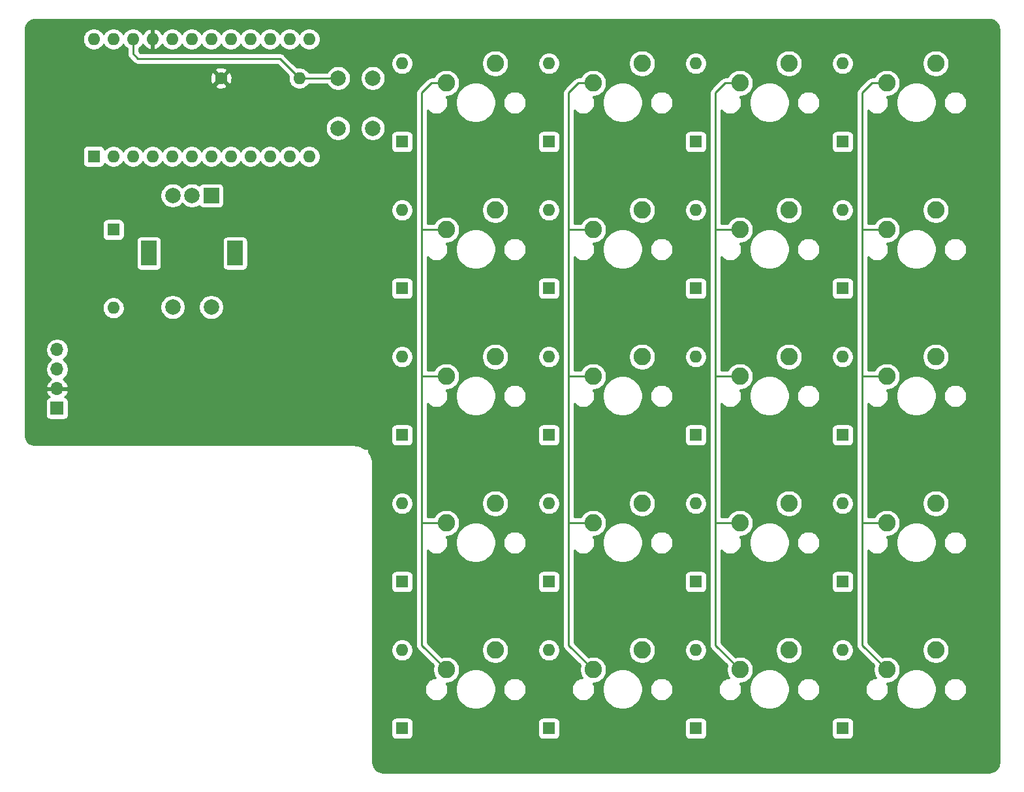
<source format=gtl>
G04 #@! TF.GenerationSoftware,KiCad,Pcbnew,(5.1.10)-1*
G04 #@! TF.CreationDate,2021-09-14T12:33:23+02:00*
G04 #@! TF.ProjectId,SheepyPad,53686565-7079-4506-9164-2e6b69636164,rev?*
G04 #@! TF.SameCoordinates,Original*
G04 #@! TF.FileFunction,Copper,L1,Top*
G04 #@! TF.FilePolarity,Positive*
%FSLAX46Y46*%
G04 Gerber Fmt 4.6, Leading zero omitted, Abs format (unit mm)*
G04 Created by KiCad (PCBNEW (5.1.10)-1) date 2021-09-14 12:33:23*
%MOMM*%
%LPD*%
G01*
G04 APERTURE LIST*
G04 #@! TA.AperFunction,ComponentPad*
%ADD10O,1.600000X1.600000*%
G04 #@! TD*
G04 #@! TA.AperFunction,ComponentPad*
%ADD11R,1.600000X1.600000*%
G04 #@! TD*
G04 #@! TA.AperFunction,ComponentPad*
%ADD12O,1.700000X1.700000*%
G04 #@! TD*
G04 #@! TA.AperFunction,ComponentPad*
%ADD13R,1.700000X1.700000*%
G04 #@! TD*
G04 #@! TA.AperFunction,ComponentPad*
%ADD14C,2.000000*%
G04 #@! TD*
G04 #@! TA.AperFunction,ComponentPad*
%ADD15C,1.600000*%
G04 #@! TD*
G04 #@! TA.AperFunction,ComponentPad*
%ADD16C,2.250000*%
G04 #@! TD*
G04 #@! TA.AperFunction,ComponentPad*
%ADD17R,2.000000X2.000000*%
G04 #@! TD*
G04 #@! TA.AperFunction,ComponentPad*
%ADD18R,2.000000X3.200000*%
G04 #@! TD*
G04 #@! TA.AperFunction,Conductor*
%ADD19C,0.250000*%
G04 #@! TD*
G04 #@! TA.AperFunction,Conductor*
%ADD20C,0.254000*%
G04 #@! TD*
G04 #@! TA.AperFunction,Conductor*
%ADD21C,0.100000*%
G04 #@! TD*
G04 APERTURE END LIST*
D10*
X94615000Y-62230000D03*
X92075000Y-62230000D03*
X89535000Y-62230000D03*
X66675000Y-46990000D03*
X86995000Y-62230000D03*
X69215000Y-46990000D03*
X84455000Y-62230000D03*
X71755000Y-46990000D03*
X81915000Y-62230000D03*
X74295000Y-46990000D03*
X79375000Y-62230000D03*
X76835000Y-46990000D03*
X76835000Y-62230000D03*
X79375000Y-46990000D03*
X74295000Y-62230000D03*
X81915000Y-46990000D03*
X71755000Y-62230000D03*
X84455000Y-46990000D03*
X69215000Y-62230000D03*
X86995000Y-46990000D03*
D11*
X66675000Y-62230000D03*
D10*
X89535000Y-46990000D03*
X92075000Y-46990000D03*
X94615000Y-46990000D03*
D12*
X61925000Y-87345000D03*
X61925000Y-89885000D03*
X61925000Y-92425000D03*
D13*
X61925000Y-94965000D03*
D14*
X102870000Y-58570000D03*
X98370000Y-58570000D03*
X102870000Y-52070000D03*
X98370000Y-52070000D03*
D10*
X93345000Y-52070000D03*
D15*
X83185000Y-52070000D03*
D10*
X69215000Y-81915000D03*
D11*
X69215000Y-71755000D03*
D16*
X118745000Y-50165000D03*
X112395000Y-52705000D03*
X118745000Y-107315000D03*
X112395000Y-109855000D03*
D10*
X144780000Y-69215000D03*
D11*
X144780000Y-79375000D03*
D17*
X81915000Y-67310000D03*
D14*
X79415000Y-67310000D03*
X76915000Y-67310000D03*
D18*
X85015000Y-74810000D03*
X73815000Y-74810000D03*
D14*
X81915000Y-81810000D03*
X76915000Y-81810000D03*
D16*
X175895000Y-126365000D03*
X169545000Y-128905000D03*
X175895000Y-107315000D03*
X169545000Y-109855000D03*
X175895000Y-88265000D03*
X169545000Y-90805000D03*
X175895000Y-69215000D03*
X169545000Y-71755000D03*
X175895000Y-50165000D03*
X169545000Y-52705000D03*
X156845000Y-126365000D03*
X150495000Y-128905000D03*
X156845000Y-107315000D03*
X150495000Y-109855000D03*
X156845000Y-88265000D03*
X150495000Y-90805000D03*
X156845000Y-69215000D03*
X150495000Y-71755000D03*
X156845000Y-50165000D03*
X150495000Y-52705000D03*
X137795000Y-126365000D03*
X131445000Y-128905000D03*
X137795000Y-107315000D03*
X131445000Y-109855000D03*
X137795000Y-88265000D03*
X131445000Y-90805000D03*
X137795000Y-69215000D03*
X131445000Y-71755000D03*
X137795000Y-50165000D03*
X131445000Y-52705000D03*
X118745000Y-126365000D03*
X112395000Y-128905000D03*
X118745000Y-88265000D03*
X112395000Y-90805000D03*
X118745000Y-69215000D03*
X112395000Y-71755000D03*
D10*
X163830000Y-126365000D03*
D11*
X163830000Y-136525000D03*
D10*
X163830000Y-107315000D03*
D11*
X163830000Y-117475000D03*
D10*
X163830000Y-88265000D03*
D11*
X163830000Y-98425000D03*
D10*
X163830000Y-69215000D03*
D11*
X163830000Y-79375000D03*
D10*
X163830000Y-50165000D03*
D11*
X163830000Y-60325000D03*
D10*
X144780000Y-126365000D03*
D11*
X144780000Y-136525000D03*
D10*
X144780000Y-107315000D03*
D11*
X144780000Y-117475000D03*
D10*
X144780000Y-88265000D03*
D11*
X144780000Y-98425000D03*
D10*
X144780000Y-50165000D03*
D11*
X144780000Y-60325000D03*
D10*
X125730000Y-126365000D03*
D11*
X125730000Y-136525000D03*
D10*
X125730000Y-107315000D03*
D11*
X125730000Y-117475000D03*
D10*
X125730000Y-88265000D03*
D11*
X125730000Y-98425000D03*
D10*
X125730000Y-69215000D03*
D11*
X125730000Y-79375000D03*
D10*
X125730000Y-50165000D03*
D11*
X125730000Y-60325000D03*
D10*
X106680000Y-126365000D03*
D11*
X106680000Y-136525000D03*
D10*
X106680000Y-107315000D03*
D11*
X106680000Y-117475000D03*
D10*
X106680000Y-88265000D03*
D11*
X106680000Y-98425000D03*
D10*
X106680000Y-69215000D03*
D11*
X106680000Y-79375000D03*
D10*
X106680000Y-50165000D03*
D11*
X106680000Y-60325000D03*
D19*
X71755000Y-46990000D02*
X71755000Y-48895000D01*
X71755000Y-48895000D02*
X72390000Y-49530000D01*
X98370000Y-52070000D02*
X93345000Y-52070000D01*
X90805000Y-49530000D02*
X93345000Y-52070000D01*
X72390000Y-49530000D02*
X90805000Y-49530000D01*
X109220000Y-125730000D02*
X112395000Y-128905000D01*
X110490000Y-52705000D02*
X109220000Y-53975000D01*
X112395000Y-52705000D02*
X110490000Y-52705000D01*
X112395000Y-109855000D02*
X109220000Y-109855000D01*
X109220000Y-109855000D02*
X109220000Y-125730000D01*
X112395000Y-90805000D02*
X109220000Y-90805000D01*
X109220000Y-90805000D02*
X109220000Y-109855000D01*
X112395000Y-71755000D02*
X109220000Y-71755000D01*
X109220000Y-71755000D02*
X109220000Y-90805000D01*
X109220000Y-53975000D02*
X109220000Y-71755000D01*
X131445000Y-52705000D02*
X129540000Y-52705000D01*
X129540000Y-52705000D02*
X128270000Y-53975000D01*
X128270000Y-125730000D02*
X131445000Y-128905000D01*
X131445000Y-109855000D02*
X128270000Y-109855000D01*
X128270000Y-109855000D02*
X128270000Y-125730000D01*
X131445000Y-90805000D02*
X128270000Y-90805000D01*
X128270000Y-90805000D02*
X128270000Y-109855000D01*
X131445000Y-71755000D02*
X128270000Y-71755000D01*
X128270000Y-71755000D02*
X128270000Y-90805000D01*
X128270000Y-53975000D02*
X128270000Y-71755000D01*
X147320000Y-125730000D02*
X150495000Y-128905000D01*
X148590000Y-52705000D02*
X147320000Y-53975000D01*
X150495000Y-52705000D02*
X148590000Y-52705000D01*
X150495000Y-109855000D02*
X147320000Y-109855000D01*
X147320000Y-109855000D02*
X147320000Y-125730000D01*
X150495000Y-90805000D02*
X147320000Y-90805000D01*
X147320000Y-90805000D02*
X147320000Y-109855000D01*
X150495000Y-71755000D02*
X147320000Y-71755000D01*
X147320000Y-71755000D02*
X147320000Y-90805000D01*
X147320000Y-53975000D02*
X147320000Y-71755000D01*
X169545000Y-52705000D02*
X167640000Y-52705000D01*
X167640000Y-52705000D02*
X166370000Y-53975000D01*
X166370000Y-125730000D02*
X169545000Y-128905000D01*
X169545000Y-109855000D02*
X166370000Y-109855000D01*
X166370000Y-109855000D02*
X166370000Y-125730000D01*
X169545000Y-90805000D02*
X166370000Y-90805000D01*
X166370000Y-90805000D02*
X166370000Y-109855000D01*
X169545000Y-71755000D02*
X166370000Y-71755000D01*
X166370000Y-71755000D02*
X166370000Y-90805000D01*
X166370000Y-53975000D02*
X166370000Y-71755000D01*
D20*
X183121204Y-44501815D02*
X183353226Y-44571867D01*
X183567222Y-44685650D01*
X183755041Y-44838832D01*
X183909530Y-45025577D01*
X184024801Y-45238769D01*
X184096472Y-45470300D01*
X184125001Y-45741734D01*
X184125000Y-140937723D01*
X184098185Y-141211205D01*
X184028133Y-141443226D01*
X183914350Y-141657222D01*
X183761169Y-141845039D01*
X183574424Y-141999529D01*
X183361231Y-142114802D01*
X183129701Y-142186472D01*
X182858276Y-142215000D01*
X104172277Y-142215000D01*
X103898795Y-142188185D01*
X103666774Y-142118133D01*
X103452778Y-142004350D01*
X103264961Y-141851169D01*
X103110471Y-141664424D01*
X102995198Y-141451231D01*
X102923528Y-141219701D01*
X102895000Y-140948276D01*
X102895000Y-135725000D01*
X105241928Y-135725000D01*
X105241928Y-137325000D01*
X105254188Y-137449482D01*
X105290498Y-137569180D01*
X105349463Y-137679494D01*
X105428815Y-137776185D01*
X105525506Y-137855537D01*
X105635820Y-137914502D01*
X105755518Y-137950812D01*
X105880000Y-137963072D01*
X107480000Y-137963072D01*
X107604482Y-137950812D01*
X107724180Y-137914502D01*
X107834494Y-137855537D01*
X107931185Y-137776185D01*
X108010537Y-137679494D01*
X108069502Y-137569180D01*
X108105812Y-137449482D01*
X108118072Y-137325000D01*
X108118072Y-135725000D01*
X124291928Y-135725000D01*
X124291928Y-137325000D01*
X124304188Y-137449482D01*
X124340498Y-137569180D01*
X124399463Y-137679494D01*
X124478815Y-137776185D01*
X124575506Y-137855537D01*
X124685820Y-137914502D01*
X124805518Y-137950812D01*
X124930000Y-137963072D01*
X126530000Y-137963072D01*
X126654482Y-137950812D01*
X126774180Y-137914502D01*
X126884494Y-137855537D01*
X126981185Y-137776185D01*
X127060537Y-137679494D01*
X127119502Y-137569180D01*
X127155812Y-137449482D01*
X127168072Y-137325000D01*
X127168072Y-135725000D01*
X143341928Y-135725000D01*
X143341928Y-137325000D01*
X143354188Y-137449482D01*
X143390498Y-137569180D01*
X143449463Y-137679494D01*
X143528815Y-137776185D01*
X143625506Y-137855537D01*
X143735820Y-137914502D01*
X143855518Y-137950812D01*
X143980000Y-137963072D01*
X145580000Y-137963072D01*
X145704482Y-137950812D01*
X145824180Y-137914502D01*
X145934494Y-137855537D01*
X146031185Y-137776185D01*
X146110537Y-137679494D01*
X146169502Y-137569180D01*
X146205812Y-137449482D01*
X146218072Y-137325000D01*
X146218072Y-135725000D01*
X162391928Y-135725000D01*
X162391928Y-137325000D01*
X162404188Y-137449482D01*
X162440498Y-137569180D01*
X162499463Y-137679494D01*
X162578815Y-137776185D01*
X162675506Y-137855537D01*
X162785820Y-137914502D01*
X162905518Y-137950812D01*
X163030000Y-137963072D01*
X164630000Y-137963072D01*
X164754482Y-137950812D01*
X164874180Y-137914502D01*
X164984494Y-137855537D01*
X165081185Y-137776185D01*
X165160537Y-137679494D01*
X165219502Y-137569180D01*
X165255812Y-137449482D01*
X165268072Y-137325000D01*
X165268072Y-135725000D01*
X165255812Y-135600518D01*
X165219502Y-135480820D01*
X165160537Y-135370506D01*
X165081185Y-135273815D01*
X164984494Y-135194463D01*
X164874180Y-135135498D01*
X164754482Y-135099188D01*
X164630000Y-135086928D01*
X163030000Y-135086928D01*
X162905518Y-135099188D01*
X162785820Y-135135498D01*
X162675506Y-135194463D01*
X162578815Y-135273815D01*
X162499463Y-135370506D01*
X162440498Y-135480820D01*
X162404188Y-135600518D01*
X162391928Y-135725000D01*
X146218072Y-135725000D01*
X146205812Y-135600518D01*
X146169502Y-135480820D01*
X146110537Y-135370506D01*
X146031185Y-135273815D01*
X145934494Y-135194463D01*
X145824180Y-135135498D01*
X145704482Y-135099188D01*
X145580000Y-135086928D01*
X143980000Y-135086928D01*
X143855518Y-135099188D01*
X143735820Y-135135498D01*
X143625506Y-135194463D01*
X143528815Y-135273815D01*
X143449463Y-135370506D01*
X143390498Y-135480820D01*
X143354188Y-135600518D01*
X143341928Y-135725000D01*
X127168072Y-135725000D01*
X127155812Y-135600518D01*
X127119502Y-135480820D01*
X127060537Y-135370506D01*
X126981185Y-135273815D01*
X126884494Y-135194463D01*
X126774180Y-135135498D01*
X126654482Y-135099188D01*
X126530000Y-135086928D01*
X124930000Y-135086928D01*
X124805518Y-135099188D01*
X124685820Y-135135498D01*
X124575506Y-135194463D01*
X124478815Y-135273815D01*
X124399463Y-135370506D01*
X124340498Y-135480820D01*
X124304188Y-135600518D01*
X124291928Y-135725000D01*
X108118072Y-135725000D01*
X108105812Y-135600518D01*
X108069502Y-135480820D01*
X108010537Y-135370506D01*
X107931185Y-135273815D01*
X107834494Y-135194463D01*
X107724180Y-135135498D01*
X107604482Y-135099188D01*
X107480000Y-135086928D01*
X105880000Y-135086928D01*
X105755518Y-135099188D01*
X105635820Y-135135498D01*
X105525506Y-135194463D01*
X105428815Y-135273815D01*
X105349463Y-135370506D01*
X105290498Y-135480820D01*
X105254188Y-135600518D01*
X105241928Y-135725000D01*
X102895000Y-135725000D01*
X102895000Y-126223665D01*
X105245000Y-126223665D01*
X105245000Y-126506335D01*
X105300147Y-126783574D01*
X105408320Y-127044727D01*
X105565363Y-127279759D01*
X105765241Y-127479637D01*
X106000273Y-127636680D01*
X106261426Y-127744853D01*
X106538665Y-127800000D01*
X106821335Y-127800000D01*
X107098574Y-127744853D01*
X107359727Y-127636680D01*
X107594759Y-127479637D01*
X107794637Y-127279759D01*
X107951680Y-127044727D01*
X108059853Y-126783574D01*
X108115000Y-126506335D01*
X108115000Y-126223665D01*
X108059853Y-125946426D01*
X107951680Y-125685273D01*
X107794637Y-125450241D01*
X107594759Y-125250363D01*
X107359727Y-125093320D01*
X107098574Y-124985147D01*
X106821335Y-124930000D01*
X106538665Y-124930000D01*
X106261426Y-124985147D01*
X106000273Y-125093320D01*
X105765241Y-125250363D01*
X105565363Y-125450241D01*
X105408320Y-125685273D01*
X105300147Y-125946426D01*
X105245000Y-126223665D01*
X102895000Y-126223665D01*
X102895000Y-116675000D01*
X105241928Y-116675000D01*
X105241928Y-118275000D01*
X105254188Y-118399482D01*
X105290498Y-118519180D01*
X105349463Y-118629494D01*
X105428815Y-118726185D01*
X105525506Y-118805537D01*
X105635820Y-118864502D01*
X105755518Y-118900812D01*
X105880000Y-118913072D01*
X107480000Y-118913072D01*
X107604482Y-118900812D01*
X107724180Y-118864502D01*
X107834494Y-118805537D01*
X107931185Y-118726185D01*
X108010537Y-118629494D01*
X108069502Y-118519180D01*
X108105812Y-118399482D01*
X108118072Y-118275000D01*
X108118072Y-116675000D01*
X108105812Y-116550518D01*
X108069502Y-116430820D01*
X108010537Y-116320506D01*
X107931185Y-116223815D01*
X107834494Y-116144463D01*
X107724180Y-116085498D01*
X107604482Y-116049188D01*
X107480000Y-116036928D01*
X105880000Y-116036928D01*
X105755518Y-116049188D01*
X105635820Y-116085498D01*
X105525506Y-116144463D01*
X105428815Y-116223815D01*
X105349463Y-116320506D01*
X105290498Y-116430820D01*
X105254188Y-116550518D01*
X105241928Y-116675000D01*
X102895000Y-116675000D01*
X102895000Y-107173665D01*
X105245000Y-107173665D01*
X105245000Y-107456335D01*
X105300147Y-107733574D01*
X105408320Y-107994727D01*
X105565363Y-108229759D01*
X105765241Y-108429637D01*
X106000273Y-108586680D01*
X106261426Y-108694853D01*
X106538665Y-108750000D01*
X106821335Y-108750000D01*
X107098574Y-108694853D01*
X107359727Y-108586680D01*
X107594759Y-108429637D01*
X107794637Y-108229759D01*
X107951680Y-107994727D01*
X108059853Y-107733574D01*
X108115000Y-107456335D01*
X108115000Y-107173665D01*
X108059853Y-106896426D01*
X107951680Y-106635273D01*
X107794637Y-106400241D01*
X107594759Y-106200363D01*
X107359727Y-106043320D01*
X107098574Y-105935147D01*
X106821335Y-105880000D01*
X106538665Y-105880000D01*
X106261426Y-105935147D01*
X106000273Y-106043320D01*
X105765241Y-106200363D01*
X105565363Y-106400241D01*
X105408320Y-106635273D01*
X105300147Y-106896426D01*
X105245000Y-107173665D01*
X102895000Y-107173665D01*
X102895000Y-102202581D01*
X102892155Y-102173699D01*
X102892238Y-102161883D01*
X102891338Y-102152712D01*
X102852475Y-101782958D01*
X102840449Y-101724371D01*
X102829238Y-101665601D01*
X102826574Y-101656779D01*
X102716633Y-101301615D01*
X102693449Y-101246464D01*
X102671044Y-101191008D01*
X102666717Y-101182872D01*
X102489885Y-100855827D01*
X102456469Y-100806285D01*
X102423680Y-100756178D01*
X102417855Y-100749037D01*
X102362000Y-100681520D01*
X102362000Y-100330000D01*
X102359560Y-100305224D01*
X102352333Y-100281399D01*
X102340597Y-100259443D01*
X102324803Y-100240197D01*
X102305557Y-100224403D01*
X102283601Y-100212667D01*
X102259776Y-100205440D01*
X102235000Y-100203000D01*
X101882493Y-100203000D01*
X101801351Y-100136822D01*
X101751540Y-100103728D01*
X101702168Y-100069922D01*
X101694062Y-100065539D01*
X101365790Y-99890994D01*
X101310489Y-99868201D01*
X101255504Y-99844634D01*
X101246700Y-99841909D01*
X100890778Y-99734449D01*
X100832078Y-99722826D01*
X100773584Y-99710393D01*
X100764422Y-99709430D01*
X100764420Y-99709430D01*
X100394404Y-99673150D01*
X100394402Y-99673150D01*
X100362419Y-99670000D01*
X59087277Y-99670000D01*
X58813795Y-99643185D01*
X58581774Y-99573133D01*
X58367778Y-99459350D01*
X58179961Y-99306169D01*
X58025471Y-99119424D01*
X57910198Y-98906231D01*
X57838528Y-98674701D01*
X57810000Y-98403276D01*
X57810000Y-97625000D01*
X105241928Y-97625000D01*
X105241928Y-99225000D01*
X105254188Y-99349482D01*
X105290498Y-99469180D01*
X105349463Y-99579494D01*
X105428815Y-99676185D01*
X105525506Y-99755537D01*
X105635820Y-99814502D01*
X105755518Y-99850812D01*
X105880000Y-99863072D01*
X107480000Y-99863072D01*
X107604482Y-99850812D01*
X107724180Y-99814502D01*
X107834494Y-99755537D01*
X107931185Y-99676185D01*
X108010537Y-99579494D01*
X108069502Y-99469180D01*
X108105812Y-99349482D01*
X108118072Y-99225000D01*
X108118072Y-97625000D01*
X108105812Y-97500518D01*
X108069502Y-97380820D01*
X108010537Y-97270506D01*
X107931185Y-97173815D01*
X107834494Y-97094463D01*
X107724180Y-97035498D01*
X107604482Y-96999188D01*
X107480000Y-96986928D01*
X105880000Y-96986928D01*
X105755518Y-96999188D01*
X105635820Y-97035498D01*
X105525506Y-97094463D01*
X105428815Y-97173815D01*
X105349463Y-97270506D01*
X105290498Y-97380820D01*
X105254188Y-97500518D01*
X105241928Y-97625000D01*
X57810000Y-97625000D01*
X57810000Y-94115000D01*
X60436928Y-94115000D01*
X60436928Y-95815000D01*
X60449188Y-95939482D01*
X60485498Y-96059180D01*
X60544463Y-96169494D01*
X60623815Y-96266185D01*
X60720506Y-96345537D01*
X60830820Y-96404502D01*
X60950518Y-96440812D01*
X61075000Y-96453072D01*
X62775000Y-96453072D01*
X62899482Y-96440812D01*
X63019180Y-96404502D01*
X63129494Y-96345537D01*
X63226185Y-96266185D01*
X63305537Y-96169494D01*
X63364502Y-96059180D01*
X63400812Y-95939482D01*
X63413072Y-95815000D01*
X63413072Y-94115000D01*
X63400812Y-93990518D01*
X63364502Y-93870820D01*
X63305537Y-93760506D01*
X63226185Y-93663815D01*
X63129494Y-93584463D01*
X63019180Y-93525498D01*
X62938534Y-93501034D01*
X63022588Y-93425269D01*
X63196641Y-93191920D01*
X63321825Y-92929099D01*
X63366476Y-92781890D01*
X63245155Y-92552000D01*
X62052000Y-92552000D01*
X62052000Y-92572000D01*
X61798000Y-92572000D01*
X61798000Y-92552000D01*
X60604845Y-92552000D01*
X60483524Y-92781890D01*
X60528175Y-92929099D01*
X60653359Y-93191920D01*
X60827412Y-93425269D01*
X60911466Y-93501034D01*
X60830820Y-93525498D01*
X60720506Y-93584463D01*
X60623815Y-93663815D01*
X60544463Y-93760506D01*
X60485498Y-93870820D01*
X60449188Y-93990518D01*
X60436928Y-94115000D01*
X57810000Y-94115000D01*
X57810000Y-87198740D01*
X60440000Y-87198740D01*
X60440000Y-87491260D01*
X60497068Y-87778158D01*
X60609010Y-88048411D01*
X60771525Y-88291632D01*
X60978368Y-88498475D01*
X61152760Y-88615000D01*
X60978368Y-88731525D01*
X60771525Y-88938368D01*
X60609010Y-89181589D01*
X60497068Y-89451842D01*
X60440000Y-89738740D01*
X60440000Y-90031260D01*
X60497068Y-90318158D01*
X60609010Y-90588411D01*
X60771525Y-90831632D01*
X60978368Y-91038475D01*
X61160534Y-91160195D01*
X61043645Y-91229822D01*
X60827412Y-91424731D01*
X60653359Y-91658080D01*
X60528175Y-91920901D01*
X60483524Y-92068110D01*
X60604845Y-92298000D01*
X61798000Y-92298000D01*
X61798000Y-92278000D01*
X62052000Y-92278000D01*
X62052000Y-92298000D01*
X63245155Y-92298000D01*
X63366476Y-92068110D01*
X63321825Y-91920901D01*
X63196641Y-91658080D01*
X63022588Y-91424731D01*
X62806355Y-91229822D01*
X62689466Y-91160195D01*
X62871632Y-91038475D01*
X63078475Y-90831632D01*
X63240990Y-90588411D01*
X63352932Y-90318158D01*
X63410000Y-90031260D01*
X63410000Y-89738740D01*
X63352932Y-89451842D01*
X63240990Y-89181589D01*
X63078475Y-88938368D01*
X62871632Y-88731525D01*
X62697240Y-88615000D01*
X62871632Y-88498475D01*
X63078475Y-88291632D01*
X63190706Y-88123665D01*
X105245000Y-88123665D01*
X105245000Y-88406335D01*
X105300147Y-88683574D01*
X105408320Y-88944727D01*
X105565363Y-89179759D01*
X105765241Y-89379637D01*
X106000273Y-89536680D01*
X106261426Y-89644853D01*
X106538665Y-89700000D01*
X106821335Y-89700000D01*
X107098574Y-89644853D01*
X107359727Y-89536680D01*
X107594759Y-89379637D01*
X107794637Y-89179759D01*
X107951680Y-88944727D01*
X108059853Y-88683574D01*
X108115000Y-88406335D01*
X108115000Y-88123665D01*
X108059853Y-87846426D01*
X107951680Y-87585273D01*
X107794637Y-87350241D01*
X107594759Y-87150363D01*
X107359727Y-86993320D01*
X107098574Y-86885147D01*
X106821335Y-86830000D01*
X106538665Y-86830000D01*
X106261426Y-86885147D01*
X106000273Y-86993320D01*
X105765241Y-87150363D01*
X105565363Y-87350241D01*
X105408320Y-87585273D01*
X105300147Y-87846426D01*
X105245000Y-88123665D01*
X63190706Y-88123665D01*
X63240990Y-88048411D01*
X63352932Y-87778158D01*
X63410000Y-87491260D01*
X63410000Y-87198740D01*
X63352932Y-86911842D01*
X63240990Y-86641589D01*
X63078475Y-86398368D01*
X62871632Y-86191525D01*
X62628411Y-86029010D01*
X62358158Y-85917068D01*
X62071260Y-85860000D01*
X61778740Y-85860000D01*
X61491842Y-85917068D01*
X61221589Y-86029010D01*
X60978368Y-86191525D01*
X60771525Y-86398368D01*
X60609010Y-86641589D01*
X60497068Y-86911842D01*
X60440000Y-87198740D01*
X57810000Y-87198740D01*
X57810000Y-81773665D01*
X67780000Y-81773665D01*
X67780000Y-82056335D01*
X67835147Y-82333574D01*
X67943320Y-82594727D01*
X68100363Y-82829759D01*
X68300241Y-83029637D01*
X68535273Y-83186680D01*
X68796426Y-83294853D01*
X69073665Y-83350000D01*
X69356335Y-83350000D01*
X69633574Y-83294853D01*
X69894727Y-83186680D01*
X70129759Y-83029637D01*
X70329637Y-82829759D01*
X70486680Y-82594727D01*
X70594853Y-82333574D01*
X70650000Y-82056335D01*
X70650000Y-81773665D01*
X70625196Y-81648967D01*
X75280000Y-81648967D01*
X75280000Y-81971033D01*
X75342832Y-82286912D01*
X75466082Y-82584463D01*
X75645013Y-82852252D01*
X75872748Y-83079987D01*
X76140537Y-83258918D01*
X76438088Y-83382168D01*
X76753967Y-83445000D01*
X77076033Y-83445000D01*
X77391912Y-83382168D01*
X77689463Y-83258918D01*
X77957252Y-83079987D01*
X78184987Y-82852252D01*
X78363918Y-82584463D01*
X78487168Y-82286912D01*
X78550000Y-81971033D01*
X78550000Y-81648967D01*
X80280000Y-81648967D01*
X80280000Y-81971033D01*
X80342832Y-82286912D01*
X80466082Y-82584463D01*
X80645013Y-82852252D01*
X80872748Y-83079987D01*
X81140537Y-83258918D01*
X81438088Y-83382168D01*
X81753967Y-83445000D01*
X82076033Y-83445000D01*
X82391912Y-83382168D01*
X82689463Y-83258918D01*
X82957252Y-83079987D01*
X83184987Y-82852252D01*
X83363918Y-82584463D01*
X83487168Y-82286912D01*
X83550000Y-81971033D01*
X83550000Y-81648967D01*
X83487168Y-81333088D01*
X83363918Y-81035537D01*
X83184987Y-80767748D01*
X82957252Y-80540013D01*
X82689463Y-80361082D01*
X82391912Y-80237832D01*
X82076033Y-80175000D01*
X81753967Y-80175000D01*
X81438088Y-80237832D01*
X81140537Y-80361082D01*
X80872748Y-80540013D01*
X80645013Y-80767748D01*
X80466082Y-81035537D01*
X80342832Y-81333088D01*
X80280000Y-81648967D01*
X78550000Y-81648967D01*
X78487168Y-81333088D01*
X78363918Y-81035537D01*
X78184987Y-80767748D01*
X77957252Y-80540013D01*
X77689463Y-80361082D01*
X77391912Y-80237832D01*
X77076033Y-80175000D01*
X76753967Y-80175000D01*
X76438088Y-80237832D01*
X76140537Y-80361082D01*
X75872748Y-80540013D01*
X75645013Y-80767748D01*
X75466082Y-81035537D01*
X75342832Y-81333088D01*
X75280000Y-81648967D01*
X70625196Y-81648967D01*
X70594853Y-81496426D01*
X70486680Y-81235273D01*
X70329637Y-81000241D01*
X70129759Y-80800363D01*
X69894727Y-80643320D01*
X69633574Y-80535147D01*
X69356335Y-80480000D01*
X69073665Y-80480000D01*
X68796426Y-80535147D01*
X68535273Y-80643320D01*
X68300241Y-80800363D01*
X68100363Y-81000241D01*
X67943320Y-81235273D01*
X67835147Y-81496426D01*
X67780000Y-81773665D01*
X57810000Y-81773665D01*
X57810000Y-78575000D01*
X105241928Y-78575000D01*
X105241928Y-80175000D01*
X105254188Y-80299482D01*
X105290498Y-80419180D01*
X105349463Y-80529494D01*
X105428815Y-80626185D01*
X105525506Y-80705537D01*
X105635820Y-80764502D01*
X105755518Y-80800812D01*
X105880000Y-80813072D01*
X107480000Y-80813072D01*
X107604482Y-80800812D01*
X107724180Y-80764502D01*
X107834494Y-80705537D01*
X107931185Y-80626185D01*
X108010537Y-80529494D01*
X108069502Y-80419180D01*
X108105812Y-80299482D01*
X108118072Y-80175000D01*
X108118072Y-78575000D01*
X108105812Y-78450518D01*
X108069502Y-78330820D01*
X108010537Y-78220506D01*
X107931185Y-78123815D01*
X107834494Y-78044463D01*
X107724180Y-77985498D01*
X107604482Y-77949188D01*
X107480000Y-77936928D01*
X105880000Y-77936928D01*
X105755518Y-77949188D01*
X105635820Y-77985498D01*
X105525506Y-78044463D01*
X105428815Y-78123815D01*
X105349463Y-78220506D01*
X105290498Y-78330820D01*
X105254188Y-78450518D01*
X105241928Y-78575000D01*
X57810000Y-78575000D01*
X57810000Y-73210000D01*
X72176928Y-73210000D01*
X72176928Y-76410000D01*
X72189188Y-76534482D01*
X72225498Y-76654180D01*
X72284463Y-76764494D01*
X72363815Y-76861185D01*
X72460506Y-76940537D01*
X72570820Y-76999502D01*
X72690518Y-77035812D01*
X72815000Y-77048072D01*
X74815000Y-77048072D01*
X74939482Y-77035812D01*
X75059180Y-76999502D01*
X75169494Y-76940537D01*
X75266185Y-76861185D01*
X75345537Y-76764494D01*
X75404502Y-76654180D01*
X75440812Y-76534482D01*
X75453072Y-76410000D01*
X75453072Y-73210000D01*
X83376928Y-73210000D01*
X83376928Y-76410000D01*
X83389188Y-76534482D01*
X83425498Y-76654180D01*
X83484463Y-76764494D01*
X83563815Y-76861185D01*
X83660506Y-76940537D01*
X83770820Y-76999502D01*
X83890518Y-77035812D01*
X84015000Y-77048072D01*
X86015000Y-77048072D01*
X86139482Y-77035812D01*
X86259180Y-76999502D01*
X86369494Y-76940537D01*
X86466185Y-76861185D01*
X86545537Y-76764494D01*
X86604502Y-76654180D01*
X86640812Y-76534482D01*
X86653072Y-76410000D01*
X86653072Y-73210000D01*
X86640812Y-73085518D01*
X86604502Y-72965820D01*
X86545537Y-72855506D01*
X86466185Y-72758815D01*
X86369494Y-72679463D01*
X86259180Y-72620498D01*
X86139482Y-72584188D01*
X86015000Y-72571928D01*
X84015000Y-72571928D01*
X83890518Y-72584188D01*
X83770820Y-72620498D01*
X83660506Y-72679463D01*
X83563815Y-72758815D01*
X83484463Y-72855506D01*
X83425498Y-72965820D01*
X83389188Y-73085518D01*
X83376928Y-73210000D01*
X75453072Y-73210000D01*
X75440812Y-73085518D01*
X75404502Y-72965820D01*
X75345537Y-72855506D01*
X75266185Y-72758815D01*
X75169494Y-72679463D01*
X75059180Y-72620498D01*
X74939482Y-72584188D01*
X74815000Y-72571928D01*
X72815000Y-72571928D01*
X72690518Y-72584188D01*
X72570820Y-72620498D01*
X72460506Y-72679463D01*
X72363815Y-72758815D01*
X72284463Y-72855506D01*
X72225498Y-72965820D01*
X72189188Y-73085518D01*
X72176928Y-73210000D01*
X57810000Y-73210000D01*
X57810000Y-70955000D01*
X67776928Y-70955000D01*
X67776928Y-72555000D01*
X67789188Y-72679482D01*
X67825498Y-72799180D01*
X67884463Y-72909494D01*
X67963815Y-73006185D01*
X68060506Y-73085537D01*
X68170820Y-73144502D01*
X68290518Y-73180812D01*
X68415000Y-73193072D01*
X70015000Y-73193072D01*
X70139482Y-73180812D01*
X70259180Y-73144502D01*
X70369494Y-73085537D01*
X70466185Y-73006185D01*
X70545537Y-72909494D01*
X70604502Y-72799180D01*
X70640812Y-72679482D01*
X70653072Y-72555000D01*
X70653072Y-71755000D01*
X108456323Y-71755000D01*
X108460000Y-71792333D01*
X108460001Y-90767657D01*
X108456323Y-90805000D01*
X108460000Y-90842333D01*
X108460001Y-109817657D01*
X108456323Y-109855000D01*
X108460000Y-109892333D01*
X108460001Y-125692667D01*
X108456324Y-125730000D01*
X108470998Y-125878985D01*
X108514454Y-126022246D01*
X108585026Y-126154276D01*
X108615703Y-126191655D01*
X108680000Y-126270001D01*
X108708998Y-126293799D01*
X110733152Y-128317954D01*
X110702636Y-128391627D01*
X110635000Y-128731655D01*
X110635000Y-129078345D01*
X110702636Y-129418373D01*
X110835308Y-129738673D01*
X110967638Y-129936719D01*
X110684549Y-129993029D01*
X110409747Y-130106856D01*
X110162431Y-130272107D01*
X109952107Y-130482431D01*
X109786856Y-130729747D01*
X109673029Y-131004549D01*
X109615000Y-131296278D01*
X109615000Y-131593722D01*
X109673029Y-131885451D01*
X109786856Y-132160253D01*
X109952107Y-132407569D01*
X110162431Y-132617893D01*
X110409747Y-132783144D01*
X110684549Y-132896971D01*
X110976278Y-132955000D01*
X111273722Y-132955000D01*
X111565451Y-132896971D01*
X111840253Y-132783144D01*
X112087569Y-132617893D01*
X112297893Y-132407569D01*
X112463144Y-132160253D01*
X112576971Y-131885451D01*
X112635000Y-131593722D01*
X112635000Y-131296278D01*
X112613080Y-131186076D01*
X113576100Y-131186076D01*
X113576100Y-131703924D01*
X113677127Y-132211822D01*
X113875299Y-132690251D01*
X114163000Y-133120826D01*
X114529174Y-133487000D01*
X114959749Y-133774701D01*
X115438178Y-133972873D01*
X115946076Y-134073900D01*
X116463924Y-134073900D01*
X116971822Y-133972873D01*
X117450251Y-133774701D01*
X117880826Y-133487000D01*
X118247000Y-133120826D01*
X118534701Y-132690251D01*
X118732873Y-132211822D01*
X118833900Y-131703924D01*
X118833900Y-131296278D01*
X119775000Y-131296278D01*
X119775000Y-131593722D01*
X119833029Y-131885451D01*
X119946856Y-132160253D01*
X120112107Y-132407569D01*
X120322431Y-132617893D01*
X120569747Y-132783144D01*
X120844549Y-132896971D01*
X121136278Y-132955000D01*
X121433722Y-132955000D01*
X121725451Y-132896971D01*
X122000253Y-132783144D01*
X122247569Y-132617893D01*
X122457893Y-132407569D01*
X122623144Y-132160253D01*
X122736971Y-131885451D01*
X122795000Y-131593722D01*
X122795000Y-131296278D01*
X122736971Y-131004549D01*
X122623144Y-130729747D01*
X122457893Y-130482431D01*
X122247569Y-130272107D01*
X122000253Y-130106856D01*
X121725451Y-129993029D01*
X121433722Y-129935000D01*
X121136278Y-129935000D01*
X120844549Y-129993029D01*
X120569747Y-130106856D01*
X120322431Y-130272107D01*
X120112107Y-130482431D01*
X119946856Y-130729747D01*
X119833029Y-131004549D01*
X119775000Y-131296278D01*
X118833900Y-131296278D01*
X118833900Y-131186076D01*
X118732873Y-130678178D01*
X118534701Y-130199749D01*
X118247000Y-129769174D01*
X117880826Y-129403000D01*
X117450251Y-129115299D01*
X116971822Y-128917127D01*
X116463924Y-128816100D01*
X115946076Y-128816100D01*
X115438178Y-128917127D01*
X114959749Y-129115299D01*
X114529174Y-129403000D01*
X114163000Y-129769174D01*
X113875299Y-130199749D01*
X113677127Y-130678178D01*
X113576100Y-131186076D01*
X112613080Y-131186076D01*
X112576971Y-131004549D01*
X112463144Y-130729747D01*
X112419882Y-130665000D01*
X112568345Y-130665000D01*
X112908373Y-130597364D01*
X113228673Y-130464692D01*
X113516935Y-130272081D01*
X113762081Y-130026935D01*
X113954692Y-129738673D01*
X114087364Y-129418373D01*
X114155000Y-129078345D01*
X114155000Y-128731655D01*
X114087364Y-128391627D01*
X113954692Y-128071327D01*
X113762081Y-127783065D01*
X113516935Y-127537919D01*
X113228673Y-127345308D01*
X112908373Y-127212636D01*
X112568345Y-127145000D01*
X112221655Y-127145000D01*
X111881627Y-127212636D01*
X111807954Y-127243152D01*
X110756457Y-126191655D01*
X116985000Y-126191655D01*
X116985000Y-126538345D01*
X117052636Y-126878373D01*
X117185308Y-127198673D01*
X117377919Y-127486935D01*
X117623065Y-127732081D01*
X117911327Y-127924692D01*
X118231627Y-128057364D01*
X118571655Y-128125000D01*
X118918345Y-128125000D01*
X119258373Y-128057364D01*
X119578673Y-127924692D01*
X119866935Y-127732081D01*
X120112081Y-127486935D01*
X120304692Y-127198673D01*
X120437364Y-126878373D01*
X120505000Y-126538345D01*
X120505000Y-126223665D01*
X124295000Y-126223665D01*
X124295000Y-126506335D01*
X124350147Y-126783574D01*
X124458320Y-127044727D01*
X124615363Y-127279759D01*
X124815241Y-127479637D01*
X125050273Y-127636680D01*
X125311426Y-127744853D01*
X125588665Y-127800000D01*
X125871335Y-127800000D01*
X126148574Y-127744853D01*
X126409727Y-127636680D01*
X126644759Y-127479637D01*
X126844637Y-127279759D01*
X127001680Y-127044727D01*
X127109853Y-126783574D01*
X127165000Y-126506335D01*
X127165000Y-126223665D01*
X127109853Y-125946426D01*
X127001680Y-125685273D01*
X126844637Y-125450241D01*
X126644759Y-125250363D01*
X126409727Y-125093320D01*
X126148574Y-124985147D01*
X125871335Y-124930000D01*
X125588665Y-124930000D01*
X125311426Y-124985147D01*
X125050273Y-125093320D01*
X124815241Y-125250363D01*
X124615363Y-125450241D01*
X124458320Y-125685273D01*
X124350147Y-125946426D01*
X124295000Y-126223665D01*
X120505000Y-126223665D01*
X120505000Y-126191655D01*
X120437364Y-125851627D01*
X120304692Y-125531327D01*
X120112081Y-125243065D01*
X119866935Y-124997919D01*
X119578673Y-124805308D01*
X119258373Y-124672636D01*
X118918345Y-124605000D01*
X118571655Y-124605000D01*
X118231627Y-124672636D01*
X117911327Y-124805308D01*
X117623065Y-124997919D01*
X117377919Y-125243065D01*
X117185308Y-125531327D01*
X117052636Y-125851627D01*
X116985000Y-126191655D01*
X110756457Y-126191655D01*
X109980000Y-125415199D01*
X109980000Y-116675000D01*
X124291928Y-116675000D01*
X124291928Y-118275000D01*
X124304188Y-118399482D01*
X124340498Y-118519180D01*
X124399463Y-118629494D01*
X124478815Y-118726185D01*
X124575506Y-118805537D01*
X124685820Y-118864502D01*
X124805518Y-118900812D01*
X124930000Y-118913072D01*
X126530000Y-118913072D01*
X126654482Y-118900812D01*
X126774180Y-118864502D01*
X126884494Y-118805537D01*
X126981185Y-118726185D01*
X127060537Y-118629494D01*
X127119502Y-118519180D01*
X127155812Y-118399482D01*
X127168072Y-118275000D01*
X127168072Y-116675000D01*
X127155812Y-116550518D01*
X127119502Y-116430820D01*
X127060537Y-116320506D01*
X126981185Y-116223815D01*
X126884494Y-116144463D01*
X126774180Y-116085498D01*
X126654482Y-116049188D01*
X126530000Y-116036928D01*
X124930000Y-116036928D01*
X124805518Y-116049188D01*
X124685820Y-116085498D01*
X124575506Y-116144463D01*
X124478815Y-116223815D01*
X124399463Y-116320506D01*
X124340498Y-116430820D01*
X124304188Y-116550518D01*
X124291928Y-116675000D01*
X109980000Y-116675000D01*
X109980000Y-113385462D01*
X110162431Y-113567893D01*
X110409747Y-113733144D01*
X110684549Y-113846971D01*
X110976278Y-113905000D01*
X111273722Y-113905000D01*
X111565451Y-113846971D01*
X111840253Y-113733144D01*
X112087569Y-113567893D01*
X112297893Y-113357569D01*
X112463144Y-113110253D01*
X112576971Y-112835451D01*
X112635000Y-112543722D01*
X112635000Y-112246278D01*
X112613080Y-112136076D01*
X113576100Y-112136076D01*
X113576100Y-112653924D01*
X113677127Y-113161822D01*
X113875299Y-113640251D01*
X114163000Y-114070826D01*
X114529174Y-114437000D01*
X114959749Y-114724701D01*
X115438178Y-114922873D01*
X115946076Y-115023900D01*
X116463924Y-115023900D01*
X116971822Y-114922873D01*
X117450251Y-114724701D01*
X117880826Y-114437000D01*
X118247000Y-114070826D01*
X118534701Y-113640251D01*
X118732873Y-113161822D01*
X118833900Y-112653924D01*
X118833900Y-112246278D01*
X119775000Y-112246278D01*
X119775000Y-112543722D01*
X119833029Y-112835451D01*
X119946856Y-113110253D01*
X120112107Y-113357569D01*
X120322431Y-113567893D01*
X120569747Y-113733144D01*
X120844549Y-113846971D01*
X121136278Y-113905000D01*
X121433722Y-113905000D01*
X121725451Y-113846971D01*
X122000253Y-113733144D01*
X122247569Y-113567893D01*
X122457893Y-113357569D01*
X122623144Y-113110253D01*
X122736971Y-112835451D01*
X122795000Y-112543722D01*
X122795000Y-112246278D01*
X122736971Y-111954549D01*
X122623144Y-111679747D01*
X122457893Y-111432431D01*
X122247569Y-111222107D01*
X122000253Y-111056856D01*
X121725451Y-110943029D01*
X121433722Y-110885000D01*
X121136278Y-110885000D01*
X120844549Y-110943029D01*
X120569747Y-111056856D01*
X120322431Y-111222107D01*
X120112107Y-111432431D01*
X119946856Y-111679747D01*
X119833029Y-111954549D01*
X119775000Y-112246278D01*
X118833900Y-112246278D01*
X118833900Y-112136076D01*
X118732873Y-111628178D01*
X118534701Y-111149749D01*
X118247000Y-110719174D01*
X117880826Y-110353000D01*
X117450251Y-110065299D01*
X116971822Y-109867127D01*
X116463924Y-109766100D01*
X115946076Y-109766100D01*
X115438178Y-109867127D01*
X114959749Y-110065299D01*
X114529174Y-110353000D01*
X114163000Y-110719174D01*
X113875299Y-111149749D01*
X113677127Y-111628178D01*
X113576100Y-112136076D01*
X112613080Y-112136076D01*
X112576971Y-111954549D01*
X112463144Y-111679747D01*
X112419882Y-111615000D01*
X112568345Y-111615000D01*
X112908373Y-111547364D01*
X113228673Y-111414692D01*
X113516935Y-111222081D01*
X113762081Y-110976935D01*
X113954692Y-110688673D01*
X114087364Y-110368373D01*
X114155000Y-110028345D01*
X114155000Y-109681655D01*
X114087364Y-109341627D01*
X113954692Y-109021327D01*
X113762081Y-108733065D01*
X113516935Y-108487919D01*
X113228673Y-108295308D01*
X112908373Y-108162636D01*
X112568345Y-108095000D01*
X112221655Y-108095000D01*
X111881627Y-108162636D01*
X111561327Y-108295308D01*
X111273065Y-108487919D01*
X111027919Y-108733065D01*
X110835308Y-109021327D01*
X110804792Y-109095000D01*
X109980000Y-109095000D01*
X109980000Y-107141655D01*
X116985000Y-107141655D01*
X116985000Y-107488345D01*
X117052636Y-107828373D01*
X117185308Y-108148673D01*
X117377919Y-108436935D01*
X117623065Y-108682081D01*
X117911327Y-108874692D01*
X118231627Y-109007364D01*
X118571655Y-109075000D01*
X118918345Y-109075000D01*
X119258373Y-109007364D01*
X119578673Y-108874692D01*
X119866935Y-108682081D01*
X120112081Y-108436935D01*
X120304692Y-108148673D01*
X120437364Y-107828373D01*
X120505000Y-107488345D01*
X120505000Y-107173665D01*
X124295000Y-107173665D01*
X124295000Y-107456335D01*
X124350147Y-107733574D01*
X124458320Y-107994727D01*
X124615363Y-108229759D01*
X124815241Y-108429637D01*
X125050273Y-108586680D01*
X125311426Y-108694853D01*
X125588665Y-108750000D01*
X125871335Y-108750000D01*
X126148574Y-108694853D01*
X126409727Y-108586680D01*
X126644759Y-108429637D01*
X126844637Y-108229759D01*
X127001680Y-107994727D01*
X127109853Y-107733574D01*
X127165000Y-107456335D01*
X127165000Y-107173665D01*
X127109853Y-106896426D01*
X127001680Y-106635273D01*
X126844637Y-106400241D01*
X126644759Y-106200363D01*
X126409727Y-106043320D01*
X126148574Y-105935147D01*
X125871335Y-105880000D01*
X125588665Y-105880000D01*
X125311426Y-105935147D01*
X125050273Y-106043320D01*
X124815241Y-106200363D01*
X124615363Y-106400241D01*
X124458320Y-106635273D01*
X124350147Y-106896426D01*
X124295000Y-107173665D01*
X120505000Y-107173665D01*
X120505000Y-107141655D01*
X120437364Y-106801627D01*
X120304692Y-106481327D01*
X120112081Y-106193065D01*
X119866935Y-105947919D01*
X119578673Y-105755308D01*
X119258373Y-105622636D01*
X118918345Y-105555000D01*
X118571655Y-105555000D01*
X118231627Y-105622636D01*
X117911327Y-105755308D01*
X117623065Y-105947919D01*
X117377919Y-106193065D01*
X117185308Y-106481327D01*
X117052636Y-106801627D01*
X116985000Y-107141655D01*
X109980000Y-107141655D01*
X109980000Y-97625000D01*
X124291928Y-97625000D01*
X124291928Y-99225000D01*
X124304188Y-99349482D01*
X124340498Y-99469180D01*
X124399463Y-99579494D01*
X124478815Y-99676185D01*
X124575506Y-99755537D01*
X124685820Y-99814502D01*
X124805518Y-99850812D01*
X124930000Y-99863072D01*
X126530000Y-99863072D01*
X126654482Y-99850812D01*
X126774180Y-99814502D01*
X126884494Y-99755537D01*
X126981185Y-99676185D01*
X127060537Y-99579494D01*
X127119502Y-99469180D01*
X127155812Y-99349482D01*
X127168072Y-99225000D01*
X127168072Y-97625000D01*
X127155812Y-97500518D01*
X127119502Y-97380820D01*
X127060537Y-97270506D01*
X126981185Y-97173815D01*
X126884494Y-97094463D01*
X126774180Y-97035498D01*
X126654482Y-96999188D01*
X126530000Y-96986928D01*
X124930000Y-96986928D01*
X124805518Y-96999188D01*
X124685820Y-97035498D01*
X124575506Y-97094463D01*
X124478815Y-97173815D01*
X124399463Y-97270506D01*
X124340498Y-97380820D01*
X124304188Y-97500518D01*
X124291928Y-97625000D01*
X109980000Y-97625000D01*
X109980000Y-94335462D01*
X110162431Y-94517893D01*
X110409747Y-94683144D01*
X110684549Y-94796971D01*
X110976278Y-94855000D01*
X111273722Y-94855000D01*
X111565451Y-94796971D01*
X111840253Y-94683144D01*
X112087569Y-94517893D01*
X112297893Y-94307569D01*
X112463144Y-94060253D01*
X112576971Y-93785451D01*
X112635000Y-93493722D01*
X112635000Y-93196278D01*
X112613080Y-93086076D01*
X113576100Y-93086076D01*
X113576100Y-93603924D01*
X113677127Y-94111822D01*
X113875299Y-94590251D01*
X114163000Y-95020826D01*
X114529174Y-95387000D01*
X114959749Y-95674701D01*
X115438178Y-95872873D01*
X115946076Y-95973900D01*
X116463924Y-95973900D01*
X116971822Y-95872873D01*
X117450251Y-95674701D01*
X117880826Y-95387000D01*
X118247000Y-95020826D01*
X118534701Y-94590251D01*
X118732873Y-94111822D01*
X118833900Y-93603924D01*
X118833900Y-93196278D01*
X119775000Y-93196278D01*
X119775000Y-93493722D01*
X119833029Y-93785451D01*
X119946856Y-94060253D01*
X120112107Y-94307569D01*
X120322431Y-94517893D01*
X120569747Y-94683144D01*
X120844549Y-94796971D01*
X121136278Y-94855000D01*
X121433722Y-94855000D01*
X121725451Y-94796971D01*
X122000253Y-94683144D01*
X122247569Y-94517893D01*
X122457893Y-94307569D01*
X122623144Y-94060253D01*
X122736971Y-93785451D01*
X122795000Y-93493722D01*
X122795000Y-93196278D01*
X122736971Y-92904549D01*
X122623144Y-92629747D01*
X122457893Y-92382431D01*
X122247569Y-92172107D01*
X122000253Y-92006856D01*
X121725451Y-91893029D01*
X121433722Y-91835000D01*
X121136278Y-91835000D01*
X120844549Y-91893029D01*
X120569747Y-92006856D01*
X120322431Y-92172107D01*
X120112107Y-92382431D01*
X119946856Y-92629747D01*
X119833029Y-92904549D01*
X119775000Y-93196278D01*
X118833900Y-93196278D01*
X118833900Y-93086076D01*
X118732873Y-92578178D01*
X118534701Y-92099749D01*
X118247000Y-91669174D01*
X117880826Y-91303000D01*
X117450251Y-91015299D01*
X116971822Y-90817127D01*
X116463924Y-90716100D01*
X115946076Y-90716100D01*
X115438178Y-90817127D01*
X114959749Y-91015299D01*
X114529174Y-91303000D01*
X114163000Y-91669174D01*
X113875299Y-92099749D01*
X113677127Y-92578178D01*
X113576100Y-93086076D01*
X112613080Y-93086076D01*
X112576971Y-92904549D01*
X112463144Y-92629747D01*
X112419882Y-92565000D01*
X112568345Y-92565000D01*
X112908373Y-92497364D01*
X113228673Y-92364692D01*
X113516935Y-92172081D01*
X113762081Y-91926935D01*
X113954692Y-91638673D01*
X114087364Y-91318373D01*
X114155000Y-90978345D01*
X114155000Y-90631655D01*
X114087364Y-90291627D01*
X113954692Y-89971327D01*
X113762081Y-89683065D01*
X113516935Y-89437919D01*
X113228673Y-89245308D01*
X112908373Y-89112636D01*
X112568345Y-89045000D01*
X112221655Y-89045000D01*
X111881627Y-89112636D01*
X111561327Y-89245308D01*
X111273065Y-89437919D01*
X111027919Y-89683065D01*
X110835308Y-89971327D01*
X110804792Y-90045000D01*
X109980000Y-90045000D01*
X109980000Y-88091655D01*
X116985000Y-88091655D01*
X116985000Y-88438345D01*
X117052636Y-88778373D01*
X117185308Y-89098673D01*
X117377919Y-89386935D01*
X117623065Y-89632081D01*
X117911327Y-89824692D01*
X118231627Y-89957364D01*
X118571655Y-90025000D01*
X118918345Y-90025000D01*
X119258373Y-89957364D01*
X119578673Y-89824692D01*
X119866935Y-89632081D01*
X120112081Y-89386935D01*
X120304692Y-89098673D01*
X120437364Y-88778373D01*
X120505000Y-88438345D01*
X120505000Y-88123665D01*
X124295000Y-88123665D01*
X124295000Y-88406335D01*
X124350147Y-88683574D01*
X124458320Y-88944727D01*
X124615363Y-89179759D01*
X124815241Y-89379637D01*
X125050273Y-89536680D01*
X125311426Y-89644853D01*
X125588665Y-89700000D01*
X125871335Y-89700000D01*
X126148574Y-89644853D01*
X126409727Y-89536680D01*
X126644759Y-89379637D01*
X126844637Y-89179759D01*
X127001680Y-88944727D01*
X127109853Y-88683574D01*
X127165000Y-88406335D01*
X127165000Y-88123665D01*
X127109853Y-87846426D01*
X127001680Y-87585273D01*
X126844637Y-87350241D01*
X126644759Y-87150363D01*
X126409727Y-86993320D01*
X126148574Y-86885147D01*
X125871335Y-86830000D01*
X125588665Y-86830000D01*
X125311426Y-86885147D01*
X125050273Y-86993320D01*
X124815241Y-87150363D01*
X124615363Y-87350241D01*
X124458320Y-87585273D01*
X124350147Y-87846426D01*
X124295000Y-88123665D01*
X120505000Y-88123665D01*
X120505000Y-88091655D01*
X120437364Y-87751627D01*
X120304692Y-87431327D01*
X120112081Y-87143065D01*
X119866935Y-86897919D01*
X119578673Y-86705308D01*
X119258373Y-86572636D01*
X118918345Y-86505000D01*
X118571655Y-86505000D01*
X118231627Y-86572636D01*
X117911327Y-86705308D01*
X117623065Y-86897919D01*
X117377919Y-87143065D01*
X117185308Y-87431327D01*
X117052636Y-87751627D01*
X116985000Y-88091655D01*
X109980000Y-88091655D01*
X109980000Y-78575000D01*
X124291928Y-78575000D01*
X124291928Y-80175000D01*
X124304188Y-80299482D01*
X124340498Y-80419180D01*
X124399463Y-80529494D01*
X124478815Y-80626185D01*
X124575506Y-80705537D01*
X124685820Y-80764502D01*
X124805518Y-80800812D01*
X124930000Y-80813072D01*
X126530000Y-80813072D01*
X126654482Y-80800812D01*
X126774180Y-80764502D01*
X126884494Y-80705537D01*
X126981185Y-80626185D01*
X127060537Y-80529494D01*
X127119502Y-80419180D01*
X127155812Y-80299482D01*
X127168072Y-80175000D01*
X127168072Y-78575000D01*
X127155812Y-78450518D01*
X127119502Y-78330820D01*
X127060537Y-78220506D01*
X126981185Y-78123815D01*
X126884494Y-78044463D01*
X126774180Y-77985498D01*
X126654482Y-77949188D01*
X126530000Y-77936928D01*
X124930000Y-77936928D01*
X124805518Y-77949188D01*
X124685820Y-77985498D01*
X124575506Y-78044463D01*
X124478815Y-78123815D01*
X124399463Y-78220506D01*
X124340498Y-78330820D01*
X124304188Y-78450518D01*
X124291928Y-78575000D01*
X109980000Y-78575000D01*
X109980000Y-75285462D01*
X110162431Y-75467893D01*
X110409747Y-75633144D01*
X110684549Y-75746971D01*
X110976278Y-75805000D01*
X111273722Y-75805000D01*
X111565451Y-75746971D01*
X111840253Y-75633144D01*
X112087569Y-75467893D01*
X112297893Y-75257569D01*
X112463144Y-75010253D01*
X112576971Y-74735451D01*
X112635000Y-74443722D01*
X112635000Y-74146278D01*
X112613080Y-74036076D01*
X113576100Y-74036076D01*
X113576100Y-74553924D01*
X113677127Y-75061822D01*
X113875299Y-75540251D01*
X114163000Y-75970826D01*
X114529174Y-76337000D01*
X114959749Y-76624701D01*
X115438178Y-76822873D01*
X115946076Y-76923900D01*
X116463924Y-76923900D01*
X116971822Y-76822873D01*
X117450251Y-76624701D01*
X117880826Y-76337000D01*
X118247000Y-75970826D01*
X118534701Y-75540251D01*
X118732873Y-75061822D01*
X118833900Y-74553924D01*
X118833900Y-74146278D01*
X119775000Y-74146278D01*
X119775000Y-74443722D01*
X119833029Y-74735451D01*
X119946856Y-75010253D01*
X120112107Y-75257569D01*
X120322431Y-75467893D01*
X120569747Y-75633144D01*
X120844549Y-75746971D01*
X121136278Y-75805000D01*
X121433722Y-75805000D01*
X121725451Y-75746971D01*
X122000253Y-75633144D01*
X122247569Y-75467893D01*
X122457893Y-75257569D01*
X122623144Y-75010253D01*
X122736971Y-74735451D01*
X122795000Y-74443722D01*
X122795000Y-74146278D01*
X122736971Y-73854549D01*
X122623144Y-73579747D01*
X122457893Y-73332431D01*
X122247569Y-73122107D01*
X122000253Y-72956856D01*
X121725451Y-72843029D01*
X121433722Y-72785000D01*
X121136278Y-72785000D01*
X120844549Y-72843029D01*
X120569747Y-72956856D01*
X120322431Y-73122107D01*
X120112107Y-73332431D01*
X119946856Y-73579747D01*
X119833029Y-73854549D01*
X119775000Y-74146278D01*
X118833900Y-74146278D01*
X118833900Y-74036076D01*
X118732873Y-73528178D01*
X118534701Y-73049749D01*
X118247000Y-72619174D01*
X117880826Y-72253000D01*
X117450251Y-71965299D01*
X116971822Y-71767127D01*
X116910856Y-71755000D01*
X127506323Y-71755000D01*
X127510000Y-71792333D01*
X127510001Y-90767657D01*
X127506323Y-90805000D01*
X127510000Y-90842333D01*
X127510001Y-109817657D01*
X127506323Y-109855000D01*
X127510000Y-109892333D01*
X127510001Y-125692667D01*
X127506324Y-125730000D01*
X127520998Y-125878985D01*
X127564454Y-126022246D01*
X127635026Y-126154276D01*
X127665703Y-126191655D01*
X127730000Y-126270001D01*
X127758998Y-126293799D01*
X129783152Y-128317954D01*
X129752636Y-128391627D01*
X129685000Y-128731655D01*
X129685000Y-129078345D01*
X129752636Y-129418373D01*
X129885308Y-129738673D01*
X130017638Y-129936719D01*
X129734549Y-129993029D01*
X129459747Y-130106856D01*
X129212431Y-130272107D01*
X129002107Y-130482431D01*
X128836856Y-130729747D01*
X128723029Y-131004549D01*
X128665000Y-131296278D01*
X128665000Y-131593722D01*
X128723029Y-131885451D01*
X128836856Y-132160253D01*
X129002107Y-132407569D01*
X129212431Y-132617893D01*
X129459747Y-132783144D01*
X129734549Y-132896971D01*
X130026278Y-132955000D01*
X130323722Y-132955000D01*
X130615451Y-132896971D01*
X130890253Y-132783144D01*
X131137569Y-132617893D01*
X131347893Y-132407569D01*
X131513144Y-132160253D01*
X131626971Y-131885451D01*
X131685000Y-131593722D01*
X131685000Y-131296278D01*
X131663080Y-131186076D01*
X132626100Y-131186076D01*
X132626100Y-131703924D01*
X132727127Y-132211822D01*
X132925299Y-132690251D01*
X133213000Y-133120826D01*
X133579174Y-133487000D01*
X134009749Y-133774701D01*
X134488178Y-133972873D01*
X134996076Y-134073900D01*
X135513924Y-134073900D01*
X136021822Y-133972873D01*
X136500251Y-133774701D01*
X136930826Y-133487000D01*
X137297000Y-133120826D01*
X137584701Y-132690251D01*
X137782873Y-132211822D01*
X137883900Y-131703924D01*
X137883900Y-131296278D01*
X138825000Y-131296278D01*
X138825000Y-131593722D01*
X138883029Y-131885451D01*
X138996856Y-132160253D01*
X139162107Y-132407569D01*
X139372431Y-132617893D01*
X139619747Y-132783144D01*
X139894549Y-132896971D01*
X140186278Y-132955000D01*
X140483722Y-132955000D01*
X140775451Y-132896971D01*
X141050253Y-132783144D01*
X141297569Y-132617893D01*
X141507893Y-132407569D01*
X141673144Y-132160253D01*
X141786971Y-131885451D01*
X141845000Y-131593722D01*
X141845000Y-131296278D01*
X141786971Y-131004549D01*
X141673144Y-130729747D01*
X141507893Y-130482431D01*
X141297569Y-130272107D01*
X141050253Y-130106856D01*
X140775451Y-129993029D01*
X140483722Y-129935000D01*
X140186278Y-129935000D01*
X139894549Y-129993029D01*
X139619747Y-130106856D01*
X139372431Y-130272107D01*
X139162107Y-130482431D01*
X138996856Y-130729747D01*
X138883029Y-131004549D01*
X138825000Y-131296278D01*
X137883900Y-131296278D01*
X137883900Y-131186076D01*
X137782873Y-130678178D01*
X137584701Y-130199749D01*
X137297000Y-129769174D01*
X136930826Y-129403000D01*
X136500251Y-129115299D01*
X136021822Y-128917127D01*
X135513924Y-128816100D01*
X134996076Y-128816100D01*
X134488178Y-128917127D01*
X134009749Y-129115299D01*
X133579174Y-129403000D01*
X133213000Y-129769174D01*
X132925299Y-130199749D01*
X132727127Y-130678178D01*
X132626100Y-131186076D01*
X131663080Y-131186076D01*
X131626971Y-131004549D01*
X131513144Y-130729747D01*
X131469882Y-130665000D01*
X131618345Y-130665000D01*
X131958373Y-130597364D01*
X132278673Y-130464692D01*
X132566935Y-130272081D01*
X132812081Y-130026935D01*
X133004692Y-129738673D01*
X133137364Y-129418373D01*
X133205000Y-129078345D01*
X133205000Y-128731655D01*
X133137364Y-128391627D01*
X133004692Y-128071327D01*
X132812081Y-127783065D01*
X132566935Y-127537919D01*
X132278673Y-127345308D01*
X131958373Y-127212636D01*
X131618345Y-127145000D01*
X131271655Y-127145000D01*
X130931627Y-127212636D01*
X130857954Y-127243152D01*
X129806457Y-126191655D01*
X136035000Y-126191655D01*
X136035000Y-126538345D01*
X136102636Y-126878373D01*
X136235308Y-127198673D01*
X136427919Y-127486935D01*
X136673065Y-127732081D01*
X136961327Y-127924692D01*
X137281627Y-128057364D01*
X137621655Y-128125000D01*
X137968345Y-128125000D01*
X138308373Y-128057364D01*
X138628673Y-127924692D01*
X138916935Y-127732081D01*
X139162081Y-127486935D01*
X139354692Y-127198673D01*
X139487364Y-126878373D01*
X139555000Y-126538345D01*
X139555000Y-126223665D01*
X143345000Y-126223665D01*
X143345000Y-126506335D01*
X143400147Y-126783574D01*
X143508320Y-127044727D01*
X143665363Y-127279759D01*
X143865241Y-127479637D01*
X144100273Y-127636680D01*
X144361426Y-127744853D01*
X144638665Y-127800000D01*
X144921335Y-127800000D01*
X145198574Y-127744853D01*
X145459727Y-127636680D01*
X145694759Y-127479637D01*
X145894637Y-127279759D01*
X146051680Y-127044727D01*
X146159853Y-126783574D01*
X146215000Y-126506335D01*
X146215000Y-126223665D01*
X146159853Y-125946426D01*
X146051680Y-125685273D01*
X145894637Y-125450241D01*
X145694759Y-125250363D01*
X145459727Y-125093320D01*
X145198574Y-124985147D01*
X144921335Y-124930000D01*
X144638665Y-124930000D01*
X144361426Y-124985147D01*
X144100273Y-125093320D01*
X143865241Y-125250363D01*
X143665363Y-125450241D01*
X143508320Y-125685273D01*
X143400147Y-125946426D01*
X143345000Y-126223665D01*
X139555000Y-126223665D01*
X139555000Y-126191655D01*
X139487364Y-125851627D01*
X139354692Y-125531327D01*
X139162081Y-125243065D01*
X138916935Y-124997919D01*
X138628673Y-124805308D01*
X138308373Y-124672636D01*
X137968345Y-124605000D01*
X137621655Y-124605000D01*
X137281627Y-124672636D01*
X136961327Y-124805308D01*
X136673065Y-124997919D01*
X136427919Y-125243065D01*
X136235308Y-125531327D01*
X136102636Y-125851627D01*
X136035000Y-126191655D01*
X129806457Y-126191655D01*
X129030000Y-125415199D01*
X129030000Y-116675000D01*
X143341928Y-116675000D01*
X143341928Y-118275000D01*
X143354188Y-118399482D01*
X143390498Y-118519180D01*
X143449463Y-118629494D01*
X143528815Y-118726185D01*
X143625506Y-118805537D01*
X143735820Y-118864502D01*
X143855518Y-118900812D01*
X143980000Y-118913072D01*
X145580000Y-118913072D01*
X145704482Y-118900812D01*
X145824180Y-118864502D01*
X145934494Y-118805537D01*
X146031185Y-118726185D01*
X146110537Y-118629494D01*
X146169502Y-118519180D01*
X146205812Y-118399482D01*
X146218072Y-118275000D01*
X146218072Y-116675000D01*
X146205812Y-116550518D01*
X146169502Y-116430820D01*
X146110537Y-116320506D01*
X146031185Y-116223815D01*
X145934494Y-116144463D01*
X145824180Y-116085498D01*
X145704482Y-116049188D01*
X145580000Y-116036928D01*
X143980000Y-116036928D01*
X143855518Y-116049188D01*
X143735820Y-116085498D01*
X143625506Y-116144463D01*
X143528815Y-116223815D01*
X143449463Y-116320506D01*
X143390498Y-116430820D01*
X143354188Y-116550518D01*
X143341928Y-116675000D01*
X129030000Y-116675000D01*
X129030000Y-113385462D01*
X129212431Y-113567893D01*
X129459747Y-113733144D01*
X129734549Y-113846971D01*
X130026278Y-113905000D01*
X130323722Y-113905000D01*
X130615451Y-113846971D01*
X130890253Y-113733144D01*
X131137569Y-113567893D01*
X131347893Y-113357569D01*
X131513144Y-113110253D01*
X131626971Y-112835451D01*
X131685000Y-112543722D01*
X131685000Y-112246278D01*
X131663080Y-112136076D01*
X132626100Y-112136076D01*
X132626100Y-112653924D01*
X132727127Y-113161822D01*
X132925299Y-113640251D01*
X133213000Y-114070826D01*
X133579174Y-114437000D01*
X134009749Y-114724701D01*
X134488178Y-114922873D01*
X134996076Y-115023900D01*
X135513924Y-115023900D01*
X136021822Y-114922873D01*
X136500251Y-114724701D01*
X136930826Y-114437000D01*
X137297000Y-114070826D01*
X137584701Y-113640251D01*
X137782873Y-113161822D01*
X137883900Y-112653924D01*
X137883900Y-112246278D01*
X138825000Y-112246278D01*
X138825000Y-112543722D01*
X138883029Y-112835451D01*
X138996856Y-113110253D01*
X139162107Y-113357569D01*
X139372431Y-113567893D01*
X139619747Y-113733144D01*
X139894549Y-113846971D01*
X140186278Y-113905000D01*
X140483722Y-113905000D01*
X140775451Y-113846971D01*
X141050253Y-113733144D01*
X141297569Y-113567893D01*
X141507893Y-113357569D01*
X141673144Y-113110253D01*
X141786971Y-112835451D01*
X141845000Y-112543722D01*
X141845000Y-112246278D01*
X141786971Y-111954549D01*
X141673144Y-111679747D01*
X141507893Y-111432431D01*
X141297569Y-111222107D01*
X141050253Y-111056856D01*
X140775451Y-110943029D01*
X140483722Y-110885000D01*
X140186278Y-110885000D01*
X139894549Y-110943029D01*
X139619747Y-111056856D01*
X139372431Y-111222107D01*
X139162107Y-111432431D01*
X138996856Y-111679747D01*
X138883029Y-111954549D01*
X138825000Y-112246278D01*
X137883900Y-112246278D01*
X137883900Y-112136076D01*
X137782873Y-111628178D01*
X137584701Y-111149749D01*
X137297000Y-110719174D01*
X136930826Y-110353000D01*
X136500251Y-110065299D01*
X136021822Y-109867127D01*
X135513924Y-109766100D01*
X134996076Y-109766100D01*
X134488178Y-109867127D01*
X134009749Y-110065299D01*
X133579174Y-110353000D01*
X133213000Y-110719174D01*
X132925299Y-111149749D01*
X132727127Y-111628178D01*
X132626100Y-112136076D01*
X131663080Y-112136076D01*
X131626971Y-111954549D01*
X131513144Y-111679747D01*
X131469882Y-111615000D01*
X131618345Y-111615000D01*
X131958373Y-111547364D01*
X132278673Y-111414692D01*
X132566935Y-111222081D01*
X132812081Y-110976935D01*
X133004692Y-110688673D01*
X133137364Y-110368373D01*
X133205000Y-110028345D01*
X133205000Y-109681655D01*
X133137364Y-109341627D01*
X133004692Y-109021327D01*
X132812081Y-108733065D01*
X132566935Y-108487919D01*
X132278673Y-108295308D01*
X131958373Y-108162636D01*
X131618345Y-108095000D01*
X131271655Y-108095000D01*
X130931627Y-108162636D01*
X130611327Y-108295308D01*
X130323065Y-108487919D01*
X130077919Y-108733065D01*
X129885308Y-109021327D01*
X129854792Y-109095000D01*
X129030000Y-109095000D01*
X129030000Y-107141655D01*
X136035000Y-107141655D01*
X136035000Y-107488345D01*
X136102636Y-107828373D01*
X136235308Y-108148673D01*
X136427919Y-108436935D01*
X136673065Y-108682081D01*
X136961327Y-108874692D01*
X137281627Y-109007364D01*
X137621655Y-109075000D01*
X137968345Y-109075000D01*
X138308373Y-109007364D01*
X138628673Y-108874692D01*
X138916935Y-108682081D01*
X139162081Y-108436935D01*
X139354692Y-108148673D01*
X139487364Y-107828373D01*
X139555000Y-107488345D01*
X139555000Y-107173665D01*
X143345000Y-107173665D01*
X143345000Y-107456335D01*
X143400147Y-107733574D01*
X143508320Y-107994727D01*
X143665363Y-108229759D01*
X143865241Y-108429637D01*
X144100273Y-108586680D01*
X144361426Y-108694853D01*
X144638665Y-108750000D01*
X144921335Y-108750000D01*
X145198574Y-108694853D01*
X145459727Y-108586680D01*
X145694759Y-108429637D01*
X145894637Y-108229759D01*
X146051680Y-107994727D01*
X146159853Y-107733574D01*
X146215000Y-107456335D01*
X146215000Y-107173665D01*
X146159853Y-106896426D01*
X146051680Y-106635273D01*
X145894637Y-106400241D01*
X145694759Y-106200363D01*
X145459727Y-106043320D01*
X145198574Y-105935147D01*
X144921335Y-105880000D01*
X144638665Y-105880000D01*
X144361426Y-105935147D01*
X144100273Y-106043320D01*
X143865241Y-106200363D01*
X143665363Y-106400241D01*
X143508320Y-106635273D01*
X143400147Y-106896426D01*
X143345000Y-107173665D01*
X139555000Y-107173665D01*
X139555000Y-107141655D01*
X139487364Y-106801627D01*
X139354692Y-106481327D01*
X139162081Y-106193065D01*
X138916935Y-105947919D01*
X138628673Y-105755308D01*
X138308373Y-105622636D01*
X137968345Y-105555000D01*
X137621655Y-105555000D01*
X137281627Y-105622636D01*
X136961327Y-105755308D01*
X136673065Y-105947919D01*
X136427919Y-106193065D01*
X136235308Y-106481327D01*
X136102636Y-106801627D01*
X136035000Y-107141655D01*
X129030000Y-107141655D01*
X129030000Y-97625000D01*
X143341928Y-97625000D01*
X143341928Y-99225000D01*
X143354188Y-99349482D01*
X143390498Y-99469180D01*
X143449463Y-99579494D01*
X143528815Y-99676185D01*
X143625506Y-99755537D01*
X143735820Y-99814502D01*
X143855518Y-99850812D01*
X143980000Y-99863072D01*
X145580000Y-99863072D01*
X145704482Y-99850812D01*
X145824180Y-99814502D01*
X145934494Y-99755537D01*
X146031185Y-99676185D01*
X146110537Y-99579494D01*
X146169502Y-99469180D01*
X146205812Y-99349482D01*
X146218072Y-99225000D01*
X146218072Y-97625000D01*
X146205812Y-97500518D01*
X146169502Y-97380820D01*
X146110537Y-97270506D01*
X146031185Y-97173815D01*
X145934494Y-97094463D01*
X145824180Y-97035498D01*
X145704482Y-96999188D01*
X145580000Y-96986928D01*
X143980000Y-96986928D01*
X143855518Y-96999188D01*
X143735820Y-97035498D01*
X143625506Y-97094463D01*
X143528815Y-97173815D01*
X143449463Y-97270506D01*
X143390498Y-97380820D01*
X143354188Y-97500518D01*
X143341928Y-97625000D01*
X129030000Y-97625000D01*
X129030000Y-94335462D01*
X129212431Y-94517893D01*
X129459747Y-94683144D01*
X129734549Y-94796971D01*
X130026278Y-94855000D01*
X130323722Y-94855000D01*
X130615451Y-94796971D01*
X130890253Y-94683144D01*
X131137569Y-94517893D01*
X131347893Y-94307569D01*
X131513144Y-94060253D01*
X131626971Y-93785451D01*
X131685000Y-93493722D01*
X131685000Y-93196278D01*
X131663080Y-93086076D01*
X132626100Y-93086076D01*
X132626100Y-93603924D01*
X132727127Y-94111822D01*
X132925299Y-94590251D01*
X133213000Y-95020826D01*
X133579174Y-95387000D01*
X134009749Y-95674701D01*
X134488178Y-95872873D01*
X134996076Y-95973900D01*
X135513924Y-95973900D01*
X136021822Y-95872873D01*
X136500251Y-95674701D01*
X136930826Y-95387000D01*
X137297000Y-95020826D01*
X137584701Y-94590251D01*
X137782873Y-94111822D01*
X137883900Y-93603924D01*
X137883900Y-93196278D01*
X138825000Y-93196278D01*
X138825000Y-93493722D01*
X138883029Y-93785451D01*
X138996856Y-94060253D01*
X139162107Y-94307569D01*
X139372431Y-94517893D01*
X139619747Y-94683144D01*
X139894549Y-94796971D01*
X140186278Y-94855000D01*
X140483722Y-94855000D01*
X140775451Y-94796971D01*
X141050253Y-94683144D01*
X141297569Y-94517893D01*
X141507893Y-94307569D01*
X141673144Y-94060253D01*
X141786971Y-93785451D01*
X141845000Y-93493722D01*
X141845000Y-93196278D01*
X141786971Y-92904549D01*
X141673144Y-92629747D01*
X141507893Y-92382431D01*
X141297569Y-92172107D01*
X141050253Y-92006856D01*
X140775451Y-91893029D01*
X140483722Y-91835000D01*
X140186278Y-91835000D01*
X139894549Y-91893029D01*
X139619747Y-92006856D01*
X139372431Y-92172107D01*
X139162107Y-92382431D01*
X138996856Y-92629747D01*
X138883029Y-92904549D01*
X138825000Y-93196278D01*
X137883900Y-93196278D01*
X137883900Y-93086076D01*
X137782873Y-92578178D01*
X137584701Y-92099749D01*
X137297000Y-91669174D01*
X136930826Y-91303000D01*
X136500251Y-91015299D01*
X136021822Y-90817127D01*
X135513924Y-90716100D01*
X134996076Y-90716100D01*
X134488178Y-90817127D01*
X134009749Y-91015299D01*
X133579174Y-91303000D01*
X133213000Y-91669174D01*
X132925299Y-92099749D01*
X132727127Y-92578178D01*
X132626100Y-93086076D01*
X131663080Y-93086076D01*
X131626971Y-92904549D01*
X131513144Y-92629747D01*
X131469882Y-92565000D01*
X131618345Y-92565000D01*
X131958373Y-92497364D01*
X132278673Y-92364692D01*
X132566935Y-92172081D01*
X132812081Y-91926935D01*
X133004692Y-91638673D01*
X133137364Y-91318373D01*
X133205000Y-90978345D01*
X133205000Y-90631655D01*
X133137364Y-90291627D01*
X133004692Y-89971327D01*
X132812081Y-89683065D01*
X132566935Y-89437919D01*
X132278673Y-89245308D01*
X131958373Y-89112636D01*
X131618345Y-89045000D01*
X131271655Y-89045000D01*
X130931627Y-89112636D01*
X130611327Y-89245308D01*
X130323065Y-89437919D01*
X130077919Y-89683065D01*
X129885308Y-89971327D01*
X129854792Y-90045000D01*
X129030000Y-90045000D01*
X129030000Y-88091655D01*
X136035000Y-88091655D01*
X136035000Y-88438345D01*
X136102636Y-88778373D01*
X136235308Y-89098673D01*
X136427919Y-89386935D01*
X136673065Y-89632081D01*
X136961327Y-89824692D01*
X137281627Y-89957364D01*
X137621655Y-90025000D01*
X137968345Y-90025000D01*
X138308373Y-89957364D01*
X138628673Y-89824692D01*
X138916935Y-89632081D01*
X139162081Y-89386935D01*
X139354692Y-89098673D01*
X139487364Y-88778373D01*
X139555000Y-88438345D01*
X139555000Y-88123665D01*
X143345000Y-88123665D01*
X143345000Y-88406335D01*
X143400147Y-88683574D01*
X143508320Y-88944727D01*
X143665363Y-89179759D01*
X143865241Y-89379637D01*
X144100273Y-89536680D01*
X144361426Y-89644853D01*
X144638665Y-89700000D01*
X144921335Y-89700000D01*
X145198574Y-89644853D01*
X145459727Y-89536680D01*
X145694759Y-89379637D01*
X145894637Y-89179759D01*
X146051680Y-88944727D01*
X146159853Y-88683574D01*
X146215000Y-88406335D01*
X146215000Y-88123665D01*
X146159853Y-87846426D01*
X146051680Y-87585273D01*
X145894637Y-87350241D01*
X145694759Y-87150363D01*
X145459727Y-86993320D01*
X145198574Y-86885147D01*
X144921335Y-86830000D01*
X144638665Y-86830000D01*
X144361426Y-86885147D01*
X144100273Y-86993320D01*
X143865241Y-87150363D01*
X143665363Y-87350241D01*
X143508320Y-87585273D01*
X143400147Y-87846426D01*
X143345000Y-88123665D01*
X139555000Y-88123665D01*
X139555000Y-88091655D01*
X139487364Y-87751627D01*
X139354692Y-87431327D01*
X139162081Y-87143065D01*
X138916935Y-86897919D01*
X138628673Y-86705308D01*
X138308373Y-86572636D01*
X137968345Y-86505000D01*
X137621655Y-86505000D01*
X137281627Y-86572636D01*
X136961327Y-86705308D01*
X136673065Y-86897919D01*
X136427919Y-87143065D01*
X136235308Y-87431327D01*
X136102636Y-87751627D01*
X136035000Y-88091655D01*
X129030000Y-88091655D01*
X129030000Y-78575000D01*
X143341928Y-78575000D01*
X143341928Y-80175000D01*
X143354188Y-80299482D01*
X143390498Y-80419180D01*
X143449463Y-80529494D01*
X143528815Y-80626185D01*
X143625506Y-80705537D01*
X143735820Y-80764502D01*
X143855518Y-80800812D01*
X143980000Y-80813072D01*
X145580000Y-80813072D01*
X145704482Y-80800812D01*
X145824180Y-80764502D01*
X145934494Y-80705537D01*
X146031185Y-80626185D01*
X146110537Y-80529494D01*
X146169502Y-80419180D01*
X146205812Y-80299482D01*
X146218072Y-80175000D01*
X146218072Y-78575000D01*
X146205812Y-78450518D01*
X146169502Y-78330820D01*
X146110537Y-78220506D01*
X146031185Y-78123815D01*
X145934494Y-78044463D01*
X145824180Y-77985498D01*
X145704482Y-77949188D01*
X145580000Y-77936928D01*
X143980000Y-77936928D01*
X143855518Y-77949188D01*
X143735820Y-77985498D01*
X143625506Y-78044463D01*
X143528815Y-78123815D01*
X143449463Y-78220506D01*
X143390498Y-78330820D01*
X143354188Y-78450518D01*
X143341928Y-78575000D01*
X129030000Y-78575000D01*
X129030000Y-75285462D01*
X129212431Y-75467893D01*
X129459747Y-75633144D01*
X129734549Y-75746971D01*
X130026278Y-75805000D01*
X130323722Y-75805000D01*
X130615451Y-75746971D01*
X130890253Y-75633144D01*
X131137569Y-75467893D01*
X131347893Y-75257569D01*
X131513144Y-75010253D01*
X131626971Y-74735451D01*
X131685000Y-74443722D01*
X131685000Y-74146278D01*
X131663080Y-74036076D01*
X132626100Y-74036076D01*
X132626100Y-74553924D01*
X132727127Y-75061822D01*
X132925299Y-75540251D01*
X133213000Y-75970826D01*
X133579174Y-76337000D01*
X134009749Y-76624701D01*
X134488178Y-76822873D01*
X134996076Y-76923900D01*
X135513924Y-76923900D01*
X136021822Y-76822873D01*
X136500251Y-76624701D01*
X136930826Y-76337000D01*
X137297000Y-75970826D01*
X137584701Y-75540251D01*
X137782873Y-75061822D01*
X137883900Y-74553924D01*
X137883900Y-74146278D01*
X138825000Y-74146278D01*
X138825000Y-74443722D01*
X138883029Y-74735451D01*
X138996856Y-75010253D01*
X139162107Y-75257569D01*
X139372431Y-75467893D01*
X139619747Y-75633144D01*
X139894549Y-75746971D01*
X140186278Y-75805000D01*
X140483722Y-75805000D01*
X140775451Y-75746971D01*
X141050253Y-75633144D01*
X141297569Y-75467893D01*
X141507893Y-75257569D01*
X141673144Y-75010253D01*
X141786971Y-74735451D01*
X141845000Y-74443722D01*
X141845000Y-74146278D01*
X141786971Y-73854549D01*
X141673144Y-73579747D01*
X141507893Y-73332431D01*
X141297569Y-73122107D01*
X141050253Y-72956856D01*
X140775451Y-72843029D01*
X140483722Y-72785000D01*
X140186278Y-72785000D01*
X139894549Y-72843029D01*
X139619747Y-72956856D01*
X139372431Y-73122107D01*
X139162107Y-73332431D01*
X138996856Y-73579747D01*
X138883029Y-73854549D01*
X138825000Y-74146278D01*
X137883900Y-74146278D01*
X137883900Y-74036076D01*
X137782873Y-73528178D01*
X137584701Y-73049749D01*
X137297000Y-72619174D01*
X136930826Y-72253000D01*
X136500251Y-71965299D01*
X136021822Y-71767127D01*
X135960856Y-71755000D01*
X146556323Y-71755000D01*
X146560000Y-71792333D01*
X146560001Y-90767657D01*
X146556323Y-90805000D01*
X146560000Y-90842333D01*
X146560001Y-109817657D01*
X146556323Y-109855000D01*
X146560000Y-109892333D01*
X146560001Y-125692667D01*
X146556324Y-125730000D01*
X146570998Y-125878985D01*
X146614454Y-126022246D01*
X146685026Y-126154276D01*
X146715703Y-126191655D01*
X146780000Y-126270001D01*
X146808998Y-126293799D01*
X148833152Y-128317954D01*
X148802636Y-128391627D01*
X148735000Y-128731655D01*
X148735000Y-129078345D01*
X148802636Y-129418373D01*
X148935308Y-129738673D01*
X149067638Y-129936719D01*
X148784549Y-129993029D01*
X148509747Y-130106856D01*
X148262431Y-130272107D01*
X148052107Y-130482431D01*
X147886856Y-130729747D01*
X147773029Y-131004549D01*
X147715000Y-131296278D01*
X147715000Y-131593722D01*
X147773029Y-131885451D01*
X147886856Y-132160253D01*
X148052107Y-132407569D01*
X148262431Y-132617893D01*
X148509747Y-132783144D01*
X148784549Y-132896971D01*
X149076278Y-132955000D01*
X149373722Y-132955000D01*
X149665451Y-132896971D01*
X149940253Y-132783144D01*
X150187569Y-132617893D01*
X150397893Y-132407569D01*
X150563144Y-132160253D01*
X150676971Y-131885451D01*
X150735000Y-131593722D01*
X150735000Y-131296278D01*
X150713080Y-131186076D01*
X151676100Y-131186076D01*
X151676100Y-131703924D01*
X151777127Y-132211822D01*
X151975299Y-132690251D01*
X152263000Y-133120826D01*
X152629174Y-133487000D01*
X153059749Y-133774701D01*
X153538178Y-133972873D01*
X154046076Y-134073900D01*
X154563924Y-134073900D01*
X155071822Y-133972873D01*
X155550251Y-133774701D01*
X155980826Y-133487000D01*
X156347000Y-133120826D01*
X156634701Y-132690251D01*
X156832873Y-132211822D01*
X156933900Y-131703924D01*
X156933900Y-131296278D01*
X157875000Y-131296278D01*
X157875000Y-131593722D01*
X157933029Y-131885451D01*
X158046856Y-132160253D01*
X158212107Y-132407569D01*
X158422431Y-132617893D01*
X158669747Y-132783144D01*
X158944549Y-132896971D01*
X159236278Y-132955000D01*
X159533722Y-132955000D01*
X159825451Y-132896971D01*
X160100253Y-132783144D01*
X160347569Y-132617893D01*
X160557893Y-132407569D01*
X160723144Y-132160253D01*
X160836971Y-131885451D01*
X160895000Y-131593722D01*
X160895000Y-131296278D01*
X160836971Y-131004549D01*
X160723144Y-130729747D01*
X160557893Y-130482431D01*
X160347569Y-130272107D01*
X160100253Y-130106856D01*
X159825451Y-129993029D01*
X159533722Y-129935000D01*
X159236278Y-129935000D01*
X158944549Y-129993029D01*
X158669747Y-130106856D01*
X158422431Y-130272107D01*
X158212107Y-130482431D01*
X158046856Y-130729747D01*
X157933029Y-131004549D01*
X157875000Y-131296278D01*
X156933900Y-131296278D01*
X156933900Y-131186076D01*
X156832873Y-130678178D01*
X156634701Y-130199749D01*
X156347000Y-129769174D01*
X155980826Y-129403000D01*
X155550251Y-129115299D01*
X155071822Y-128917127D01*
X154563924Y-128816100D01*
X154046076Y-128816100D01*
X153538178Y-128917127D01*
X153059749Y-129115299D01*
X152629174Y-129403000D01*
X152263000Y-129769174D01*
X151975299Y-130199749D01*
X151777127Y-130678178D01*
X151676100Y-131186076D01*
X150713080Y-131186076D01*
X150676971Y-131004549D01*
X150563144Y-130729747D01*
X150519882Y-130665000D01*
X150668345Y-130665000D01*
X151008373Y-130597364D01*
X151328673Y-130464692D01*
X151616935Y-130272081D01*
X151862081Y-130026935D01*
X152054692Y-129738673D01*
X152187364Y-129418373D01*
X152255000Y-129078345D01*
X152255000Y-128731655D01*
X152187364Y-128391627D01*
X152054692Y-128071327D01*
X151862081Y-127783065D01*
X151616935Y-127537919D01*
X151328673Y-127345308D01*
X151008373Y-127212636D01*
X150668345Y-127145000D01*
X150321655Y-127145000D01*
X149981627Y-127212636D01*
X149907954Y-127243152D01*
X148856457Y-126191655D01*
X155085000Y-126191655D01*
X155085000Y-126538345D01*
X155152636Y-126878373D01*
X155285308Y-127198673D01*
X155477919Y-127486935D01*
X155723065Y-127732081D01*
X156011327Y-127924692D01*
X156331627Y-128057364D01*
X156671655Y-128125000D01*
X157018345Y-128125000D01*
X157358373Y-128057364D01*
X157678673Y-127924692D01*
X157966935Y-127732081D01*
X158212081Y-127486935D01*
X158404692Y-127198673D01*
X158537364Y-126878373D01*
X158605000Y-126538345D01*
X158605000Y-126223665D01*
X162395000Y-126223665D01*
X162395000Y-126506335D01*
X162450147Y-126783574D01*
X162558320Y-127044727D01*
X162715363Y-127279759D01*
X162915241Y-127479637D01*
X163150273Y-127636680D01*
X163411426Y-127744853D01*
X163688665Y-127800000D01*
X163971335Y-127800000D01*
X164248574Y-127744853D01*
X164509727Y-127636680D01*
X164744759Y-127479637D01*
X164944637Y-127279759D01*
X165101680Y-127044727D01*
X165209853Y-126783574D01*
X165265000Y-126506335D01*
X165265000Y-126223665D01*
X165209853Y-125946426D01*
X165101680Y-125685273D01*
X164944637Y-125450241D01*
X164744759Y-125250363D01*
X164509727Y-125093320D01*
X164248574Y-124985147D01*
X163971335Y-124930000D01*
X163688665Y-124930000D01*
X163411426Y-124985147D01*
X163150273Y-125093320D01*
X162915241Y-125250363D01*
X162715363Y-125450241D01*
X162558320Y-125685273D01*
X162450147Y-125946426D01*
X162395000Y-126223665D01*
X158605000Y-126223665D01*
X158605000Y-126191655D01*
X158537364Y-125851627D01*
X158404692Y-125531327D01*
X158212081Y-125243065D01*
X157966935Y-124997919D01*
X157678673Y-124805308D01*
X157358373Y-124672636D01*
X157018345Y-124605000D01*
X156671655Y-124605000D01*
X156331627Y-124672636D01*
X156011327Y-124805308D01*
X155723065Y-124997919D01*
X155477919Y-125243065D01*
X155285308Y-125531327D01*
X155152636Y-125851627D01*
X155085000Y-126191655D01*
X148856457Y-126191655D01*
X148080000Y-125415199D01*
X148080000Y-116675000D01*
X162391928Y-116675000D01*
X162391928Y-118275000D01*
X162404188Y-118399482D01*
X162440498Y-118519180D01*
X162499463Y-118629494D01*
X162578815Y-118726185D01*
X162675506Y-118805537D01*
X162785820Y-118864502D01*
X162905518Y-118900812D01*
X163030000Y-118913072D01*
X164630000Y-118913072D01*
X164754482Y-118900812D01*
X164874180Y-118864502D01*
X164984494Y-118805537D01*
X165081185Y-118726185D01*
X165160537Y-118629494D01*
X165219502Y-118519180D01*
X165255812Y-118399482D01*
X165268072Y-118275000D01*
X165268072Y-116675000D01*
X165255812Y-116550518D01*
X165219502Y-116430820D01*
X165160537Y-116320506D01*
X165081185Y-116223815D01*
X164984494Y-116144463D01*
X164874180Y-116085498D01*
X164754482Y-116049188D01*
X164630000Y-116036928D01*
X163030000Y-116036928D01*
X162905518Y-116049188D01*
X162785820Y-116085498D01*
X162675506Y-116144463D01*
X162578815Y-116223815D01*
X162499463Y-116320506D01*
X162440498Y-116430820D01*
X162404188Y-116550518D01*
X162391928Y-116675000D01*
X148080000Y-116675000D01*
X148080000Y-113385462D01*
X148262431Y-113567893D01*
X148509747Y-113733144D01*
X148784549Y-113846971D01*
X149076278Y-113905000D01*
X149373722Y-113905000D01*
X149665451Y-113846971D01*
X149940253Y-113733144D01*
X150187569Y-113567893D01*
X150397893Y-113357569D01*
X150563144Y-113110253D01*
X150676971Y-112835451D01*
X150735000Y-112543722D01*
X150735000Y-112246278D01*
X150713080Y-112136076D01*
X151676100Y-112136076D01*
X151676100Y-112653924D01*
X151777127Y-113161822D01*
X151975299Y-113640251D01*
X152263000Y-114070826D01*
X152629174Y-114437000D01*
X153059749Y-114724701D01*
X153538178Y-114922873D01*
X154046076Y-115023900D01*
X154563924Y-115023900D01*
X155071822Y-114922873D01*
X155550251Y-114724701D01*
X155980826Y-114437000D01*
X156347000Y-114070826D01*
X156634701Y-113640251D01*
X156832873Y-113161822D01*
X156933900Y-112653924D01*
X156933900Y-112246278D01*
X157875000Y-112246278D01*
X157875000Y-112543722D01*
X157933029Y-112835451D01*
X158046856Y-113110253D01*
X158212107Y-113357569D01*
X158422431Y-113567893D01*
X158669747Y-113733144D01*
X158944549Y-113846971D01*
X159236278Y-113905000D01*
X159533722Y-113905000D01*
X159825451Y-113846971D01*
X160100253Y-113733144D01*
X160347569Y-113567893D01*
X160557893Y-113357569D01*
X160723144Y-113110253D01*
X160836971Y-112835451D01*
X160895000Y-112543722D01*
X160895000Y-112246278D01*
X160836971Y-111954549D01*
X160723144Y-111679747D01*
X160557893Y-111432431D01*
X160347569Y-111222107D01*
X160100253Y-111056856D01*
X159825451Y-110943029D01*
X159533722Y-110885000D01*
X159236278Y-110885000D01*
X158944549Y-110943029D01*
X158669747Y-111056856D01*
X158422431Y-111222107D01*
X158212107Y-111432431D01*
X158046856Y-111679747D01*
X157933029Y-111954549D01*
X157875000Y-112246278D01*
X156933900Y-112246278D01*
X156933900Y-112136076D01*
X156832873Y-111628178D01*
X156634701Y-111149749D01*
X156347000Y-110719174D01*
X155980826Y-110353000D01*
X155550251Y-110065299D01*
X155071822Y-109867127D01*
X154563924Y-109766100D01*
X154046076Y-109766100D01*
X153538178Y-109867127D01*
X153059749Y-110065299D01*
X152629174Y-110353000D01*
X152263000Y-110719174D01*
X151975299Y-111149749D01*
X151777127Y-111628178D01*
X151676100Y-112136076D01*
X150713080Y-112136076D01*
X150676971Y-111954549D01*
X150563144Y-111679747D01*
X150519882Y-111615000D01*
X150668345Y-111615000D01*
X151008373Y-111547364D01*
X151328673Y-111414692D01*
X151616935Y-111222081D01*
X151862081Y-110976935D01*
X152054692Y-110688673D01*
X152187364Y-110368373D01*
X152255000Y-110028345D01*
X152255000Y-109681655D01*
X152187364Y-109341627D01*
X152054692Y-109021327D01*
X151862081Y-108733065D01*
X151616935Y-108487919D01*
X151328673Y-108295308D01*
X151008373Y-108162636D01*
X150668345Y-108095000D01*
X150321655Y-108095000D01*
X149981627Y-108162636D01*
X149661327Y-108295308D01*
X149373065Y-108487919D01*
X149127919Y-108733065D01*
X148935308Y-109021327D01*
X148904792Y-109095000D01*
X148080000Y-109095000D01*
X148080000Y-107141655D01*
X155085000Y-107141655D01*
X155085000Y-107488345D01*
X155152636Y-107828373D01*
X155285308Y-108148673D01*
X155477919Y-108436935D01*
X155723065Y-108682081D01*
X156011327Y-108874692D01*
X156331627Y-109007364D01*
X156671655Y-109075000D01*
X157018345Y-109075000D01*
X157358373Y-109007364D01*
X157678673Y-108874692D01*
X157966935Y-108682081D01*
X158212081Y-108436935D01*
X158404692Y-108148673D01*
X158537364Y-107828373D01*
X158605000Y-107488345D01*
X158605000Y-107173665D01*
X162395000Y-107173665D01*
X162395000Y-107456335D01*
X162450147Y-107733574D01*
X162558320Y-107994727D01*
X162715363Y-108229759D01*
X162915241Y-108429637D01*
X163150273Y-108586680D01*
X163411426Y-108694853D01*
X163688665Y-108750000D01*
X163971335Y-108750000D01*
X164248574Y-108694853D01*
X164509727Y-108586680D01*
X164744759Y-108429637D01*
X164944637Y-108229759D01*
X165101680Y-107994727D01*
X165209853Y-107733574D01*
X165265000Y-107456335D01*
X165265000Y-107173665D01*
X165209853Y-106896426D01*
X165101680Y-106635273D01*
X164944637Y-106400241D01*
X164744759Y-106200363D01*
X164509727Y-106043320D01*
X164248574Y-105935147D01*
X163971335Y-105880000D01*
X163688665Y-105880000D01*
X163411426Y-105935147D01*
X163150273Y-106043320D01*
X162915241Y-106200363D01*
X162715363Y-106400241D01*
X162558320Y-106635273D01*
X162450147Y-106896426D01*
X162395000Y-107173665D01*
X158605000Y-107173665D01*
X158605000Y-107141655D01*
X158537364Y-106801627D01*
X158404692Y-106481327D01*
X158212081Y-106193065D01*
X157966935Y-105947919D01*
X157678673Y-105755308D01*
X157358373Y-105622636D01*
X157018345Y-105555000D01*
X156671655Y-105555000D01*
X156331627Y-105622636D01*
X156011327Y-105755308D01*
X155723065Y-105947919D01*
X155477919Y-106193065D01*
X155285308Y-106481327D01*
X155152636Y-106801627D01*
X155085000Y-107141655D01*
X148080000Y-107141655D01*
X148080000Y-97625000D01*
X162391928Y-97625000D01*
X162391928Y-99225000D01*
X162404188Y-99349482D01*
X162440498Y-99469180D01*
X162499463Y-99579494D01*
X162578815Y-99676185D01*
X162675506Y-99755537D01*
X162785820Y-99814502D01*
X162905518Y-99850812D01*
X163030000Y-99863072D01*
X164630000Y-99863072D01*
X164754482Y-99850812D01*
X164874180Y-99814502D01*
X164984494Y-99755537D01*
X165081185Y-99676185D01*
X165160537Y-99579494D01*
X165219502Y-99469180D01*
X165255812Y-99349482D01*
X165268072Y-99225000D01*
X165268072Y-97625000D01*
X165255812Y-97500518D01*
X165219502Y-97380820D01*
X165160537Y-97270506D01*
X165081185Y-97173815D01*
X164984494Y-97094463D01*
X164874180Y-97035498D01*
X164754482Y-96999188D01*
X164630000Y-96986928D01*
X163030000Y-96986928D01*
X162905518Y-96999188D01*
X162785820Y-97035498D01*
X162675506Y-97094463D01*
X162578815Y-97173815D01*
X162499463Y-97270506D01*
X162440498Y-97380820D01*
X162404188Y-97500518D01*
X162391928Y-97625000D01*
X148080000Y-97625000D01*
X148080000Y-94335462D01*
X148262431Y-94517893D01*
X148509747Y-94683144D01*
X148784549Y-94796971D01*
X149076278Y-94855000D01*
X149373722Y-94855000D01*
X149665451Y-94796971D01*
X149940253Y-94683144D01*
X150187569Y-94517893D01*
X150397893Y-94307569D01*
X150563144Y-94060253D01*
X150676971Y-93785451D01*
X150735000Y-93493722D01*
X150735000Y-93196278D01*
X150713080Y-93086076D01*
X151676100Y-93086076D01*
X151676100Y-93603924D01*
X151777127Y-94111822D01*
X151975299Y-94590251D01*
X152263000Y-95020826D01*
X152629174Y-95387000D01*
X153059749Y-95674701D01*
X153538178Y-95872873D01*
X154046076Y-95973900D01*
X154563924Y-95973900D01*
X155071822Y-95872873D01*
X155550251Y-95674701D01*
X155980826Y-95387000D01*
X156347000Y-95020826D01*
X156634701Y-94590251D01*
X156832873Y-94111822D01*
X156933900Y-93603924D01*
X156933900Y-93196278D01*
X157875000Y-93196278D01*
X157875000Y-93493722D01*
X157933029Y-93785451D01*
X158046856Y-94060253D01*
X158212107Y-94307569D01*
X158422431Y-94517893D01*
X158669747Y-94683144D01*
X158944549Y-94796971D01*
X159236278Y-94855000D01*
X159533722Y-94855000D01*
X159825451Y-94796971D01*
X160100253Y-94683144D01*
X160347569Y-94517893D01*
X160557893Y-94307569D01*
X160723144Y-94060253D01*
X160836971Y-93785451D01*
X160895000Y-93493722D01*
X160895000Y-93196278D01*
X160836971Y-92904549D01*
X160723144Y-92629747D01*
X160557893Y-92382431D01*
X160347569Y-92172107D01*
X160100253Y-92006856D01*
X159825451Y-91893029D01*
X159533722Y-91835000D01*
X159236278Y-91835000D01*
X158944549Y-91893029D01*
X158669747Y-92006856D01*
X158422431Y-92172107D01*
X158212107Y-92382431D01*
X158046856Y-92629747D01*
X157933029Y-92904549D01*
X157875000Y-93196278D01*
X156933900Y-93196278D01*
X156933900Y-93086076D01*
X156832873Y-92578178D01*
X156634701Y-92099749D01*
X156347000Y-91669174D01*
X155980826Y-91303000D01*
X155550251Y-91015299D01*
X155071822Y-90817127D01*
X154563924Y-90716100D01*
X154046076Y-90716100D01*
X153538178Y-90817127D01*
X153059749Y-91015299D01*
X152629174Y-91303000D01*
X152263000Y-91669174D01*
X151975299Y-92099749D01*
X151777127Y-92578178D01*
X151676100Y-93086076D01*
X150713080Y-93086076D01*
X150676971Y-92904549D01*
X150563144Y-92629747D01*
X150519882Y-92565000D01*
X150668345Y-92565000D01*
X151008373Y-92497364D01*
X151328673Y-92364692D01*
X151616935Y-92172081D01*
X151862081Y-91926935D01*
X152054692Y-91638673D01*
X152187364Y-91318373D01*
X152255000Y-90978345D01*
X152255000Y-90631655D01*
X152187364Y-90291627D01*
X152054692Y-89971327D01*
X151862081Y-89683065D01*
X151616935Y-89437919D01*
X151328673Y-89245308D01*
X151008373Y-89112636D01*
X150668345Y-89045000D01*
X150321655Y-89045000D01*
X149981627Y-89112636D01*
X149661327Y-89245308D01*
X149373065Y-89437919D01*
X149127919Y-89683065D01*
X148935308Y-89971327D01*
X148904792Y-90045000D01*
X148080000Y-90045000D01*
X148080000Y-88091655D01*
X155085000Y-88091655D01*
X155085000Y-88438345D01*
X155152636Y-88778373D01*
X155285308Y-89098673D01*
X155477919Y-89386935D01*
X155723065Y-89632081D01*
X156011327Y-89824692D01*
X156331627Y-89957364D01*
X156671655Y-90025000D01*
X157018345Y-90025000D01*
X157358373Y-89957364D01*
X157678673Y-89824692D01*
X157966935Y-89632081D01*
X158212081Y-89386935D01*
X158404692Y-89098673D01*
X158537364Y-88778373D01*
X158605000Y-88438345D01*
X158605000Y-88123665D01*
X162395000Y-88123665D01*
X162395000Y-88406335D01*
X162450147Y-88683574D01*
X162558320Y-88944727D01*
X162715363Y-89179759D01*
X162915241Y-89379637D01*
X163150273Y-89536680D01*
X163411426Y-89644853D01*
X163688665Y-89700000D01*
X163971335Y-89700000D01*
X164248574Y-89644853D01*
X164509727Y-89536680D01*
X164744759Y-89379637D01*
X164944637Y-89179759D01*
X165101680Y-88944727D01*
X165209853Y-88683574D01*
X165265000Y-88406335D01*
X165265000Y-88123665D01*
X165209853Y-87846426D01*
X165101680Y-87585273D01*
X164944637Y-87350241D01*
X164744759Y-87150363D01*
X164509727Y-86993320D01*
X164248574Y-86885147D01*
X163971335Y-86830000D01*
X163688665Y-86830000D01*
X163411426Y-86885147D01*
X163150273Y-86993320D01*
X162915241Y-87150363D01*
X162715363Y-87350241D01*
X162558320Y-87585273D01*
X162450147Y-87846426D01*
X162395000Y-88123665D01*
X158605000Y-88123665D01*
X158605000Y-88091655D01*
X158537364Y-87751627D01*
X158404692Y-87431327D01*
X158212081Y-87143065D01*
X157966935Y-86897919D01*
X157678673Y-86705308D01*
X157358373Y-86572636D01*
X157018345Y-86505000D01*
X156671655Y-86505000D01*
X156331627Y-86572636D01*
X156011327Y-86705308D01*
X155723065Y-86897919D01*
X155477919Y-87143065D01*
X155285308Y-87431327D01*
X155152636Y-87751627D01*
X155085000Y-88091655D01*
X148080000Y-88091655D01*
X148080000Y-78575000D01*
X162391928Y-78575000D01*
X162391928Y-80175000D01*
X162404188Y-80299482D01*
X162440498Y-80419180D01*
X162499463Y-80529494D01*
X162578815Y-80626185D01*
X162675506Y-80705537D01*
X162785820Y-80764502D01*
X162905518Y-80800812D01*
X163030000Y-80813072D01*
X164630000Y-80813072D01*
X164754482Y-80800812D01*
X164874180Y-80764502D01*
X164984494Y-80705537D01*
X165081185Y-80626185D01*
X165160537Y-80529494D01*
X165219502Y-80419180D01*
X165255812Y-80299482D01*
X165268072Y-80175000D01*
X165268072Y-78575000D01*
X165255812Y-78450518D01*
X165219502Y-78330820D01*
X165160537Y-78220506D01*
X165081185Y-78123815D01*
X164984494Y-78044463D01*
X164874180Y-77985498D01*
X164754482Y-77949188D01*
X164630000Y-77936928D01*
X163030000Y-77936928D01*
X162905518Y-77949188D01*
X162785820Y-77985498D01*
X162675506Y-78044463D01*
X162578815Y-78123815D01*
X162499463Y-78220506D01*
X162440498Y-78330820D01*
X162404188Y-78450518D01*
X162391928Y-78575000D01*
X148080000Y-78575000D01*
X148080000Y-75285462D01*
X148262431Y-75467893D01*
X148509747Y-75633144D01*
X148784549Y-75746971D01*
X149076278Y-75805000D01*
X149373722Y-75805000D01*
X149665451Y-75746971D01*
X149940253Y-75633144D01*
X150187569Y-75467893D01*
X150397893Y-75257569D01*
X150563144Y-75010253D01*
X150676971Y-74735451D01*
X150735000Y-74443722D01*
X150735000Y-74146278D01*
X150713080Y-74036076D01*
X151676100Y-74036076D01*
X151676100Y-74553924D01*
X151777127Y-75061822D01*
X151975299Y-75540251D01*
X152263000Y-75970826D01*
X152629174Y-76337000D01*
X153059749Y-76624701D01*
X153538178Y-76822873D01*
X154046076Y-76923900D01*
X154563924Y-76923900D01*
X155071822Y-76822873D01*
X155550251Y-76624701D01*
X155980826Y-76337000D01*
X156347000Y-75970826D01*
X156634701Y-75540251D01*
X156832873Y-75061822D01*
X156933900Y-74553924D01*
X156933900Y-74146278D01*
X157875000Y-74146278D01*
X157875000Y-74443722D01*
X157933029Y-74735451D01*
X158046856Y-75010253D01*
X158212107Y-75257569D01*
X158422431Y-75467893D01*
X158669747Y-75633144D01*
X158944549Y-75746971D01*
X159236278Y-75805000D01*
X159533722Y-75805000D01*
X159825451Y-75746971D01*
X160100253Y-75633144D01*
X160347569Y-75467893D01*
X160557893Y-75257569D01*
X160723144Y-75010253D01*
X160836971Y-74735451D01*
X160895000Y-74443722D01*
X160895000Y-74146278D01*
X160836971Y-73854549D01*
X160723144Y-73579747D01*
X160557893Y-73332431D01*
X160347569Y-73122107D01*
X160100253Y-72956856D01*
X159825451Y-72843029D01*
X159533722Y-72785000D01*
X159236278Y-72785000D01*
X158944549Y-72843029D01*
X158669747Y-72956856D01*
X158422431Y-73122107D01*
X158212107Y-73332431D01*
X158046856Y-73579747D01*
X157933029Y-73854549D01*
X157875000Y-74146278D01*
X156933900Y-74146278D01*
X156933900Y-74036076D01*
X156832873Y-73528178D01*
X156634701Y-73049749D01*
X156347000Y-72619174D01*
X155980826Y-72253000D01*
X155550251Y-71965299D01*
X155071822Y-71767127D01*
X155010856Y-71755000D01*
X165606323Y-71755000D01*
X165610000Y-71792333D01*
X165610001Y-90767657D01*
X165606323Y-90805000D01*
X165610000Y-90842333D01*
X165610001Y-109817657D01*
X165606323Y-109855000D01*
X165610000Y-109892333D01*
X165610001Y-125692667D01*
X165606324Y-125730000D01*
X165620998Y-125878985D01*
X165664454Y-126022246D01*
X165735026Y-126154276D01*
X165765703Y-126191655D01*
X165830000Y-126270001D01*
X165858998Y-126293799D01*
X167883152Y-128317954D01*
X167852636Y-128391627D01*
X167785000Y-128731655D01*
X167785000Y-129078345D01*
X167852636Y-129418373D01*
X167985308Y-129738673D01*
X168117638Y-129936719D01*
X167834549Y-129993029D01*
X167559747Y-130106856D01*
X167312431Y-130272107D01*
X167102107Y-130482431D01*
X166936856Y-130729747D01*
X166823029Y-131004549D01*
X166765000Y-131296278D01*
X166765000Y-131593722D01*
X166823029Y-131885451D01*
X166936856Y-132160253D01*
X167102107Y-132407569D01*
X167312431Y-132617893D01*
X167559747Y-132783144D01*
X167834549Y-132896971D01*
X168126278Y-132955000D01*
X168423722Y-132955000D01*
X168715451Y-132896971D01*
X168990253Y-132783144D01*
X169237569Y-132617893D01*
X169447893Y-132407569D01*
X169613144Y-132160253D01*
X169726971Y-131885451D01*
X169785000Y-131593722D01*
X169785000Y-131296278D01*
X169763080Y-131186076D01*
X170726100Y-131186076D01*
X170726100Y-131703924D01*
X170827127Y-132211822D01*
X171025299Y-132690251D01*
X171313000Y-133120826D01*
X171679174Y-133487000D01*
X172109749Y-133774701D01*
X172588178Y-133972873D01*
X173096076Y-134073900D01*
X173613924Y-134073900D01*
X174121822Y-133972873D01*
X174600251Y-133774701D01*
X175030826Y-133487000D01*
X175397000Y-133120826D01*
X175684701Y-132690251D01*
X175882873Y-132211822D01*
X175983900Y-131703924D01*
X175983900Y-131296278D01*
X176925000Y-131296278D01*
X176925000Y-131593722D01*
X176983029Y-131885451D01*
X177096856Y-132160253D01*
X177262107Y-132407569D01*
X177472431Y-132617893D01*
X177719747Y-132783144D01*
X177994549Y-132896971D01*
X178286278Y-132955000D01*
X178583722Y-132955000D01*
X178875451Y-132896971D01*
X179150253Y-132783144D01*
X179397569Y-132617893D01*
X179607893Y-132407569D01*
X179773144Y-132160253D01*
X179886971Y-131885451D01*
X179945000Y-131593722D01*
X179945000Y-131296278D01*
X179886971Y-131004549D01*
X179773144Y-130729747D01*
X179607893Y-130482431D01*
X179397569Y-130272107D01*
X179150253Y-130106856D01*
X178875451Y-129993029D01*
X178583722Y-129935000D01*
X178286278Y-129935000D01*
X177994549Y-129993029D01*
X177719747Y-130106856D01*
X177472431Y-130272107D01*
X177262107Y-130482431D01*
X177096856Y-130729747D01*
X176983029Y-131004549D01*
X176925000Y-131296278D01*
X175983900Y-131296278D01*
X175983900Y-131186076D01*
X175882873Y-130678178D01*
X175684701Y-130199749D01*
X175397000Y-129769174D01*
X175030826Y-129403000D01*
X174600251Y-129115299D01*
X174121822Y-128917127D01*
X173613924Y-128816100D01*
X173096076Y-128816100D01*
X172588178Y-128917127D01*
X172109749Y-129115299D01*
X171679174Y-129403000D01*
X171313000Y-129769174D01*
X171025299Y-130199749D01*
X170827127Y-130678178D01*
X170726100Y-131186076D01*
X169763080Y-131186076D01*
X169726971Y-131004549D01*
X169613144Y-130729747D01*
X169569882Y-130665000D01*
X169718345Y-130665000D01*
X170058373Y-130597364D01*
X170378673Y-130464692D01*
X170666935Y-130272081D01*
X170912081Y-130026935D01*
X171104692Y-129738673D01*
X171237364Y-129418373D01*
X171305000Y-129078345D01*
X171305000Y-128731655D01*
X171237364Y-128391627D01*
X171104692Y-128071327D01*
X170912081Y-127783065D01*
X170666935Y-127537919D01*
X170378673Y-127345308D01*
X170058373Y-127212636D01*
X169718345Y-127145000D01*
X169371655Y-127145000D01*
X169031627Y-127212636D01*
X168957954Y-127243152D01*
X167906457Y-126191655D01*
X174135000Y-126191655D01*
X174135000Y-126538345D01*
X174202636Y-126878373D01*
X174335308Y-127198673D01*
X174527919Y-127486935D01*
X174773065Y-127732081D01*
X175061327Y-127924692D01*
X175381627Y-128057364D01*
X175721655Y-128125000D01*
X176068345Y-128125000D01*
X176408373Y-128057364D01*
X176728673Y-127924692D01*
X177016935Y-127732081D01*
X177262081Y-127486935D01*
X177454692Y-127198673D01*
X177587364Y-126878373D01*
X177655000Y-126538345D01*
X177655000Y-126191655D01*
X177587364Y-125851627D01*
X177454692Y-125531327D01*
X177262081Y-125243065D01*
X177016935Y-124997919D01*
X176728673Y-124805308D01*
X176408373Y-124672636D01*
X176068345Y-124605000D01*
X175721655Y-124605000D01*
X175381627Y-124672636D01*
X175061327Y-124805308D01*
X174773065Y-124997919D01*
X174527919Y-125243065D01*
X174335308Y-125531327D01*
X174202636Y-125851627D01*
X174135000Y-126191655D01*
X167906457Y-126191655D01*
X167130000Y-125415199D01*
X167130000Y-113385462D01*
X167312431Y-113567893D01*
X167559747Y-113733144D01*
X167834549Y-113846971D01*
X168126278Y-113905000D01*
X168423722Y-113905000D01*
X168715451Y-113846971D01*
X168990253Y-113733144D01*
X169237569Y-113567893D01*
X169447893Y-113357569D01*
X169613144Y-113110253D01*
X169726971Y-112835451D01*
X169785000Y-112543722D01*
X169785000Y-112246278D01*
X169763080Y-112136076D01*
X170726100Y-112136076D01*
X170726100Y-112653924D01*
X170827127Y-113161822D01*
X171025299Y-113640251D01*
X171313000Y-114070826D01*
X171679174Y-114437000D01*
X172109749Y-114724701D01*
X172588178Y-114922873D01*
X173096076Y-115023900D01*
X173613924Y-115023900D01*
X174121822Y-114922873D01*
X174600251Y-114724701D01*
X175030826Y-114437000D01*
X175397000Y-114070826D01*
X175684701Y-113640251D01*
X175882873Y-113161822D01*
X175983900Y-112653924D01*
X175983900Y-112246278D01*
X176925000Y-112246278D01*
X176925000Y-112543722D01*
X176983029Y-112835451D01*
X177096856Y-113110253D01*
X177262107Y-113357569D01*
X177472431Y-113567893D01*
X177719747Y-113733144D01*
X177994549Y-113846971D01*
X178286278Y-113905000D01*
X178583722Y-113905000D01*
X178875451Y-113846971D01*
X179150253Y-113733144D01*
X179397569Y-113567893D01*
X179607893Y-113357569D01*
X179773144Y-113110253D01*
X179886971Y-112835451D01*
X179945000Y-112543722D01*
X179945000Y-112246278D01*
X179886971Y-111954549D01*
X179773144Y-111679747D01*
X179607893Y-111432431D01*
X179397569Y-111222107D01*
X179150253Y-111056856D01*
X178875451Y-110943029D01*
X178583722Y-110885000D01*
X178286278Y-110885000D01*
X177994549Y-110943029D01*
X177719747Y-111056856D01*
X177472431Y-111222107D01*
X177262107Y-111432431D01*
X177096856Y-111679747D01*
X176983029Y-111954549D01*
X176925000Y-112246278D01*
X175983900Y-112246278D01*
X175983900Y-112136076D01*
X175882873Y-111628178D01*
X175684701Y-111149749D01*
X175397000Y-110719174D01*
X175030826Y-110353000D01*
X174600251Y-110065299D01*
X174121822Y-109867127D01*
X173613924Y-109766100D01*
X173096076Y-109766100D01*
X172588178Y-109867127D01*
X172109749Y-110065299D01*
X171679174Y-110353000D01*
X171313000Y-110719174D01*
X171025299Y-111149749D01*
X170827127Y-111628178D01*
X170726100Y-112136076D01*
X169763080Y-112136076D01*
X169726971Y-111954549D01*
X169613144Y-111679747D01*
X169569882Y-111615000D01*
X169718345Y-111615000D01*
X170058373Y-111547364D01*
X170378673Y-111414692D01*
X170666935Y-111222081D01*
X170912081Y-110976935D01*
X171104692Y-110688673D01*
X171237364Y-110368373D01*
X171305000Y-110028345D01*
X171305000Y-109681655D01*
X171237364Y-109341627D01*
X171104692Y-109021327D01*
X170912081Y-108733065D01*
X170666935Y-108487919D01*
X170378673Y-108295308D01*
X170058373Y-108162636D01*
X169718345Y-108095000D01*
X169371655Y-108095000D01*
X169031627Y-108162636D01*
X168711327Y-108295308D01*
X168423065Y-108487919D01*
X168177919Y-108733065D01*
X167985308Y-109021327D01*
X167954792Y-109095000D01*
X167130000Y-109095000D01*
X167130000Y-107141655D01*
X174135000Y-107141655D01*
X174135000Y-107488345D01*
X174202636Y-107828373D01*
X174335308Y-108148673D01*
X174527919Y-108436935D01*
X174773065Y-108682081D01*
X175061327Y-108874692D01*
X175381627Y-109007364D01*
X175721655Y-109075000D01*
X176068345Y-109075000D01*
X176408373Y-109007364D01*
X176728673Y-108874692D01*
X177016935Y-108682081D01*
X177262081Y-108436935D01*
X177454692Y-108148673D01*
X177587364Y-107828373D01*
X177655000Y-107488345D01*
X177655000Y-107141655D01*
X177587364Y-106801627D01*
X177454692Y-106481327D01*
X177262081Y-106193065D01*
X177016935Y-105947919D01*
X176728673Y-105755308D01*
X176408373Y-105622636D01*
X176068345Y-105555000D01*
X175721655Y-105555000D01*
X175381627Y-105622636D01*
X175061327Y-105755308D01*
X174773065Y-105947919D01*
X174527919Y-106193065D01*
X174335308Y-106481327D01*
X174202636Y-106801627D01*
X174135000Y-107141655D01*
X167130000Y-107141655D01*
X167130000Y-94335462D01*
X167312431Y-94517893D01*
X167559747Y-94683144D01*
X167834549Y-94796971D01*
X168126278Y-94855000D01*
X168423722Y-94855000D01*
X168715451Y-94796971D01*
X168990253Y-94683144D01*
X169237569Y-94517893D01*
X169447893Y-94307569D01*
X169613144Y-94060253D01*
X169726971Y-93785451D01*
X169785000Y-93493722D01*
X169785000Y-93196278D01*
X169763080Y-93086076D01*
X170726100Y-93086076D01*
X170726100Y-93603924D01*
X170827127Y-94111822D01*
X171025299Y-94590251D01*
X171313000Y-95020826D01*
X171679174Y-95387000D01*
X172109749Y-95674701D01*
X172588178Y-95872873D01*
X173096076Y-95973900D01*
X173613924Y-95973900D01*
X174121822Y-95872873D01*
X174600251Y-95674701D01*
X175030826Y-95387000D01*
X175397000Y-95020826D01*
X175684701Y-94590251D01*
X175882873Y-94111822D01*
X175983900Y-93603924D01*
X175983900Y-93196278D01*
X176925000Y-93196278D01*
X176925000Y-93493722D01*
X176983029Y-93785451D01*
X177096856Y-94060253D01*
X177262107Y-94307569D01*
X177472431Y-94517893D01*
X177719747Y-94683144D01*
X177994549Y-94796971D01*
X178286278Y-94855000D01*
X178583722Y-94855000D01*
X178875451Y-94796971D01*
X179150253Y-94683144D01*
X179397569Y-94517893D01*
X179607893Y-94307569D01*
X179773144Y-94060253D01*
X179886971Y-93785451D01*
X179945000Y-93493722D01*
X179945000Y-93196278D01*
X179886971Y-92904549D01*
X179773144Y-92629747D01*
X179607893Y-92382431D01*
X179397569Y-92172107D01*
X179150253Y-92006856D01*
X178875451Y-91893029D01*
X178583722Y-91835000D01*
X178286278Y-91835000D01*
X177994549Y-91893029D01*
X177719747Y-92006856D01*
X177472431Y-92172107D01*
X177262107Y-92382431D01*
X177096856Y-92629747D01*
X176983029Y-92904549D01*
X176925000Y-93196278D01*
X175983900Y-93196278D01*
X175983900Y-93086076D01*
X175882873Y-92578178D01*
X175684701Y-92099749D01*
X175397000Y-91669174D01*
X175030826Y-91303000D01*
X174600251Y-91015299D01*
X174121822Y-90817127D01*
X173613924Y-90716100D01*
X173096076Y-90716100D01*
X172588178Y-90817127D01*
X172109749Y-91015299D01*
X171679174Y-91303000D01*
X171313000Y-91669174D01*
X171025299Y-92099749D01*
X170827127Y-92578178D01*
X170726100Y-93086076D01*
X169763080Y-93086076D01*
X169726971Y-92904549D01*
X169613144Y-92629747D01*
X169569882Y-92565000D01*
X169718345Y-92565000D01*
X170058373Y-92497364D01*
X170378673Y-92364692D01*
X170666935Y-92172081D01*
X170912081Y-91926935D01*
X171104692Y-91638673D01*
X171237364Y-91318373D01*
X171305000Y-90978345D01*
X171305000Y-90631655D01*
X171237364Y-90291627D01*
X171104692Y-89971327D01*
X170912081Y-89683065D01*
X170666935Y-89437919D01*
X170378673Y-89245308D01*
X170058373Y-89112636D01*
X169718345Y-89045000D01*
X169371655Y-89045000D01*
X169031627Y-89112636D01*
X168711327Y-89245308D01*
X168423065Y-89437919D01*
X168177919Y-89683065D01*
X167985308Y-89971327D01*
X167954792Y-90045000D01*
X167130000Y-90045000D01*
X167130000Y-88091655D01*
X174135000Y-88091655D01*
X174135000Y-88438345D01*
X174202636Y-88778373D01*
X174335308Y-89098673D01*
X174527919Y-89386935D01*
X174773065Y-89632081D01*
X175061327Y-89824692D01*
X175381627Y-89957364D01*
X175721655Y-90025000D01*
X176068345Y-90025000D01*
X176408373Y-89957364D01*
X176728673Y-89824692D01*
X177016935Y-89632081D01*
X177262081Y-89386935D01*
X177454692Y-89098673D01*
X177587364Y-88778373D01*
X177655000Y-88438345D01*
X177655000Y-88091655D01*
X177587364Y-87751627D01*
X177454692Y-87431327D01*
X177262081Y-87143065D01*
X177016935Y-86897919D01*
X176728673Y-86705308D01*
X176408373Y-86572636D01*
X176068345Y-86505000D01*
X175721655Y-86505000D01*
X175381627Y-86572636D01*
X175061327Y-86705308D01*
X174773065Y-86897919D01*
X174527919Y-87143065D01*
X174335308Y-87431327D01*
X174202636Y-87751627D01*
X174135000Y-88091655D01*
X167130000Y-88091655D01*
X167130000Y-75285462D01*
X167312431Y-75467893D01*
X167559747Y-75633144D01*
X167834549Y-75746971D01*
X168126278Y-75805000D01*
X168423722Y-75805000D01*
X168715451Y-75746971D01*
X168990253Y-75633144D01*
X169237569Y-75467893D01*
X169447893Y-75257569D01*
X169613144Y-75010253D01*
X169726971Y-74735451D01*
X169785000Y-74443722D01*
X169785000Y-74146278D01*
X169763080Y-74036076D01*
X170726100Y-74036076D01*
X170726100Y-74553924D01*
X170827127Y-75061822D01*
X171025299Y-75540251D01*
X171313000Y-75970826D01*
X171679174Y-76337000D01*
X172109749Y-76624701D01*
X172588178Y-76822873D01*
X173096076Y-76923900D01*
X173613924Y-76923900D01*
X174121822Y-76822873D01*
X174600251Y-76624701D01*
X175030826Y-76337000D01*
X175397000Y-75970826D01*
X175684701Y-75540251D01*
X175882873Y-75061822D01*
X175983900Y-74553924D01*
X175983900Y-74146278D01*
X176925000Y-74146278D01*
X176925000Y-74443722D01*
X176983029Y-74735451D01*
X177096856Y-75010253D01*
X177262107Y-75257569D01*
X177472431Y-75467893D01*
X177719747Y-75633144D01*
X177994549Y-75746971D01*
X178286278Y-75805000D01*
X178583722Y-75805000D01*
X178875451Y-75746971D01*
X179150253Y-75633144D01*
X179397569Y-75467893D01*
X179607893Y-75257569D01*
X179773144Y-75010253D01*
X179886971Y-74735451D01*
X179945000Y-74443722D01*
X179945000Y-74146278D01*
X179886971Y-73854549D01*
X179773144Y-73579747D01*
X179607893Y-73332431D01*
X179397569Y-73122107D01*
X179150253Y-72956856D01*
X178875451Y-72843029D01*
X178583722Y-72785000D01*
X178286278Y-72785000D01*
X177994549Y-72843029D01*
X177719747Y-72956856D01*
X177472431Y-73122107D01*
X177262107Y-73332431D01*
X177096856Y-73579747D01*
X176983029Y-73854549D01*
X176925000Y-74146278D01*
X175983900Y-74146278D01*
X175983900Y-74036076D01*
X175882873Y-73528178D01*
X175684701Y-73049749D01*
X175397000Y-72619174D01*
X175030826Y-72253000D01*
X174600251Y-71965299D01*
X174121822Y-71767127D01*
X173613924Y-71666100D01*
X173096076Y-71666100D01*
X172588178Y-71767127D01*
X172109749Y-71965299D01*
X171679174Y-72253000D01*
X171313000Y-72619174D01*
X171025299Y-73049749D01*
X170827127Y-73528178D01*
X170726100Y-74036076D01*
X169763080Y-74036076D01*
X169726971Y-73854549D01*
X169613144Y-73579747D01*
X169569882Y-73515000D01*
X169718345Y-73515000D01*
X170058373Y-73447364D01*
X170378673Y-73314692D01*
X170666935Y-73122081D01*
X170912081Y-72876935D01*
X171104692Y-72588673D01*
X171237364Y-72268373D01*
X171305000Y-71928345D01*
X171305000Y-71581655D01*
X171237364Y-71241627D01*
X171104692Y-70921327D01*
X170912081Y-70633065D01*
X170666935Y-70387919D01*
X170378673Y-70195308D01*
X170058373Y-70062636D01*
X169718345Y-69995000D01*
X169371655Y-69995000D01*
X169031627Y-70062636D01*
X168711327Y-70195308D01*
X168423065Y-70387919D01*
X168177919Y-70633065D01*
X167985308Y-70921327D01*
X167954792Y-70995000D01*
X167130000Y-70995000D01*
X167130000Y-69041655D01*
X174135000Y-69041655D01*
X174135000Y-69388345D01*
X174202636Y-69728373D01*
X174335308Y-70048673D01*
X174527919Y-70336935D01*
X174773065Y-70582081D01*
X175061327Y-70774692D01*
X175381627Y-70907364D01*
X175721655Y-70975000D01*
X176068345Y-70975000D01*
X176408373Y-70907364D01*
X176728673Y-70774692D01*
X177016935Y-70582081D01*
X177262081Y-70336935D01*
X177454692Y-70048673D01*
X177587364Y-69728373D01*
X177655000Y-69388345D01*
X177655000Y-69041655D01*
X177587364Y-68701627D01*
X177454692Y-68381327D01*
X177262081Y-68093065D01*
X177016935Y-67847919D01*
X176728673Y-67655308D01*
X176408373Y-67522636D01*
X176068345Y-67455000D01*
X175721655Y-67455000D01*
X175381627Y-67522636D01*
X175061327Y-67655308D01*
X174773065Y-67847919D01*
X174527919Y-68093065D01*
X174335308Y-68381327D01*
X174202636Y-68701627D01*
X174135000Y-69041655D01*
X167130000Y-69041655D01*
X167130000Y-56235462D01*
X167312431Y-56417893D01*
X167559747Y-56583144D01*
X167834549Y-56696971D01*
X168126278Y-56755000D01*
X168423722Y-56755000D01*
X168715451Y-56696971D01*
X168990253Y-56583144D01*
X169237569Y-56417893D01*
X169447893Y-56207569D01*
X169613144Y-55960253D01*
X169726971Y-55685451D01*
X169785000Y-55393722D01*
X169785000Y-55096278D01*
X169763080Y-54986076D01*
X170726100Y-54986076D01*
X170726100Y-55503924D01*
X170827127Y-56011822D01*
X171025299Y-56490251D01*
X171313000Y-56920826D01*
X171679174Y-57287000D01*
X172109749Y-57574701D01*
X172588178Y-57772873D01*
X173096076Y-57873900D01*
X173613924Y-57873900D01*
X174121822Y-57772873D01*
X174600251Y-57574701D01*
X175030826Y-57287000D01*
X175397000Y-56920826D01*
X175684701Y-56490251D01*
X175882873Y-56011822D01*
X175983900Y-55503924D01*
X175983900Y-55096278D01*
X176925000Y-55096278D01*
X176925000Y-55393722D01*
X176983029Y-55685451D01*
X177096856Y-55960253D01*
X177262107Y-56207569D01*
X177472431Y-56417893D01*
X177719747Y-56583144D01*
X177994549Y-56696971D01*
X178286278Y-56755000D01*
X178583722Y-56755000D01*
X178875451Y-56696971D01*
X179150253Y-56583144D01*
X179397569Y-56417893D01*
X179607893Y-56207569D01*
X179773144Y-55960253D01*
X179886971Y-55685451D01*
X179945000Y-55393722D01*
X179945000Y-55096278D01*
X179886971Y-54804549D01*
X179773144Y-54529747D01*
X179607893Y-54282431D01*
X179397569Y-54072107D01*
X179150253Y-53906856D01*
X178875451Y-53793029D01*
X178583722Y-53735000D01*
X178286278Y-53735000D01*
X177994549Y-53793029D01*
X177719747Y-53906856D01*
X177472431Y-54072107D01*
X177262107Y-54282431D01*
X177096856Y-54529747D01*
X176983029Y-54804549D01*
X176925000Y-55096278D01*
X175983900Y-55096278D01*
X175983900Y-54986076D01*
X175882873Y-54478178D01*
X175684701Y-53999749D01*
X175397000Y-53569174D01*
X175030826Y-53203000D01*
X174600251Y-52915299D01*
X174121822Y-52717127D01*
X173613924Y-52616100D01*
X173096076Y-52616100D01*
X172588178Y-52717127D01*
X172109749Y-52915299D01*
X171679174Y-53203000D01*
X171313000Y-53569174D01*
X171025299Y-53999749D01*
X170827127Y-54478178D01*
X170726100Y-54986076D01*
X169763080Y-54986076D01*
X169726971Y-54804549D01*
X169613144Y-54529747D01*
X169569882Y-54465000D01*
X169718345Y-54465000D01*
X170058373Y-54397364D01*
X170378673Y-54264692D01*
X170666935Y-54072081D01*
X170912081Y-53826935D01*
X171104692Y-53538673D01*
X171237364Y-53218373D01*
X171305000Y-52878345D01*
X171305000Y-52531655D01*
X171237364Y-52191627D01*
X171104692Y-51871327D01*
X170912081Y-51583065D01*
X170666935Y-51337919D01*
X170378673Y-51145308D01*
X170058373Y-51012636D01*
X169718345Y-50945000D01*
X169371655Y-50945000D01*
X169031627Y-51012636D01*
X168711327Y-51145308D01*
X168423065Y-51337919D01*
X168177919Y-51583065D01*
X167985308Y-51871327D01*
X167954792Y-51945000D01*
X167677322Y-51945000D01*
X167639999Y-51941324D01*
X167602676Y-51945000D01*
X167602667Y-51945000D01*
X167491014Y-51955997D01*
X167347753Y-51999454D01*
X167215724Y-52070026D01*
X167099999Y-52164999D01*
X167076201Y-52193997D01*
X165859003Y-53411196D01*
X165829999Y-53434999D01*
X165779691Y-53496300D01*
X165735026Y-53550724D01*
X165686148Y-53642168D01*
X165664454Y-53682754D01*
X165620997Y-53826015D01*
X165610000Y-53937668D01*
X165610000Y-53937678D01*
X165606324Y-53975000D01*
X165610000Y-54012322D01*
X165610001Y-71717657D01*
X165606323Y-71755000D01*
X155010856Y-71755000D01*
X154563924Y-71666100D01*
X154046076Y-71666100D01*
X153538178Y-71767127D01*
X153059749Y-71965299D01*
X152629174Y-72253000D01*
X152263000Y-72619174D01*
X151975299Y-73049749D01*
X151777127Y-73528178D01*
X151676100Y-74036076D01*
X150713080Y-74036076D01*
X150676971Y-73854549D01*
X150563144Y-73579747D01*
X150519882Y-73515000D01*
X150668345Y-73515000D01*
X151008373Y-73447364D01*
X151328673Y-73314692D01*
X151616935Y-73122081D01*
X151862081Y-72876935D01*
X152054692Y-72588673D01*
X152187364Y-72268373D01*
X152255000Y-71928345D01*
X152255000Y-71581655D01*
X152187364Y-71241627D01*
X152054692Y-70921327D01*
X151862081Y-70633065D01*
X151616935Y-70387919D01*
X151328673Y-70195308D01*
X151008373Y-70062636D01*
X150668345Y-69995000D01*
X150321655Y-69995000D01*
X149981627Y-70062636D01*
X149661327Y-70195308D01*
X149373065Y-70387919D01*
X149127919Y-70633065D01*
X148935308Y-70921327D01*
X148904792Y-70995000D01*
X148080000Y-70995000D01*
X148080000Y-69041655D01*
X155085000Y-69041655D01*
X155085000Y-69388345D01*
X155152636Y-69728373D01*
X155285308Y-70048673D01*
X155477919Y-70336935D01*
X155723065Y-70582081D01*
X156011327Y-70774692D01*
X156331627Y-70907364D01*
X156671655Y-70975000D01*
X157018345Y-70975000D01*
X157358373Y-70907364D01*
X157678673Y-70774692D01*
X157966935Y-70582081D01*
X158212081Y-70336935D01*
X158404692Y-70048673D01*
X158537364Y-69728373D01*
X158605000Y-69388345D01*
X158605000Y-69073665D01*
X162395000Y-69073665D01*
X162395000Y-69356335D01*
X162450147Y-69633574D01*
X162558320Y-69894727D01*
X162715363Y-70129759D01*
X162915241Y-70329637D01*
X163150273Y-70486680D01*
X163411426Y-70594853D01*
X163688665Y-70650000D01*
X163971335Y-70650000D01*
X164248574Y-70594853D01*
X164509727Y-70486680D01*
X164744759Y-70329637D01*
X164944637Y-70129759D01*
X165101680Y-69894727D01*
X165209853Y-69633574D01*
X165265000Y-69356335D01*
X165265000Y-69073665D01*
X165209853Y-68796426D01*
X165101680Y-68535273D01*
X164944637Y-68300241D01*
X164744759Y-68100363D01*
X164509727Y-67943320D01*
X164248574Y-67835147D01*
X163971335Y-67780000D01*
X163688665Y-67780000D01*
X163411426Y-67835147D01*
X163150273Y-67943320D01*
X162915241Y-68100363D01*
X162715363Y-68300241D01*
X162558320Y-68535273D01*
X162450147Y-68796426D01*
X162395000Y-69073665D01*
X158605000Y-69073665D01*
X158605000Y-69041655D01*
X158537364Y-68701627D01*
X158404692Y-68381327D01*
X158212081Y-68093065D01*
X157966935Y-67847919D01*
X157678673Y-67655308D01*
X157358373Y-67522636D01*
X157018345Y-67455000D01*
X156671655Y-67455000D01*
X156331627Y-67522636D01*
X156011327Y-67655308D01*
X155723065Y-67847919D01*
X155477919Y-68093065D01*
X155285308Y-68381327D01*
X155152636Y-68701627D01*
X155085000Y-69041655D01*
X148080000Y-69041655D01*
X148080000Y-59525000D01*
X162391928Y-59525000D01*
X162391928Y-61125000D01*
X162404188Y-61249482D01*
X162440498Y-61369180D01*
X162499463Y-61479494D01*
X162578815Y-61576185D01*
X162675506Y-61655537D01*
X162785820Y-61714502D01*
X162905518Y-61750812D01*
X163030000Y-61763072D01*
X164630000Y-61763072D01*
X164754482Y-61750812D01*
X164874180Y-61714502D01*
X164984494Y-61655537D01*
X165081185Y-61576185D01*
X165160537Y-61479494D01*
X165219502Y-61369180D01*
X165255812Y-61249482D01*
X165268072Y-61125000D01*
X165268072Y-59525000D01*
X165255812Y-59400518D01*
X165219502Y-59280820D01*
X165160537Y-59170506D01*
X165081185Y-59073815D01*
X164984494Y-58994463D01*
X164874180Y-58935498D01*
X164754482Y-58899188D01*
X164630000Y-58886928D01*
X163030000Y-58886928D01*
X162905518Y-58899188D01*
X162785820Y-58935498D01*
X162675506Y-58994463D01*
X162578815Y-59073815D01*
X162499463Y-59170506D01*
X162440498Y-59280820D01*
X162404188Y-59400518D01*
X162391928Y-59525000D01*
X148080000Y-59525000D01*
X148080000Y-56235462D01*
X148262431Y-56417893D01*
X148509747Y-56583144D01*
X148784549Y-56696971D01*
X149076278Y-56755000D01*
X149373722Y-56755000D01*
X149665451Y-56696971D01*
X149940253Y-56583144D01*
X150187569Y-56417893D01*
X150397893Y-56207569D01*
X150563144Y-55960253D01*
X150676971Y-55685451D01*
X150735000Y-55393722D01*
X150735000Y-55096278D01*
X150713080Y-54986076D01*
X151676100Y-54986076D01*
X151676100Y-55503924D01*
X151777127Y-56011822D01*
X151975299Y-56490251D01*
X152263000Y-56920826D01*
X152629174Y-57287000D01*
X153059749Y-57574701D01*
X153538178Y-57772873D01*
X154046076Y-57873900D01*
X154563924Y-57873900D01*
X155071822Y-57772873D01*
X155550251Y-57574701D01*
X155980826Y-57287000D01*
X156347000Y-56920826D01*
X156634701Y-56490251D01*
X156832873Y-56011822D01*
X156933900Y-55503924D01*
X156933900Y-55096278D01*
X157875000Y-55096278D01*
X157875000Y-55393722D01*
X157933029Y-55685451D01*
X158046856Y-55960253D01*
X158212107Y-56207569D01*
X158422431Y-56417893D01*
X158669747Y-56583144D01*
X158944549Y-56696971D01*
X159236278Y-56755000D01*
X159533722Y-56755000D01*
X159825451Y-56696971D01*
X160100253Y-56583144D01*
X160347569Y-56417893D01*
X160557893Y-56207569D01*
X160723144Y-55960253D01*
X160836971Y-55685451D01*
X160895000Y-55393722D01*
X160895000Y-55096278D01*
X160836971Y-54804549D01*
X160723144Y-54529747D01*
X160557893Y-54282431D01*
X160347569Y-54072107D01*
X160100253Y-53906856D01*
X159825451Y-53793029D01*
X159533722Y-53735000D01*
X159236278Y-53735000D01*
X158944549Y-53793029D01*
X158669747Y-53906856D01*
X158422431Y-54072107D01*
X158212107Y-54282431D01*
X158046856Y-54529747D01*
X157933029Y-54804549D01*
X157875000Y-55096278D01*
X156933900Y-55096278D01*
X156933900Y-54986076D01*
X156832873Y-54478178D01*
X156634701Y-53999749D01*
X156347000Y-53569174D01*
X155980826Y-53203000D01*
X155550251Y-52915299D01*
X155071822Y-52717127D01*
X154563924Y-52616100D01*
X154046076Y-52616100D01*
X153538178Y-52717127D01*
X153059749Y-52915299D01*
X152629174Y-53203000D01*
X152263000Y-53569174D01*
X151975299Y-53999749D01*
X151777127Y-54478178D01*
X151676100Y-54986076D01*
X150713080Y-54986076D01*
X150676971Y-54804549D01*
X150563144Y-54529747D01*
X150519882Y-54465000D01*
X150668345Y-54465000D01*
X151008373Y-54397364D01*
X151328673Y-54264692D01*
X151616935Y-54072081D01*
X151862081Y-53826935D01*
X152054692Y-53538673D01*
X152187364Y-53218373D01*
X152255000Y-52878345D01*
X152255000Y-52531655D01*
X152187364Y-52191627D01*
X152054692Y-51871327D01*
X151862081Y-51583065D01*
X151616935Y-51337919D01*
X151328673Y-51145308D01*
X151008373Y-51012636D01*
X150668345Y-50945000D01*
X150321655Y-50945000D01*
X149981627Y-51012636D01*
X149661327Y-51145308D01*
X149373065Y-51337919D01*
X149127919Y-51583065D01*
X148935308Y-51871327D01*
X148904792Y-51945000D01*
X148627322Y-51945000D01*
X148589999Y-51941324D01*
X148552676Y-51945000D01*
X148552667Y-51945000D01*
X148441014Y-51955997D01*
X148297753Y-51999454D01*
X148165724Y-52070026D01*
X148049999Y-52164999D01*
X148026201Y-52193997D01*
X146809003Y-53411196D01*
X146779999Y-53434999D01*
X146729691Y-53496300D01*
X146685026Y-53550724D01*
X146636148Y-53642168D01*
X146614454Y-53682754D01*
X146570997Y-53826015D01*
X146560000Y-53937668D01*
X146560000Y-53937678D01*
X146556324Y-53975000D01*
X146560000Y-54012322D01*
X146560001Y-71717657D01*
X146556323Y-71755000D01*
X135960856Y-71755000D01*
X135513924Y-71666100D01*
X134996076Y-71666100D01*
X134488178Y-71767127D01*
X134009749Y-71965299D01*
X133579174Y-72253000D01*
X133213000Y-72619174D01*
X132925299Y-73049749D01*
X132727127Y-73528178D01*
X132626100Y-74036076D01*
X131663080Y-74036076D01*
X131626971Y-73854549D01*
X131513144Y-73579747D01*
X131469882Y-73515000D01*
X131618345Y-73515000D01*
X131958373Y-73447364D01*
X132278673Y-73314692D01*
X132566935Y-73122081D01*
X132812081Y-72876935D01*
X133004692Y-72588673D01*
X133137364Y-72268373D01*
X133205000Y-71928345D01*
X133205000Y-71581655D01*
X133137364Y-71241627D01*
X133004692Y-70921327D01*
X132812081Y-70633065D01*
X132566935Y-70387919D01*
X132278673Y-70195308D01*
X131958373Y-70062636D01*
X131618345Y-69995000D01*
X131271655Y-69995000D01*
X130931627Y-70062636D01*
X130611327Y-70195308D01*
X130323065Y-70387919D01*
X130077919Y-70633065D01*
X129885308Y-70921327D01*
X129854792Y-70995000D01*
X129030000Y-70995000D01*
X129030000Y-69041655D01*
X136035000Y-69041655D01*
X136035000Y-69388345D01*
X136102636Y-69728373D01*
X136235308Y-70048673D01*
X136427919Y-70336935D01*
X136673065Y-70582081D01*
X136961327Y-70774692D01*
X137281627Y-70907364D01*
X137621655Y-70975000D01*
X137968345Y-70975000D01*
X138308373Y-70907364D01*
X138628673Y-70774692D01*
X138916935Y-70582081D01*
X139162081Y-70336935D01*
X139354692Y-70048673D01*
X139487364Y-69728373D01*
X139555000Y-69388345D01*
X139555000Y-69073665D01*
X143345000Y-69073665D01*
X143345000Y-69356335D01*
X143400147Y-69633574D01*
X143508320Y-69894727D01*
X143665363Y-70129759D01*
X143865241Y-70329637D01*
X144100273Y-70486680D01*
X144361426Y-70594853D01*
X144638665Y-70650000D01*
X144921335Y-70650000D01*
X145198574Y-70594853D01*
X145459727Y-70486680D01*
X145694759Y-70329637D01*
X145894637Y-70129759D01*
X146051680Y-69894727D01*
X146159853Y-69633574D01*
X146215000Y-69356335D01*
X146215000Y-69073665D01*
X146159853Y-68796426D01*
X146051680Y-68535273D01*
X145894637Y-68300241D01*
X145694759Y-68100363D01*
X145459727Y-67943320D01*
X145198574Y-67835147D01*
X144921335Y-67780000D01*
X144638665Y-67780000D01*
X144361426Y-67835147D01*
X144100273Y-67943320D01*
X143865241Y-68100363D01*
X143665363Y-68300241D01*
X143508320Y-68535273D01*
X143400147Y-68796426D01*
X143345000Y-69073665D01*
X139555000Y-69073665D01*
X139555000Y-69041655D01*
X139487364Y-68701627D01*
X139354692Y-68381327D01*
X139162081Y-68093065D01*
X138916935Y-67847919D01*
X138628673Y-67655308D01*
X138308373Y-67522636D01*
X137968345Y-67455000D01*
X137621655Y-67455000D01*
X137281627Y-67522636D01*
X136961327Y-67655308D01*
X136673065Y-67847919D01*
X136427919Y-68093065D01*
X136235308Y-68381327D01*
X136102636Y-68701627D01*
X136035000Y-69041655D01*
X129030000Y-69041655D01*
X129030000Y-59525000D01*
X143341928Y-59525000D01*
X143341928Y-61125000D01*
X143354188Y-61249482D01*
X143390498Y-61369180D01*
X143449463Y-61479494D01*
X143528815Y-61576185D01*
X143625506Y-61655537D01*
X143735820Y-61714502D01*
X143855518Y-61750812D01*
X143980000Y-61763072D01*
X145580000Y-61763072D01*
X145704482Y-61750812D01*
X145824180Y-61714502D01*
X145934494Y-61655537D01*
X146031185Y-61576185D01*
X146110537Y-61479494D01*
X146169502Y-61369180D01*
X146205812Y-61249482D01*
X146218072Y-61125000D01*
X146218072Y-59525000D01*
X146205812Y-59400518D01*
X146169502Y-59280820D01*
X146110537Y-59170506D01*
X146031185Y-59073815D01*
X145934494Y-58994463D01*
X145824180Y-58935498D01*
X145704482Y-58899188D01*
X145580000Y-58886928D01*
X143980000Y-58886928D01*
X143855518Y-58899188D01*
X143735820Y-58935498D01*
X143625506Y-58994463D01*
X143528815Y-59073815D01*
X143449463Y-59170506D01*
X143390498Y-59280820D01*
X143354188Y-59400518D01*
X143341928Y-59525000D01*
X129030000Y-59525000D01*
X129030000Y-56235462D01*
X129212431Y-56417893D01*
X129459747Y-56583144D01*
X129734549Y-56696971D01*
X130026278Y-56755000D01*
X130323722Y-56755000D01*
X130615451Y-56696971D01*
X130890253Y-56583144D01*
X131137569Y-56417893D01*
X131347893Y-56207569D01*
X131513144Y-55960253D01*
X131626971Y-55685451D01*
X131685000Y-55393722D01*
X131685000Y-55096278D01*
X131663080Y-54986076D01*
X132626100Y-54986076D01*
X132626100Y-55503924D01*
X132727127Y-56011822D01*
X132925299Y-56490251D01*
X133213000Y-56920826D01*
X133579174Y-57287000D01*
X134009749Y-57574701D01*
X134488178Y-57772873D01*
X134996076Y-57873900D01*
X135513924Y-57873900D01*
X136021822Y-57772873D01*
X136500251Y-57574701D01*
X136930826Y-57287000D01*
X137297000Y-56920826D01*
X137584701Y-56490251D01*
X137782873Y-56011822D01*
X137883900Y-55503924D01*
X137883900Y-55096278D01*
X138825000Y-55096278D01*
X138825000Y-55393722D01*
X138883029Y-55685451D01*
X138996856Y-55960253D01*
X139162107Y-56207569D01*
X139372431Y-56417893D01*
X139619747Y-56583144D01*
X139894549Y-56696971D01*
X140186278Y-56755000D01*
X140483722Y-56755000D01*
X140775451Y-56696971D01*
X141050253Y-56583144D01*
X141297569Y-56417893D01*
X141507893Y-56207569D01*
X141673144Y-55960253D01*
X141786971Y-55685451D01*
X141845000Y-55393722D01*
X141845000Y-55096278D01*
X141786971Y-54804549D01*
X141673144Y-54529747D01*
X141507893Y-54282431D01*
X141297569Y-54072107D01*
X141050253Y-53906856D01*
X140775451Y-53793029D01*
X140483722Y-53735000D01*
X140186278Y-53735000D01*
X139894549Y-53793029D01*
X139619747Y-53906856D01*
X139372431Y-54072107D01*
X139162107Y-54282431D01*
X138996856Y-54529747D01*
X138883029Y-54804549D01*
X138825000Y-55096278D01*
X137883900Y-55096278D01*
X137883900Y-54986076D01*
X137782873Y-54478178D01*
X137584701Y-53999749D01*
X137297000Y-53569174D01*
X136930826Y-53203000D01*
X136500251Y-52915299D01*
X136021822Y-52717127D01*
X135513924Y-52616100D01*
X134996076Y-52616100D01*
X134488178Y-52717127D01*
X134009749Y-52915299D01*
X133579174Y-53203000D01*
X133213000Y-53569174D01*
X132925299Y-53999749D01*
X132727127Y-54478178D01*
X132626100Y-54986076D01*
X131663080Y-54986076D01*
X131626971Y-54804549D01*
X131513144Y-54529747D01*
X131469882Y-54465000D01*
X131618345Y-54465000D01*
X131958373Y-54397364D01*
X132278673Y-54264692D01*
X132566935Y-54072081D01*
X132812081Y-53826935D01*
X133004692Y-53538673D01*
X133137364Y-53218373D01*
X133205000Y-52878345D01*
X133205000Y-52531655D01*
X133137364Y-52191627D01*
X133004692Y-51871327D01*
X132812081Y-51583065D01*
X132566935Y-51337919D01*
X132278673Y-51145308D01*
X131958373Y-51012636D01*
X131618345Y-50945000D01*
X131271655Y-50945000D01*
X130931627Y-51012636D01*
X130611327Y-51145308D01*
X130323065Y-51337919D01*
X130077919Y-51583065D01*
X129885308Y-51871327D01*
X129854792Y-51945000D01*
X129577322Y-51945000D01*
X129539999Y-51941324D01*
X129502676Y-51945000D01*
X129502667Y-51945000D01*
X129391014Y-51955997D01*
X129247753Y-51999454D01*
X129115724Y-52070026D01*
X128999999Y-52164999D01*
X128976201Y-52193997D01*
X127759003Y-53411196D01*
X127729999Y-53434999D01*
X127679691Y-53496300D01*
X127635026Y-53550724D01*
X127586148Y-53642168D01*
X127564454Y-53682754D01*
X127520997Y-53826015D01*
X127510000Y-53937668D01*
X127510000Y-53937678D01*
X127506324Y-53975000D01*
X127510000Y-54012322D01*
X127510001Y-71717657D01*
X127506323Y-71755000D01*
X116910856Y-71755000D01*
X116463924Y-71666100D01*
X115946076Y-71666100D01*
X115438178Y-71767127D01*
X114959749Y-71965299D01*
X114529174Y-72253000D01*
X114163000Y-72619174D01*
X113875299Y-73049749D01*
X113677127Y-73528178D01*
X113576100Y-74036076D01*
X112613080Y-74036076D01*
X112576971Y-73854549D01*
X112463144Y-73579747D01*
X112419882Y-73515000D01*
X112568345Y-73515000D01*
X112908373Y-73447364D01*
X113228673Y-73314692D01*
X113516935Y-73122081D01*
X113762081Y-72876935D01*
X113954692Y-72588673D01*
X114087364Y-72268373D01*
X114155000Y-71928345D01*
X114155000Y-71581655D01*
X114087364Y-71241627D01*
X113954692Y-70921327D01*
X113762081Y-70633065D01*
X113516935Y-70387919D01*
X113228673Y-70195308D01*
X112908373Y-70062636D01*
X112568345Y-69995000D01*
X112221655Y-69995000D01*
X111881627Y-70062636D01*
X111561327Y-70195308D01*
X111273065Y-70387919D01*
X111027919Y-70633065D01*
X110835308Y-70921327D01*
X110804792Y-70995000D01*
X109980000Y-70995000D01*
X109980000Y-69041655D01*
X116985000Y-69041655D01*
X116985000Y-69388345D01*
X117052636Y-69728373D01*
X117185308Y-70048673D01*
X117377919Y-70336935D01*
X117623065Y-70582081D01*
X117911327Y-70774692D01*
X118231627Y-70907364D01*
X118571655Y-70975000D01*
X118918345Y-70975000D01*
X119258373Y-70907364D01*
X119578673Y-70774692D01*
X119866935Y-70582081D01*
X120112081Y-70336935D01*
X120304692Y-70048673D01*
X120437364Y-69728373D01*
X120505000Y-69388345D01*
X120505000Y-69073665D01*
X124295000Y-69073665D01*
X124295000Y-69356335D01*
X124350147Y-69633574D01*
X124458320Y-69894727D01*
X124615363Y-70129759D01*
X124815241Y-70329637D01*
X125050273Y-70486680D01*
X125311426Y-70594853D01*
X125588665Y-70650000D01*
X125871335Y-70650000D01*
X126148574Y-70594853D01*
X126409727Y-70486680D01*
X126644759Y-70329637D01*
X126844637Y-70129759D01*
X127001680Y-69894727D01*
X127109853Y-69633574D01*
X127165000Y-69356335D01*
X127165000Y-69073665D01*
X127109853Y-68796426D01*
X127001680Y-68535273D01*
X126844637Y-68300241D01*
X126644759Y-68100363D01*
X126409727Y-67943320D01*
X126148574Y-67835147D01*
X125871335Y-67780000D01*
X125588665Y-67780000D01*
X125311426Y-67835147D01*
X125050273Y-67943320D01*
X124815241Y-68100363D01*
X124615363Y-68300241D01*
X124458320Y-68535273D01*
X124350147Y-68796426D01*
X124295000Y-69073665D01*
X120505000Y-69073665D01*
X120505000Y-69041655D01*
X120437364Y-68701627D01*
X120304692Y-68381327D01*
X120112081Y-68093065D01*
X119866935Y-67847919D01*
X119578673Y-67655308D01*
X119258373Y-67522636D01*
X118918345Y-67455000D01*
X118571655Y-67455000D01*
X118231627Y-67522636D01*
X117911327Y-67655308D01*
X117623065Y-67847919D01*
X117377919Y-68093065D01*
X117185308Y-68381327D01*
X117052636Y-68701627D01*
X116985000Y-69041655D01*
X109980000Y-69041655D01*
X109980000Y-59525000D01*
X124291928Y-59525000D01*
X124291928Y-61125000D01*
X124304188Y-61249482D01*
X124340498Y-61369180D01*
X124399463Y-61479494D01*
X124478815Y-61576185D01*
X124575506Y-61655537D01*
X124685820Y-61714502D01*
X124805518Y-61750812D01*
X124930000Y-61763072D01*
X126530000Y-61763072D01*
X126654482Y-61750812D01*
X126774180Y-61714502D01*
X126884494Y-61655537D01*
X126981185Y-61576185D01*
X127060537Y-61479494D01*
X127119502Y-61369180D01*
X127155812Y-61249482D01*
X127168072Y-61125000D01*
X127168072Y-59525000D01*
X127155812Y-59400518D01*
X127119502Y-59280820D01*
X127060537Y-59170506D01*
X126981185Y-59073815D01*
X126884494Y-58994463D01*
X126774180Y-58935498D01*
X126654482Y-58899188D01*
X126530000Y-58886928D01*
X124930000Y-58886928D01*
X124805518Y-58899188D01*
X124685820Y-58935498D01*
X124575506Y-58994463D01*
X124478815Y-59073815D01*
X124399463Y-59170506D01*
X124340498Y-59280820D01*
X124304188Y-59400518D01*
X124291928Y-59525000D01*
X109980000Y-59525000D01*
X109980000Y-56235462D01*
X110162431Y-56417893D01*
X110409747Y-56583144D01*
X110684549Y-56696971D01*
X110976278Y-56755000D01*
X111273722Y-56755000D01*
X111565451Y-56696971D01*
X111840253Y-56583144D01*
X112087569Y-56417893D01*
X112297893Y-56207569D01*
X112463144Y-55960253D01*
X112576971Y-55685451D01*
X112635000Y-55393722D01*
X112635000Y-55096278D01*
X112613080Y-54986076D01*
X113576100Y-54986076D01*
X113576100Y-55503924D01*
X113677127Y-56011822D01*
X113875299Y-56490251D01*
X114163000Y-56920826D01*
X114529174Y-57287000D01*
X114959749Y-57574701D01*
X115438178Y-57772873D01*
X115946076Y-57873900D01*
X116463924Y-57873900D01*
X116971822Y-57772873D01*
X117450251Y-57574701D01*
X117880826Y-57287000D01*
X118247000Y-56920826D01*
X118534701Y-56490251D01*
X118732873Y-56011822D01*
X118833900Y-55503924D01*
X118833900Y-55096278D01*
X119775000Y-55096278D01*
X119775000Y-55393722D01*
X119833029Y-55685451D01*
X119946856Y-55960253D01*
X120112107Y-56207569D01*
X120322431Y-56417893D01*
X120569747Y-56583144D01*
X120844549Y-56696971D01*
X121136278Y-56755000D01*
X121433722Y-56755000D01*
X121725451Y-56696971D01*
X122000253Y-56583144D01*
X122247569Y-56417893D01*
X122457893Y-56207569D01*
X122623144Y-55960253D01*
X122736971Y-55685451D01*
X122795000Y-55393722D01*
X122795000Y-55096278D01*
X122736971Y-54804549D01*
X122623144Y-54529747D01*
X122457893Y-54282431D01*
X122247569Y-54072107D01*
X122000253Y-53906856D01*
X121725451Y-53793029D01*
X121433722Y-53735000D01*
X121136278Y-53735000D01*
X120844549Y-53793029D01*
X120569747Y-53906856D01*
X120322431Y-54072107D01*
X120112107Y-54282431D01*
X119946856Y-54529747D01*
X119833029Y-54804549D01*
X119775000Y-55096278D01*
X118833900Y-55096278D01*
X118833900Y-54986076D01*
X118732873Y-54478178D01*
X118534701Y-53999749D01*
X118247000Y-53569174D01*
X117880826Y-53203000D01*
X117450251Y-52915299D01*
X116971822Y-52717127D01*
X116463924Y-52616100D01*
X115946076Y-52616100D01*
X115438178Y-52717127D01*
X114959749Y-52915299D01*
X114529174Y-53203000D01*
X114163000Y-53569174D01*
X113875299Y-53999749D01*
X113677127Y-54478178D01*
X113576100Y-54986076D01*
X112613080Y-54986076D01*
X112576971Y-54804549D01*
X112463144Y-54529747D01*
X112419882Y-54465000D01*
X112568345Y-54465000D01*
X112908373Y-54397364D01*
X113228673Y-54264692D01*
X113516935Y-54072081D01*
X113762081Y-53826935D01*
X113954692Y-53538673D01*
X114087364Y-53218373D01*
X114155000Y-52878345D01*
X114155000Y-52531655D01*
X114087364Y-52191627D01*
X113954692Y-51871327D01*
X113762081Y-51583065D01*
X113516935Y-51337919D01*
X113228673Y-51145308D01*
X112908373Y-51012636D01*
X112568345Y-50945000D01*
X112221655Y-50945000D01*
X111881627Y-51012636D01*
X111561327Y-51145308D01*
X111273065Y-51337919D01*
X111027919Y-51583065D01*
X110835308Y-51871327D01*
X110804792Y-51945000D01*
X110527322Y-51945000D01*
X110489999Y-51941324D01*
X110452676Y-51945000D01*
X110452667Y-51945000D01*
X110341014Y-51955997D01*
X110197753Y-51999454D01*
X110065724Y-52070026D01*
X109949999Y-52164999D01*
X109926201Y-52193997D01*
X108709003Y-53411196D01*
X108679999Y-53434999D01*
X108629691Y-53496300D01*
X108585026Y-53550724D01*
X108536148Y-53642168D01*
X108514454Y-53682754D01*
X108470997Y-53826015D01*
X108460000Y-53937668D01*
X108460000Y-53937678D01*
X108456324Y-53975000D01*
X108460000Y-54012322D01*
X108460001Y-71717657D01*
X108456323Y-71755000D01*
X70653072Y-71755000D01*
X70653072Y-70955000D01*
X70640812Y-70830518D01*
X70604502Y-70710820D01*
X70545537Y-70600506D01*
X70466185Y-70503815D01*
X70369494Y-70424463D01*
X70259180Y-70365498D01*
X70139482Y-70329188D01*
X70015000Y-70316928D01*
X68415000Y-70316928D01*
X68290518Y-70329188D01*
X68170820Y-70365498D01*
X68060506Y-70424463D01*
X67963815Y-70503815D01*
X67884463Y-70600506D01*
X67825498Y-70710820D01*
X67789188Y-70830518D01*
X67776928Y-70955000D01*
X57810000Y-70955000D01*
X57810000Y-69073665D01*
X105245000Y-69073665D01*
X105245000Y-69356335D01*
X105300147Y-69633574D01*
X105408320Y-69894727D01*
X105565363Y-70129759D01*
X105765241Y-70329637D01*
X106000273Y-70486680D01*
X106261426Y-70594853D01*
X106538665Y-70650000D01*
X106821335Y-70650000D01*
X107098574Y-70594853D01*
X107359727Y-70486680D01*
X107594759Y-70329637D01*
X107794637Y-70129759D01*
X107951680Y-69894727D01*
X108059853Y-69633574D01*
X108115000Y-69356335D01*
X108115000Y-69073665D01*
X108059853Y-68796426D01*
X107951680Y-68535273D01*
X107794637Y-68300241D01*
X107594759Y-68100363D01*
X107359727Y-67943320D01*
X107098574Y-67835147D01*
X106821335Y-67780000D01*
X106538665Y-67780000D01*
X106261426Y-67835147D01*
X106000273Y-67943320D01*
X105765241Y-68100363D01*
X105565363Y-68300241D01*
X105408320Y-68535273D01*
X105300147Y-68796426D01*
X105245000Y-69073665D01*
X57810000Y-69073665D01*
X57810000Y-67148967D01*
X75280000Y-67148967D01*
X75280000Y-67471033D01*
X75342832Y-67786912D01*
X75466082Y-68084463D01*
X75645013Y-68352252D01*
X75872748Y-68579987D01*
X76140537Y-68758918D01*
X76438088Y-68882168D01*
X76753967Y-68945000D01*
X77076033Y-68945000D01*
X77391912Y-68882168D01*
X77689463Y-68758918D01*
X77957252Y-68579987D01*
X78165000Y-68372239D01*
X78372748Y-68579987D01*
X78640537Y-68758918D01*
X78938088Y-68882168D01*
X79253967Y-68945000D01*
X79576033Y-68945000D01*
X79891912Y-68882168D01*
X80189463Y-68758918D01*
X80370335Y-68638063D01*
X80384463Y-68664494D01*
X80463815Y-68761185D01*
X80560506Y-68840537D01*
X80670820Y-68899502D01*
X80790518Y-68935812D01*
X80915000Y-68948072D01*
X82915000Y-68948072D01*
X83039482Y-68935812D01*
X83159180Y-68899502D01*
X83269494Y-68840537D01*
X83366185Y-68761185D01*
X83445537Y-68664494D01*
X83504502Y-68554180D01*
X83540812Y-68434482D01*
X83553072Y-68310000D01*
X83553072Y-66310000D01*
X83540812Y-66185518D01*
X83504502Y-66065820D01*
X83445537Y-65955506D01*
X83366185Y-65858815D01*
X83269494Y-65779463D01*
X83159180Y-65720498D01*
X83039482Y-65684188D01*
X82915000Y-65671928D01*
X80915000Y-65671928D01*
X80790518Y-65684188D01*
X80670820Y-65720498D01*
X80560506Y-65779463D01*
X80463815Y-65858815D01*
X80384463Y-65955506D01*
X80370335Y-65981937D01*
X80189463Y-65861082D01*
X79891912Y-65737832D01*
X79576033Y-65675000D01*
X79253967Y-65675000D01*
X78938088Y-65737832D01*
X78640537Y-65861082D01*
X78372748Y-66040013D01*
X78165000Y-66247761D01*
X77957252Y-66040013D01*
X77689463Y-65861082D01*
X77391912Y-65737832D01*
X77076033Y-65675000D01*
X76753967Y-65675000D01*
X76438088Y-65737832D01*
X76140537Y-65861082D01*
X75872748Y-66040013D01*
X75645013Y-66267748D01*
X75466082Y-66535537D01*
X75342832Y-66833088D01*
X75280000Y-67148967D01*
X57810000Y-67148967D01*
X57810000Y-61430000D01*
X65236928Y-61430000D01*
X65236928Y-63030000D01*
X65249188Y-63154482D01*
X65285498Y-63274180D01*
X65344463Y-63384494D01*
X65423815Y-63481185D01*
X65520506Y-63560537D01*
X65630820Y-63619502D01*
X65750518Y-63655812D01*
X65875000Y-63668072D01*
X67475000Y-63668072D01*
X67599482Y-63655812D01*
X67719180Y-63619502D01*
X67829494Y-63560537D01*
X67926185Y-63481185D01*
X68005537Y-63384494D01*
X68064502Y-63274180D01*
X68100812Y-63154482D01*
X68101643Y-63146039D01*
X68300241Y-63344637D01*
X68535273Y-63501680D01*
X68796426Y-63609853D01*
X69073665Y-63665000D01*
X69356335Y-63665000D01*
X69633574Y-63609853D01*
X69894727Y-63501680D01*
X70129759Y-63344637D01*
X70329637Y-63144759D01*
X70485000Y-62912241D01*
X70640363Y-63144759D01*
X70840241Y-63344637D01*
X71075273Y-63501680D01*
X71336426Y-63609853D01*
X71613665Y-63665000D01*
X71896335Y-63665000D01*
X72173574Y-63609853D01*
X72434727Y-63501680D01*
X72669759Y-63344637D01*
X72869637Y-63144759D01*
X73025000Y-62912241D01*
X73180363Y-63144759D01*
X73380241Y-63344637D01*
X73615273Y-63501680D01*
X73876426Y-63609853D01*
X74153665Y-63665000D01*
X74436335Y-63665000D01*
X74713574Y-63609853D01*
X74974727Y-63501680D01*
X75209759Y-63344637D01*
X75409637Y-63144759D01*
X75565000Y-62912241D01*
X75720363Y-63144759D01*
X75920241Y-63344637D01*
X76155273Y-63501680D01*
X76416426Y-63609853D01*
X76693665Y-63665000D01*
X76976335Y-63665000D01*
X77253574Y-63609853D01*
X77514727Y-63501680D01*
X77749759Y-63344637D01*
X77949637Y-63144759D01*
X78105000Y-62912241D01*
X78260363Y-63144759D01*
X78460241Y-63344637D01*
X78695273Y-63501680D01*
X78956426Y-63609853D01*
X79233665Y-63665000D01*
X79516335Y-63665000D01*
X79793574Y-63609853D01*
X80054727Y-63501680D01*
X80289759Y-63344637D01*
X80489637Y-63144759D01*
X80645000Y-62912241D01*
X80800363Y-63144759D01*
X81000241Y-63344637D01*
X81235273Y-63501680D01*
X81496426Y-63609853D01*
X81773665Y-63665000D01*
X82056335Y-63665000D01*
X82333574Y-63609853D01*
X82594727Y-63501680D01*
X82829759Y-63344637D01*
X83029637Y-63144759D01*
X83185000Y-62912241D01*
X83340363Y-63144759D01*
X83540241Y-63344637D01*
X83775273Y-63501680D01*
X84036426Y-63609853D01*
X84313665Y-63665000D01*
X84596335Y-63665000D01*
X84873574Y-63609853D01*
X85134727Y-63501680D01*
X85369759Y-63344637D01*
X85569637Y-63144759D01*
X85725000Y-62912241D01*
X85880363Y-63144759D01*
X86080241Y-63344637D01*
X86315273Y-63501680D01*
X86576426Y-63609853D01*
X86853665Y-63665000D01*
X87136335Y-63665000D01*
X87413574Y-63609853D01*
X87674727Y-63501680D01*
X87909759Y-63344637D01*
X88109637Y-63144759D01*
X88265000Y-62912241D01*
X88420363Y-63144759D01*
X88620241Y-63344637D01*
X88855273Y-63501680D01*
X89116426Y-63609853D01*
X89393665Y-63665000D01*
X89676335Y-63665000D01*
X89953574Y-63609853D01*
X90214727Y-63501680D01*
X90449759Y-63344637D01*
X90649637Y-63144759D01*
X90805000Y-62912241D01*
X90960363Y-63144759D01*
X91160241Y-63344637D01*
X91395273Y-63501680D01*
X91656426Y-63609853D01*
X91933665Y-63665000D01*
X92216335Y-63665000D01*
X92493574Y-63609853D01*
X92754727Y-63501680D01*
X92989759Y-63344637D01*
X93189637Y-63144759D01*
X93345000Y-62912241D01*
X93500363Y-63144759D01*
X93700241Y-63344637D01*
X93935273Y-63501680D01*
X94196426Y-63609853D01*
X94473665Y-63665000D01*
X94756335Y-63665000D01*
X95033574Y-63609853D01*
X95294727Y-63501680D01*
X95529759Y-63344637D01*
X95729637Y-63144759D01*
X95886680Y-62909727D01*
X95994853Y-62648574D01*
X96050000Y-62371335D01*
X96050000Y-62088665D01*
X95994853Y-61811426D01*
X95886680Y-61550273D01*
X95729637Y-61315241D01*
X95529759Y-61115363D01*
X95294727Y-60958320D01*
X95033574Y-60850147D01*
X94756335Y-60795000D01*
X94473665Y-60795000D01*
X94196426Y-60850147D01*
X93935273Y-60958320D01*
X93700241Y-61115363D01*
X93500363Y-61315241D01*
X93345000Y-61547759D01*
X93189637Y-61315241D01*
X92989759Y-61115363D01*
X92754727Y-60958320D01*
X92493574Y-60850147D01*
X92216335Y-60795000D01*
X91933665Y-60795000D01*
X91656426Y-60850147D01*
X91395273Y-60958320D01*
X91160241Y-61115363D01*
X90960363Y-61315241D01*
X90805000Y-61547759D01*
X90649637Y-61315241D01*
X90449759Y-61115363D01*
X90214727Y-60958320D01*
X89953574Y-60850147D01*
X89676335Y-60795000D01*
X89393665Y-60795000D01*
X89116426Y-60850147D01*
X88855273Y-60958320D01*
X88620241Y-61115363D01*
X88420363Y-61315241D01*
X88265000Y-61547759D01*
X88109637Y-61315241D01*
X87909759Y-61115363D01*
X87674727Y-60958320D01*
X87413574Y-60850147D01*
X87136335Y-60795000D01*
X86853665Y-60795000D01*
X86576426Y-60850147D01*
X86315273Y-60958320D01*
X86080241Y-61115363D01*
X85880363Y-61315241D01*
X85725000Y-61547759D01*
X85569637Y-61315241D01*
X85369759Y-61115363D01*
X85134727Y-60958320D01*
X84873574Y-60850147D01*
X84596335Y-60795000D01*
X84313665Y-60795000D01*
X84036426Y-60850147D01*
X83775273Y-60958320D01*
X83540241Y-61115363D01*
X83340363Y-61315241D01*
X83185000Y-61547759D01*
X83029637Y-61315241D01*
X82829759Y-61115363D01*
X82594727Y-60958320D01*
X82333574Y-60850147D01*
X82056335Y-60795000D01*
X81773665Y-60795000D01*
X81496426Y-60850147D01*
X81235273Y-60958320D01*
X81000241Y-61115363D01*
X80800363Y-61315241D01*
X80645000Y-61547759D01*
X80489637Y-61315241D01*
X80289759Y-61115363D01*
X80054727Y-60958320D01*
X79793574Y-60850147D01*
X79516335Y-60795000D01*
X79233665Y-60795000D01*
X78956426Y-60850147D01*
X78695273Y-60958320D01*
X78460241Y-61115363D01*
X78260363Y-61315241D01*
X78105000Y-61547759D01*
X77949637Y-61315241D01*
X77749759Y-61115363D01*
X77514727Y-60958320D01*
X77253574Y-60850147D01*
X76976335Y-60795000D01*
X76693665Y-60795000D01*
X76416426Y-60850147D01*
X76155273Y-60958320D01*
X75920241Y-61115363D01*
X75720363Y-61315241D01*
X75565000Y-61547759D01*
X75409637Y-61315241D01*
X75209759Y-61115363D01*
X74974727Y-60958320D01*
X74713574Y-60850147D01*
X74436335Y-60795000D01*
X74153665Y-60795000D01*
X73876426Y-60850147D01*
X73615273Y-60958320D01*
X73380241Y-61115363D01*
X73180363Y-61315241D01*
X73025000Y-61547759D01*
X72869637Y-61315241D01*
X72669759Y-61115363D01*
X72434727Y-60958320D01*
X72173574Y-60850147D01*
X71896335Y-60795000D01*
X71613665Y-60795000D01*
X71336426Y-60850147D01*
X71075273Y-60958320D01*
X70840241Y-61115363D01*
X70640363Y-61315241D01*
X70485000Y-61547759D01*
X70329637Y-61315241D01*
X70129759Y-61115363D01*
X69894727Y-60958320D01*
X69633574Y-60850147D01*
X69356335Y-60795000D01*
X69073665Y-60795000D01*
X68796426Y-60850147D01*
X68535273Y-60958320D01*
X68300241Y-61115363D01*
X68101643Y-61313961D01*
X68100812Y-61305518D01*
X68064502Y-61185820D01*
X68005537Y-61075506D01*
X67926185Y-60978815D01*
X67829494Y-60899463D01*
X67719180Y-60840498D01*
X67599482Y-60804188D01*
X67475000Y-60791928D01*
X65875000Y-60791928D01*
X65750518Y-60804188D01*
X65630820Y-60840498D01*
X65520506Y-60899463D01*
X65423815Y-60978815D01*
X65344463Y-61075506D01*
X65285498Y-61185820D01*
X65249188Y-61305518D01*
X65236928Y-61430000D01*
X57810000Y-61430000D01*
X57810000Y-58408967D01*
X96735000Y-58408967D01*
X96735000Y-58731033D01*
X96797832Y-59046912D01*
X96921082Y-59344463D01*
X97100013Y-59612252D01*
X97327748Y-59839987D01*
X97595537Y-60018918D01*
X97893088Y-60142168D01*
X98208967Y-60205000D01*
X98531033Y-60205000D01*
X98846912Y-60142168D01*
X99144463Y-60018918D01*
X99412252Y-59839987D01*
X99639987Y-59612252D01*
X99818918Y-59344463D01*
X99942168Y-59046912D01*
X100005000Y-58731033D01*
X100005000Y-58408967D01*
X101235000Y-58408967D01*
X101235000Y-58731033D01*
X101297832Y-59046912D01*
X101421082Y-59344463D01*
X101600013Y-59612252D01*
X101827748Y-59839987D01*
X102095537Y-60018918D01*
X102393088Y-60142168D01*
X102708967Y-60205000D01*
X103031033Y-60205000D01*
X103346912Y-60142168D01*
X103644463Y-60018918D01*
X103912252Y-59839987D01*
X104139987Y-59612252D01*
X104198286Y-59525000D01*
X105241928Y-59525000D01*
X105241928Y-61125000D01*
X105254188Y-61249482D01*
X105290498Y-61369180D01*
X105349463Y-61479494D01*
X105428815Y-61576185D01*
X105525506Y-61655537D01*
X105635820Y-61714502D01*
X105755518Y-61750812D01*
X105880000Y-61763072D01*
X107480000Y-61763072D01*
X107604482Y-61750812D01*
X107724180Y-61714502D01*
X107834494Y-61655537D01*
X107931185Y-61576185D01*
X108010537Y-61479494D01*
X108069502Y-61369180D01*
X108105812Y-61249482D01*
X108118072Y-61125000D01*
X108118072Y-59525000D01*
X108105812Y-59400518D01*
X108069502Y-59280820D01*
X108010537Y-59170506D01*
X107931185Y-59073815D01*
X107834494Y-58994463D01*
X107724180Y-58935498D01*
X107604482Y-58899188D01*
X107480000Y-58886928D01*
X105880000Y-58886928D01*
X105755518Y-58899188D01*
X105635820Y-58935498D01*
X105525506Y-58994463D01*
X105428815Y-59073815D01*
X105349463Y-59170506D01*
X105290498Y-59280820D01*
X105254188Y-59400518D01*
X105241928Y-59525000D01*
X104198286Y-59525000D01*
X104318918Y-59344463D01*
X104442168Y-59046912D01*
X104505000Y-58731033D01*
X104505000Y-58408967D01*
X104442168Y-58093088D01*
X104318918Y-57795537D01*
X104139987Y-57527748D01*
X103912252Y-57300013D01*
X103644463Y-57121082D01*
X103346912Y-56997832D01*
X103031033Y-56935000D01*
X102708967Y-56935000D01*
X102393088Y-56997832D01*
X102095537Y-57121082D01*
X101827748Y-57300013D01*
X101600013Y-57527748D01*
X101421082Y-57795537D01*
X101297832Y-58093088D01*
X101235000Y-58408967D01*
X100005000Y-58408967D01*
X99942168Y-58093088D01*
X99818918Y-57795537D01*
X99639987Y-57527748D01*
X99412252Y-57300013D01*
X99144463Y-57121082D01*
X98846912Y-56997832D01*
X98531033Y-56935000D01*
X98208967Y-56935000D01*
X97893088Y-56997832D01*
X97595537Y-57121082D01*
X97327748Y-57300013D01*
X97100013Y-57527748D01*
X96921082Y-57795537D01*
X96797832Y-58093088D01*
X96735000Y-58408967D01*
X57810000Y-58408967D01*
X57810000Y-53062702D01*
X82371903Y-53062702D01*
X82443486Y-53306671D01*
X82698996Y-53427571D01*
X82973184Y-53496300D01*
X83255512Y-53510217D01*
X83535130Y-53468787D01*
X83801292Y-53373603D01*
X83926514Y-53306671D01*
X83998097Y-53062702D01*
X83185000Y-52249605D01*
X82371903Y-53062702D01*
X57810000Y-53062702D01*
X57810000Y-52140512D01*
X81744783Y-52140512D01*
X81786213Y-52420130D01*
X81881397Y-52686292D01*
X81948329Y-52811514D01*
X82192298Y-52883097D01*
X83005395Y-52070000D01*
X83364605Y-52070000D01*
X84177702Y-52883097D01*
X84421671Y-52811514D01*
X84542571Y-52556004D01*
X84611300Y-52281816D01*
X84625217Y-51999488D01*
X84583787Y-51719870D01*
X84488603Y-51453708D01*
X84421671Y-51328486D01*
X84177702Y-51256903D01*
X83364605Y-52070000D01*
X83005395Y-52070000D01*
X82192298Y-51256903D01*
X81948329Y-51328486D01*
X81827429Y-51583996D01*
X81758700Y-51858184D01*
X81744783Y-52140512D01*
X57810000Y-52140512D01*
X57810000Y-51077298D01*
X82371903Y-51077298D01*
X83185000Y-51890395D01*
X83998097Y-51077298D01*
X83926514Y-50833329D01*
X83671004Y-50712429D01*
X83396816Y-50643700D01*
X83114488Y-50629783D01*
X82834870Y-50671213D01*
X82568708Y-50766397D01*
X82443486Y-50833329D01*
X82371903Y-51077298D01*
X57810000Y-51077298D01*
X57810000Y-46848665D01*
X65240000Y-46848665D01*
X65240000Y-47131335D01*
X65295147Y-47408574D01*
X65403320Y-47669727D01*
X65560363Y-47904759D01*
X65760241Y-48104637D01*
X65995273Y-48261680D01*
X66256426Y-48369853D01*
X66533665Y-48425000D01*
X66816335Y-48425000D01*
X67093574Y-48369853D01*
X67354727Y-48261680D01*
X67589759Y-48104637D01*
X67789637Y-47904759D01*
X67945000Y-47672241D01*
X68100363Y-47904759D01*
X68300241Y-48104637D01*
X68535273Y-48261680D01*
X68796426Y-48369853D01*
X69073665Y-48425000D01*
X69356335Y-48425000D01*
X69633574Y-48369853D01*
X69894727Y-48261680D01*
X70129759Y-48104637D01*
X70329637Y-47904759D01*
X70485000Y-47672241D01*
X70640363Y-47904759D01*
X70840241Y-48104637D01*
X70995001Y-48208044D01*
X70995001Y-48857668D01*
X70991324Y-48895000D01*
X70995001Y-48932333D01*
X71005998Y-49043986D01*
X71019180Y-49087442D01*
X71049454Y-49187246D01*
X71120026Y-49319276D01*
X71191201Y-49406002D01*
X71215000Y-49435001D01*
X71243998Y-49458799D01*
X71826200Y-50041002D01*
X71849999Y-50070001D01*
X71878997Y-50093799D01*
X71965724Y-50164974D01*
X72097753Y-50235546D01*
X72241014Y-50279003D01*
X72390000Y-50293677D01*
X72427333Y-50290000D01*
X90490199Y-50290000D01*
X91946312Y-51746114D01*
X91910000Y-51928665D01*
X91910000Y-52211335D01*
X91965147Y-52488574D01*
X92073320Y-52749727D01*
X92230363Y-52984759D01*
X92430241Y-53184637D01*
X92665273Y-53341680D01*
X92926426Y-53449853D01*
X93203665Y-53505000D01*
X93486335Y-53505000D01*
X93763574Y-53449853D01*
X94024727Y-53341680D01*
X94259759Y-53184637D01*
X94459637Y-52984759D01*
X94563043Y-52830000D01*
X96915091Y-52830000D01*
X96921082Y-52844463D01*
X97100013Y-53112252D01*
X97327748Y-53339987D01*
X97595537Y-53518918D01*
X97893088Y-53642168D01*
X98208967Y-53705000D01*
X98531033Y-53705000D01*
X98846912Y-53642168D01*
X99144463Y-53518918D01*
X99412252Y-53339987D01*
X99639987Y-53112252D01*
X99818918Y-52844463D01*
X99942168Y-52546912D01*
X100005000Y-52231033D01*
X100005000Y-51908967D01*
X101235000Y-51908967D01*
X101235000Y-52231033D01*
X101297832Y-52546912D01*
X101421082Y-52844463D01*
X101600013Y-53112252D01*
X101827748Y-53339987D01*
X102095537Y-53518918D01*
X102393088Y-53642168D01*
X102708967Y-53705000D01*
X103031033Y-53705000D01*
X103346912Y-53642168D01*
X103644463Y-53518918D01*
X103912252Y-53339987D01*
X104139987Y-53112252D01*
X104318918Y-52844463D01*
X104442168Y-52546912D01*
X104505000Y-52231033D01*
X104505000Y-51908967D01*
X104442168Y-51593088D01*
X104318918Y-51295537D01*
X104139987Y-51027748D01*
X103912252Y-50800013D01*
X103644463Y-50621082D01*
X103346912Y-50497832D01*
X103031033Y-50435000D01*
X102708967Y-50435000D01*
X102393088Y-50497832D01*
X102095537Y-50621082D01*
X101827748Y-50800013D01*
X101600013Y-51027748D01*
X101421082Y-51295537D01*
X101297832Y-51593088D01*
X101235000Y-51908967D01*
X100005000Y-51908967D01*
X99942168Y-51593088D01*
X99818918Y-51295537D01*
X99639987Y-51027748D01*
X99412252Y-50800013D01*
X99144463Y-50621082D01*
X98846912Y-50497832D01*
X98531033Y-50435000D01*
X98208967Y-50435000D01*
X97893088Y-50497832D01*
X97595537Y-50621082D01*
X97327748Y-50800013D01*
X97100013Y-51027748D01*
X96921082Y-51295537D01*
X96915091Y-51310000D01*
X94563043Y-51310000D01*
X94459637Y-51155241D01*
X94259759Y-50955363D01*
X94024727Y-50798320D01*
X93763574Y-50690147D01*
X93486335Y-50635000D01*
X93203665Y-50635000D01*
X93021114Y-50671312D01*
X92373467Y-50023665D01*
X105245000Y-50023665D01*
X105245000Y-50306335D01*
X105300147Y-50583574D01*
X105408320Y-50844727D01*
X105565363Y-51079759D01*
X105765241Y-51279637D01*
X106000273Y-51436680D01*
X106261426Y-51544853D01*
X106538665Y-51600000D01*
X106821335Y-51600000D01*
X107098574Y-51544853D01*
X107359727Y-51436680D01*
X107594759Y-51279637D01*
X107794637Y-51079759D01*
X107951680Y-50844727D01*
X108059853Y-50583574D01*
X108115000Y-50306335D01*
X108115000Y-50023665D01*
X108108633Y-49991655D01*
X116985000Y-49991655D01*
X116985000Y-50338345D01*
X117052636Y-50678373D01*
X117185308Y-50998673D01*
X117377919Y-51286935D01*
X117623065Y-51532081D01*
X117911327Y-51724692D01*
X118231627Y-51857364D01*
X118571655Y-51925000D01*
X118918345Y-51925000D01*
X119258373Y-51857364D01*
X119578673Y-51724692D01*
X119866935Y-51532081D01*
X120112081Y-51286935D01*
X120304692Y-50998673D01*
X120437364Y-50678373D01*
X120505000Y-50338345D01*
X120505000Y-50023665D01*
X124295000Y-50023665D01*
X124295000Y-50306335D01*
X124350147Y-50583574D01*
X124458320Y-50844727D01*
X124615363Y-51079759D01*
X124815241Y-51279637D01*
X125050273Y-51436680D01*
X125311426Y-51544853D01*
X125588665Y-51600000D01*
X125871335Y-51600000D01*
X126148574Y-51544853D01*
X126409727Y-51436680D01*
X126644759Y-51279637D01*
X126844637Y-51079759D01*
X127001680Y-50844727D01*
X127109853Y-50583574D01*
X127165000Y-50306335D01*
X127165000Y-50023665D01*
X127158633Y-49991655D01*
X136035000Y-49991655D01*
X136035000Y-50338345D01*
X136102636Y-50678373D01*
X136235308Y-50998673D01*
X136427919Y-51286935D01*
X136673065Y-51532081D01*
X136961327Y-51724692D01*
X137281627Y-51857364D01*
X137621655Y-51925000D01*
X137968345Y-51925000D01*
X138308373Y-51857364D01*
X138628673Y-51724692D01*
X138916935Y-51532081D01*
X139162081Y-51286935D01*
X139354692Y-50998673D01*
X139487364Y-50678373D01*
X139555000Y-50338345D01*
X139555000Y-50023665D01*
X143345000Y-50023665D01*
X143345000Y-50306335D01*
X143400147Y-50583574D01*
X143508320Y-50844727D01*
X143665363Y-51079759D01*
X143865241Y-51279637D01*
X144100273Y-51436680D01*
X144361426Y-51544853D01*
X144638665Y-51600000D01*
X144921335Y-51600000D01*
X145198574Y-51544853D01*
X145459727Y-51436680D01*
X145694759Y-51279637D01*
X145894637Y-51079759D01*
X146051680Y-50844727D01*
X146159853Y-50583574D01*
X146215000Y-50306335D01*
X146215000Y-50023665D01*
X146208633Y-49991655D01*
X155085000Y-49991655D01*
X155085000Y-50338345D01*
X155152636Y-50678373D01*
X155285308Y-50998673D01*
X155477919Y-51286935D01*
X155723065Y-51532081D01*
X156011327Y-51724692D01*
X156331627Y-51857364D01*
X156671655Y-51925000D01*
X157018345Y-51925000D01*
X157358373Y-51857364D01*
X157678673Y-51724692D01*
X157966935Y-51532081D01*
X158212081Y-51286935D01*
X158404692Y-50998673D01*
X158537364Y-50678373D01*
X158605000Y-50338345D01*
X158605000Y-50023665D01*
X162395000Y-50023665D01*
X162395000Y-50306335D01*
X162450147Y-50583574D01*
X162558320Y-50844727D01*
X162715363Y-51079759D01*
X162915241Y-51279637D01*
X163150273Y-51436680D01*
X163411426Y-51544853D01*
X163688665Y-51600000D01*
X163971335Y-51600000D01*
X164248574Y-51544853D01*
X164509727Y-51436680D01*
X164744759Y-51279637D01*
X164944637Y-51079759D01*
X165101680Y-50844727D01*
X165209853Y-50583574D01*
X165265000Y-50306335D01*
X165265000Y-50023665D01*
X165258633Y-49991655D01*
X174135000Y-49991655D01*
X174135000Y-50338345D01*
X174202636Y-50678373D01*
X174335308Y-50998673D01*
X174527919Y-51286935D01*
X174773065Y-51532081D01*
X175061327Y-51724692D01*
X175381627Y-51857364D01*
X175721655Y-51925000D01*
X176068345Y-51925000D01*
X176408373Y-51857364D01*
X176728673Y-51724692D01*
X177016935Y-51532081D01*
X177262081Y-51286935D01*
X177454692Y-50998673D01*
X177587364Y-50678373D01*
X177655000Y-50338345D01*
X177655000Y-49991655D01*
X177587364Y-49651627D01*
X177454692Y-49331327D01*
X177262081Y-49043065D01*
X177016935Y-48797919D01*
X176728673Y-48605308D01*
X176408373Y-48472636D01*
X176068345Y-48405000D01*
X175721655Y-48405000D01*
X175381627Y-48472636D01*
X175061327Y-48605308D01*
X174773065Y-48797919D01*
X174527919Y-49043065D01*
X174335308Y-49331327D01*
X174202636Y-49651627D01*
X174135000Y-49991655D01*
X165258633Y-49991655D01*
X165209853Y-49746426D01*
X165101680Y-49485273D01*
X164944637Y-49250241D01*
X164744759Y-49050363D01*
X164509727Y-48893320D01*
X164248574Y-48785147D01*
X163971335Y-48730000D01*
X163688665Y-48730000D01*
X163411426Y-48785147D01*
X163150273Y-48893320D01*
X162915241Y-49050363D01*
X162715363Y-49250241D01*
X162558320Y-49485273D01*
X162450147Y-49746426D01*
X162395000Y-50023665D01*
X158605000Y-50023665D01*
X158605000Y-49991655D01*
X158537364Y-49651627D01*
X158404692Y-49331327D01*
X158212081Y-49043065D01*
X157966935Y-48797919D01*
X157678673Y-48605308D01*
X157358373Y-48472636D01*
X157018345Y-48405000D01*
X156671655Y-48405000D01*
X156331627Y-48472636D01*
X156011327Y-48605308D01*
X155723065Y-48797919D01*
X155477919Y-49043065D01*
X155285308Y-49331327D01*
X155152636Y-49651627D01*
X155085000Y-49991655D01*
X146208633Y-49991655D01*
X146159853Y-49746426D01*
X146051680Y-49485273D01*
X145894637Y-49250241D01*
X145694759Y-49050363D01*
X145459727Y-48893320D01*
X145198574Y-48785147D01*
X144921335Y-48730000D01*
X144638665Y-48730000D01*
X144361426Y-48785147D01*
X144100273Y-48893320D01*
X143865241Y-49050363D01*
X143665363Y-49250241D01*
X143508320Y-49485273D01*
X143400147Y-49746426D01*
X143345000Y-50023665D01*
X139555000Y-50023665D01*
X139555000Y-49991655D01*
X139487364Y-49651627D01*
X139354692Y-49331327D01*
X139162081Y-49043065D01*
X138916935Y-48797919D01*
X138628673Y-48605308D01*
X138308373Y-48472636D01*
X137968345Y-48405000D01*
X137621655Y-48405000D01*
X137281627Y-48472636D01*
X136961327Y-48605308D01*
X136673065Y-48797919D01*
X136427919Y-49043065D01*
X136235308Y-49331327D01*
X136102636Y-49651627D01*
X136035000Y-49991655D01*
X127158633Y-49991655D01*
X127109853Y-49746426D01*
X127001680Y-49485273D01*
X126844637Y-49250241D01*
X126644759Y-49050363D01*
X126409727Y-48893320D01*
X126148574Y-48785147D01*
X125871335Y-48730000D01*
X125588665Y-48730000D01*
X125311426Y-48785147D01*
X125050273Y-48893320D01*
X124815241Y-49050363D01*
X124615363Y-49250241D01*
X124458320Y-49485273D01*
X124350147Y-49746426D01*
X124295000Y-50023665D01*
X120505000Y-50023665D01*
X120505000Y-49991655D01*
X120437364Y-49651627D01*
X120304692Y-49331327D01*
X120112081Y-49043065D01*
X119866935Y-48797919D01*
X119578673Y-48605308D01*
X119258373Y-48472636D01*
X118918345Y-48405000D01*
X118571655Y-48405000D01*
X118231627Y-48472636D01*
X117911327Y-48605308D01*
X117623065Y-48797919D01*
X117377919Y-49043065D01*
X117185308Y-49331327D01*
X117052636Y-49651627D01*
X116985000Y-49991655D01*
X108108633Y-49991655D01*
X108059853Y-49746426D01*
X107951680Y-49485273D01*
X107794637Y-49250241D01*
X107594759Y-49050363D01*
X107359727Y-48893320D01*
X107098574Y-48785147D01*
X106821335Y-48730000D01*
X106538665Y-48730000D01*
X106261426Y-48785147D01*
X106000273Y-48893320D01*
X105765241Y-49050363D01*
X105565363Y-49250241D01*
X105408320Y-49485273D01*
X105300147Y-49746426D01*
X105245000Y-50023665D01*
X92373467Y-50023665D01*
X91368804Y-49019003D01*
X91345001Y-48989999D01*
X91229276Y-48895026D01*
X91097247Y-48824454D01*
X90953986Y-48780997D01*
X90842333Y-48770000D01*
X90842322Y-48770000D01*
X90805000Y-48766324D01*
X90767678Y-48770000D01*
X72704802Y-48770000D01*
X72515000Y-48580199D01*
X72515000Y-48208043D01*
X72669759Y-48104637D01*
X72869637Y-47904759D01*
X73026680Y-47669727D01*
X73031067Y-47659135D01*
X73142615Y-47845131D01*
X73331586Y-48053519D01*
X73557580Y-48221037D01*
X73811913Y-48341246D01*
X73945961Y-48381904D01*
X74168000Y-48259915D01*
X74168000Y-47117000D01*
X74148000Y-47117000D01*
X74148000Y-46863000D01*
X74168000Y-46863000D01*
X74168000Y-45720085D01*
X74422000Y-45720085D01*
X74422000Y-46863000D01*
X74442000Y-46863000D01*
X74442000Y-47117000D01*
X74422000Y-47117000D01*
X74422000Y-48259915D01*
X74644039Y-48381904D01*
X74778087Y-48341246D01*
X75032420Y-48221037D01*
X75258414Y-48053519D01*
X75447385Y-47845131D01*
X75558933Y-47659135D01*
X75563320Y-47669727D01*
X75720363Y-47904759D01*
X75920241Y-48104637D01*
X76155273Y-48261680D01*
X76416426Y-48369853D01*
X76693665Y-48425000D01*
X76976335Y-48425000D01*
X77253574Y-48369853D01*
X77514727Y-48261680D01*
X77749759Y-48104637D01*
X77949637Y-47904759D01*
X78105000Y-47672241D01*
X78260363Y-47904759D01*
X78460241Y-48104637D01*
X78695273Y-48261680D01*
X78956426Y-48369853D01*
X79233665Y-48425000D01*
X79516335Y-48425000D01*
X79793574Y-48369853D01*
X80054727Y-48261680D01*
X80289759Y-48104637D01*
X80489637Y-47904759D01*
X80645000Y-47672241D01*
X80800363Y-47904759D01*
X81000241Y-48104637D01*
X81235273Y-48261680D01*
X81496426Y-48369853D01*
X81773665Y-48425000D01*
X82056335Y-48425000D01*
X82333574Y-48369853D01*
X82594727Y-48261680D01*
X82829759Y-48104637D01*
X83029637Y-47904759D01*
X83185000Y-47672241D01*
X83340363Y-47904759D01*
X83540241Y-48104637D01*
X83775273Y-48261680D01*
X84036426Y-48369853D01*
X84313665Y-48425000D01*
X84596335Y-48425000D01*
X84873574Y-48369853D01*
X85134727Y-48261680D01*
X85369759Y-48104637D01*
X85569637Y-47904759D01*
X85725000Y-47672241D01*
X85880363Y-47904759D01*
X86080241Y-48104637D01*
X86315273Y-48261680D01*
X86576426Y-48369853D01*
X86853665Y-48425000D01*
X87136335Y-48425000D01*
X87413574Y-48369853D01*
X87674727Y-48261680D01*
X87909759Y-48104637D01*
X88109637Y-47904759D01*
X88265000Y-47672241D01*
X88420363Y-47904759D01*
X88620241Y-48104637D01*
X88855273Y-48261680D01*
X89116426Y-48369853D01*
X89393665Y-48425000D01*
X89676335Y-48425000D01*
X89953574Y-48369853D01*
X90214727Y-48261680D01*
X90449759Y-48104637D01*
X90649637Y-47904759D01*
X90805000Y-47672241D01*
X90960363Y-47904759D01*
X91160241Y-48104637D01*
X91395273Y-48261680D01*
X91656426Y-48369853D01*
X91933665Y-48425000D01*
X92216335Y-48425000D01*
X92493574Y-48369853D01*
X92754727Y-48261680D01*
X92989759Y-48104637D01*
X93189637Y-47904759D01*
X93345000Y-47672241D01*
X93500363Y-47904759D01*
X93700241Y-48104637D01*
X93935273Y-48261680D01*
X94196426Y-48369853D01*
X94473665Y-48425000D01*
X94756335Y-48425000D01*
X95033574Y-48369853D01*
X95294727Y-48261680D01*
X95529759Y-48104637D01*
X95729637Y-47904759D01*
X95886680Y-47669727D01*
X95994853Y-47408574D01*
X96050000Y-47131335D01*
X96050000Y-46848665D01*
X95994853Y-46571426D01*
X95886680Y-46310273D01*
X95729637Y-46075241D01*
X95529759Y-45875363D01*
X95294727Y-45718320D01*
X95033574Y-45610147D01*
X94756335Y-45555000D01*
X94473665Y-45555000D01*
X94196426Y-45610147D01*
X93935273Y-45718320D01*
X93700241Y-45875363D01*
X93500363Y-46075241D01*
X93345000Y-46307759D01*
X93189637Y-46075241D01*
X92989759Y-45875363D01*
X92754727Y-45718320D01*
X92493574Y-45610147D01*
X92216335Y-45555000D01*
X91933665Y-45555000D01*
X91656426Y-45610147D01*
X91395273Y-45718320D01*
X91160241Y-45875363D01*
X90960363Y-46075241D01*
X90805000Y-46307759D01*
X90649637Y-46075241D01*
X90449759Y-45875363D01*
X90214727Y-45718320D01*
X89953574Y-45610147D01*
X89676335Y-45555000D01*
X89393665Y-45555000D01*
X89116426Y-45610147D01*
X88855273Y-45718320D01*
X88620241Y-45875363D01*
X88420363Y-46075241D01*
X88265000Y-46307759D01*
X88109637Y-46075241D01*
X87909759Y-45875363D01*
X87674727Y-45718320D01*
X87413574Y-45610147D01*
X87136335Y-45555000D01*
X86853665Y-45555000D01*
X86576426Y-45610147D01*
X86315273Y-45718320D01*
X86080241Y-45875363D01*
X85880363Y-46075241D01*
X85725000Y-46307759D01*
X85569637Y-46075241D01*
X85369759Y-45875363D01*
X85134727Y-45718320D01*
X84873574Y-45610147D01*
X84596335Y-45555000D01*
X84313665Y-45555000D01*
X84036426Y-45610147D01*
X83775273Y-45718320D01*
X83540241Y-45875363D01*
X83340363Y-46075241D01*
X83185000Y-46307759D01*
X83029637Y-46075241D01*
X82829759Y-45875363D01*
X82594727Y-45718320D01*
X82333574Y-45610147D01*
X82056335Y-45555000D01*
X81773665Y-45555000D01*
X81496426Y-45610147D01*
X81235273Y-45718320D01*
X81000241Y-45875363D01*
X80800363Y-46075241D01*
X80645000Y-46307759D01*
X80489637Y-46075241D01*
X80289759Y-45875363D01*
X80054727Y-45718320D01*
X79793574Y-45610147D01*
X79516335Y-45555000D01*
X79233665Y-45555000D01*
X78956426Y-45610147D01*
X78695273Y-45718320D01*
X78460241Y-45875363D01*
X78260363Y-46075241D01*
X78105000Y-46307759D01*
X77949637Y-46075241D01*
X77749759Y-45875363D01*
X77514727Y-45718320D01*
X77253574Y-45610147D01*
X76976335Y-45555000D01*
X76693665Y-45555000D01*
X76416426Y-45610147D01*
X76155273Y-45718320D01*
X75920241Y-45875363D01*
X75720363Y-46075241D01*
X75563320Y-46310273D01*
X75558933Y-46320865D01*
X75447385Y-46134869D01*
X75258414Y-45926481D01*
X75032420Y-45758963D01*
X74778087Y-45638754D01*
X74644039Y-45598096D01*
X74422000Y-45720085D01*
X74168000Y-45720085D01*
X73945961Y-45598096D01*
X73811913Y-45638754D01*
X73557580Y-45758963D01*
X73331586Y-45926481D01*
X73142615Y-46134869D01*
X73031067Y-46320865D01*
X73026680Y-46310273D01*
X72869637Y-46075241D01*
X72669759Y-45875363D01*
X72434727Y-45718320D01*
X72173574Y-45610147D01*
X71896335Y-45555000D01*
X71613665Y-45555000D01*
X71336426Y-45610147D01*
X71075273Y-45718320D01*
X70840241Y-45875363D01*
X70640363Y-46075241D01*
X70485000Y-46307759D01*
X70329637Y-46075241D01*
X70129759Y-45875363D01*
X69894727Y-45718320D01*
X69633574Y-45610147D01*
X69356335Y-45555000D01*
X69073665Y-45555000D01*
X68796426Y-45610147D01*
X68535273Y-45718320D01*
X68300241Y-45875363D01*
X68100363Y-46075241D01*
X67945000Y-46307759D01*
X67789637Y-46075241D01*
X67589759Y-45875363D01*
X67354727Y-45718320D01*
X67093574Y-45610147D01*
X66816335Y-45555000D01*
X66533665Y-45555000D01*
X66256426Y-45610147D01*
X65995273Y-45718320D01*
X65760241Y-45875363D01*
X65560363Y-46075241D01*
X65403320Y-46310273D01*
X65295147Y-46571426D01*
X65240000Y-46848665D01*
X57810000Y-46848665D01*
X57810000Y-45752277D01*
X57836815Y-45478796D01*
X57906867Y-45246774D01*
X58020650Y-45032778D01*
X58173832Y-44844959D01*
X58360577Y-44690470D01*
X58573769Y-44575199D01*
X58805300Y-44503528D01*
X59076725Y-44475000D01*
X182847723Y-44475000D01*
X183121204Y-44501815D01*
G04 #@! TA.AperFunction,Conductor*
D21*
G36*
X183121204Y-44501815D02*
G01*
X183353226Y-44571867D01*
X183567222Y-44685650D01*
X183755041Y-44838832D01*
X183909530Y-45025577D01*
X184024801Y-45238769D01*
X184096472Y-45470300D01*
X184125001Y-45741734D01*
X184125000Y-140937723D01*
X184098185Y-141211205D01*
X184028133Y-141443226D01*
X183914350Y-141657222D01*
X183761169Y-141845039D01*
X183574424Y-141999529D01*
X183361231Y-142114802D01*
X183129701Y-142186472D01*
X182858276Y-142215000D01*
X104172277Y-142215000D01*
X103898795Y-142188185D01*
X103666774Y-142118133D01*
X103452778Y-142004350D01*
X103264961Y-141851169D01*
X103110471Y-141664424D01*
X102995198Y-141451231D01*
X102923528Y-141219701D01*
X102895000Y-140948276D01*
X102895000Y-135725000D01*
X105241928Y-135725000D01*
X105241928Y-137325000D01*
X105254188Y-137449482D01*
X105290498Y-137569180D01*
X105349463Y-137679494D01*
X105428815Y-137776185D01*
X105525506Y-137855537D01*
X105635820Y-137914502D01*
X105755518Y-137950812D01*
X105880000Y-137963072D01*
X107480000Y-137963072D01*
X107604482Y-137950812D01*
X107724180Y-137914502D01*
X107834494Y-137855537D01*
X107931185Y-137776185D01*
X108010537Y-137679494D01*
X108069502Y-137569180D01*
X108105812Y-137449482D01*
X108118072Y-137325000D01*
X108118072Y-135725000D01*
X124291928Y-135725000D01*
X124291928Y-137325000D01*
X124304188Y-137449482D01*
X124340498Y-137569180D01*
X124399463Y-137679494D01*
X124478815Y-137776185D01*
X124575506Y-137855537D01*
X124685820Y-137914502D01*
X124805518Y-137950812D01*
X124930000Y-137963072D01*
X126530000Y-137963072D01*
X126654482Y-137950812D01*
X126774180Y-137914502D01*
X126884494Y-137855537D01*
X126981185Y-137776185D01*
X127060537Y-137679494D01*
X127119502Y-137569180D01*
X127155812Y-137449482D01*
X127168072Y-137325000D01*
X127168072Y-135725000D01*
X143341928Y-135725000D01*
X143341928Y-137325000D01*
X143354188Y-137449482D01*
X143390498Y-137569180D01*
X143449463Y-137679494D01*
X143528815Y-137776185D01*
X143625506Y-137855537D01*
X143735820Y-137914502D01*
X143855518Y-137950812D01*
X143980000Y-137963072D01*
X145580000Y-137963072D01*
X145704482Y-137950812D01*
X145824180Y-137914502D01*
X145934494Y-137855537D01*
X146031185Y-137776185D01*
X146110537Y-137679494D01*
X146169502Y-137569180D01*
X146205812Y-137449482D01*
X146218072Y-137325000D01*
X146218072Y-135725000D01*
X162391928Y-135725000D01*
X162391928Y-137325000D01*
X162404188Y-137449482D01*
X162440498Y-137569180D01*
X162499463Y-137679494D01*
X162578815Y-137776185D01*
X162675506Y-137855537D01*
X162785820Y-137914502D01*
X162905518Y-137950812D01*
X163030000Y-137963072D01*
X164630000Y-137963072D01*
X164754482Y-137950812D01*
X164874180Y-137914502D01*
X164984494Y-137855537D01*
X165081185Y-137776185D01*
X165160537Y-137679494D01*
X165219502Y-137569180D01*
X165255812Y-137449482D01*
X165268072Y-137325000D01*
X165268072Y-135725000D01*
X165255812Y-135600518D01*
X165219502Y-135480820D01*
X165160537Y-135370506D01*
X165081185Y-135273815D01*
X164984494Y-135194463D01*
X164874180Y-135135498D01*
X164754482Y-135099188D01*
X164630000Y-135086928D01*
X163030000Y-135086928D01*
X162905518Y-135099188D01*
X162785820Y-135135498D01*
X162675506Y-135194463D01*
X162578815Y-135273815D01*
X162499463Y-135370506D01*
X162440498Y-135480820D01*
X162404188Y-135600518D01*
X162391928Y-135725000D01*
X146218072Y-135725000D01*
X146205812Y-135600518D01*
X146169502Y-135480820D01*
X146110537Y-135370506D01*
X146031185Y-135273815D01*
X145934494Y-135194463D01*
X145824180Y-135135498D01*
X145704482Y-135099188D01*
X145580000Y-135086928D01*
X143980000Y-135086928D01*
X143855518Y-135099188D01*
X143735820Y-135135498D01*
X143625506Y-135194463D01*
X143528815Y-135273815D01*
X143449463Y-135370506D01*
X143390498Y-135480820D01*
X143354188Y-135600518D01*
X143341928Y-135725000D01*
X127168072Y-135725000D01*
X127155812Y-135600518D01*
X127119502Y-135480820D01*
X127060537Y-135370506D01*
X126981185Y-135273815D01*
X126884494Y-135194463D01*
X126774180Y-135135498D01*
X126654482Y-135099188D01*
X126530000Y-135086928D01*
X124930000Y-135086928D01*
X124805518Y-135099188D01*
X124685820Y-135135498D01*
X124575506Y-135194463D01*
X124478815Y-135273815D01*
X124399463Y-135370506D01*
X124340498Y-135480820D01*
X124304188Y-135600518D01*
X124291928Y-135725000D01*
X108118072Y-135725000D01*
X108105812Y-135600518D01*
X108069502Y-135480820D01*
X108010537Y-135370506D01*
X107931185Y-135273815D01*
X107834494Y-135194463D01*
X107724180Y-135135498D01*
X107604482Y-135099188D01*
X107480000Y-135086928D01*
X105880000Y-135086928D01*
X105755518Y-135099188D01*
X105635820Y-135135498D01*
X105525506Y-135194463D01*
X105428815Y-135273815D01*
X105349463Y-135370506D01*
X105290498Y-135480820D01*
X105254188Y-135600518D01*
X105241928Y-135725000D01*
X102895000Y-135725000D01*
X102895000Y-126223665D01*
X105245000Y-126223665D01*
X105245000Y-126506335D01*
X105300147Y-126783574D01*
X105408320Y-127044727D01*
X105565363Y-127279759D01*
X105765241Y-127479637D01*
X106000273Y-127636680D01*
X106261426Y-127744853D01*
X106538665Y-127800000D01*
X106821335Y-127800000D01*
X107098574Y-127744853D01*
X107359727Y-127636680D01*
X107594759Y-127479637D01*
X107794637Y-127279759D01*
X107951680Y-127044727D01*
X108059853Y-126783574D01*
X108115000Y-126506335D01*
X108115000Y-126223665D01*
X108059853Y-125946426D01*
X107951680Y-125685273D01*
X107794637Y-125450241D01*
X107594759Y-125250363D01*
X107359727Y-125093320D01*
X107098574Y-124985147D01*
X106821335Y-124930000D01*
X106538665Y-124930000D01*
X106261426Y-124985147D01*
X106000273Y-125093320D01*
X105765241Y-125250363D01*
X105565363Y-125450241D01*
X105408320Y-125685273D01*
X105300147Y-125946426D01*
X105245000Y-126223665D01*
X102895000Y-126223665D01*
X102895000Y-116675000D01*
X105241928Y-116675000D01*
X105241928Y-118275000D01*
X105254188Y-118399482D01*
X105290498Y-118519180D01*
X105349463Y-118629494D01*
X105428815Y-118726185D01*
X105525506Y-118805537D01*
X105635820Y-118864502D01*
X105755518Y-118900812D01*
X105880000Y-118913072D01*
X107480000Y-118913072D01*
X107604482Y-118900812D01*
X107724180Y-118864502D01*
X107834494Y-118805537D01*
X107931185Y-118726185D01*
X108010537Y-118629494D01*
X108069502Y-118519180D01*
X108105812Y-118399482D01*
X108118072Y-118275000D01*
X108118072Y-116675000D01*
X108105812Y-116550518D01*
X108069502Y-116430820D01*
X108010537Y-116320506D01*
X107931185Y-116223815D01*
X107834494Y-116144463D01*
X107724180Y-116085498D01*
X107604482Y-116049188D01*
X107480000Y-116036928D01*
X105880000Y-116036928D01*
X105755518Y-116049188D01*
X105635820Y-116085498D01*
X105525506Y-116144463D01*
X105428815Y-116223815D01*
X105349463Y-116320506D01*
X105290498Y-116430820D01*
X105254188Y-116550518D01*
X105241928Y-116675000D01*
X102895000Y-116675000D01*
X102895000Y-107173665D01*
X105245000Y-107173665D01*
X105245000Y-107456335D01*
X105300147Y-107733574D01*
X105408320Y-107994727D01*
X105565363Y-108229759D01*
X105765241Y-108429637D01*
X106000273Y-108586680D01*
X106261426Y-108694853D01*
X106538665Y-108750000D01*
X106821335Y-108750000D01*
X107098574Y-108694853D01*
X107359727Y-108586680D01*
X107594759Y-108429637D01*
X107794637Y-108229759D01*
X107951680Y-107994727D01*
X108059853Y-107733574D01*
X108115000Y-107456335D01*
X108115000Y-107173665D01*
X108059853Y-106896426D01*
X107951680Y-106635273D01*
X107794637Y-106400241D01*
X107594759Y-106200363D01*
X107359727Y-106043320D01*
X107098574Y-105935147D01*
X106821335Y-105880000D01*
X106538665Y-105880000D01*
X106261426Y-105935147D01*
X106000273Y-106043320D01*
X105765241Y-106200363D01*
X105565363Y-106400241D01*
X105408320Y-106635273D01*
X105300147Y-106896426D01*
X105245000Y-107173665D01*
X102895000Y-107173665D01*
X102895000Y-102202581D01*
X102892155Y-102173699D01*
X102892238Y-102161883D01*
X102891338Y-102152712D01*
X102852475Y-101782958D01*
X102840449Y-101724371D01*
X102829238Y-101665601D01*
X102826574Y-101656779D01*
X102716633Y-101301615D01*
X102693449Y-101246464D01*
X102671044Y-101191008D01*
X102666717Y-101182872D01*
X102489885Y-100855827D01*
X102456469Y-100806285D01*
X102423680Y-100756178D01*
X102417855Y-100749037D01*
X102362000Y-100681520D01*
X102362000Y-100330000D01*
X102359560Y-100305224D01*
X102352333Y-100281399D01*
X102340597Y-100259443D01*
X102324803Y-100240197D01*
X102305557Y-100224403D01*
X102283601Y-100212667D01*
X102259776Y-100205440D01*
X102235000Y-100203000D01*
X101882493Y-100203000D01*
X101801351Y-100136822D01*
X101751540Y-100103728D01*
X101702168Y-100069922D01*
X101694062Y-100065539D01*
X101365790Y-99890994D01*
X101310489Y-99868201D01*
X101255504Y-99844634D01*
X101246700Y-99841909D01*
X100890778Y-99734449D01*
X100832078Y-99722826D01*
X100773584Y-99710393D01*
X100764422Y-99709430D01*
X100764420Y-99709430D01*
X100394404Y-99673150D01*
X100394402Y-99673150D01*
X100362419Y-99670000D01*
X59087277Y-99670000D01*
X58813795Y-99643185D01*
X58581774Y-99573133D01*
X58367778Y-99459350D01*
X58179961Y-99306169D01*
X58025471Y-99119424D01*
X57910198Y-98906231D01*
X57838528Y-98674701D01*
X57810000Y-98403276D01*
X57810000Y-97625000D01*
X105241928Y-97625000D01*
X105241928Y-99225000D01*
X105254188Y-99349482D01*
X105290498Y-99469180D01*
X105349463Y-99579494D01*
X105428815Y-99676185D01*
X105525506Y-99755537D01*
X105635820Y-99814502D01*
X105755518Y-99850812D01*
X105880000Y-99863072D01*
X107480000Y-99863072D01*
X107604482Y-99850812D01*
X107724180Y-99814502D01*
X107834494Y-99755537D01*
X107931185Y-99676185D01*
X108010537Y-99579494D01*
X108069502Y-99469180D01*
X108105812Y-99349482D01*
X108118072Y-99225000D01*
X108118072Y-97625000D01*
X108105812Y-97500518D01*
X108069502Y-97380820D01*
X108010537Y-97270506D01*
X107931185Y-97173815D01*
X107834494Y-97094463D01*
X107724180Y-97035498D01*
X107604482Y-96999188D01*
X107480000Y-96986928D01*
X105880000Y-96986928D01*
X105755518Y-96999188D01*
X105635820Y-97035498D01*
X105525506Y-97094463D01*
X105428815Y-97173815D01*
X105349463Y-97270506D01*
X105290498Y-97380820D01*
X105254188Y-97500518D01*
X105241928Y-97625000D01*
X57810000Y-97625000D01*
X57810000Y-94115000D01*
X60436928Y-94115000D01*
X60436928Y-95815000D01*
X60449188Y-95939482D01*
X60485498Y-96059180D01*
X60544463Y-96169494D01*
X60623815Y-96266185D01*
X60720506Y-96345537D01*
X60830820Y-96404502D01*
X60950518Y-96440812D01*
X61075000Y-96453072D01*
X62775000Y-96453072D01*
X62899482Y-96440812D01*
X63019180Y-96404502D01*
X63129494Y-96345537D01*
X63226185Y-96266185D01*
X63305537Y-96169494D01*
X63364502Y-96059180D01*
X63400812Y-95939482D01*
X63413072Y-95815000D01*
X63413072Y-94115000D01*
X63400812Y-93990518D01*
X63364502Y-93870820D01*
X63305537Y-93760506D01*
X63226185Y-93663815D01*
X63129494Y-93584463D01*
X63019180Y-93525498D01*
X62938534Y-93501034D01*
X63022588Y-93425269D01*
X63196641Y-93191920D01*
X63321825Y-92929099D01*
X63366476Y-92781890D01*
X63245155Y-92552000D01*
X62052000Y-92552000D01*
X62052000Y-92572000D01*
X61798000Y-92572000D01*
X61798000Y-92552000D01*
X60604845Y-92552000D01*
X60483524Y-92781890D01*
X60528175Y-92929099D01*
X60653359Y-93191920D01*
X60827412Y-93425269D01*
X60911466Y-93501034D01*
X60830820Y-93525498D01*
X60720506Y-93584463D01*
X60623815Y-93663815D01*
X60544463Y-93760506D01*
X60485498Y-93870820D01*
X60449188Y-93990518D01*
X60436928Y-94115000D01*
X57810000Y-94115000D01*
X57810000Y-87198740D01*
X60440000Y-87198740D01*
X60440000Y-87491260D01*
X60497068Y-87778158D01*
X60609010Y-88048411D01*
X60771525Y-88291632D01*
X60978368Y-88498475D01*
X61152760Y-88615000D01*
X60978368Y-88731525D01*
X60771525Y-88938368D01*
X60609010Y-89181589D01*
X60497068Y-89451842D01*
X60440000Y-89738740D01*
X60440000Y-90031260D01*
X60497068Y-90318158D01*
X60609010Y-90588411D01*
X60771525Y-90831632D01*
X60978368Y-91038475D01*
X61160534Y-91160195D01*
X61043645Y-91229822D01*
X60827412Y-91424731D01*
X60653359Y-91658080D01*
X60528175Y-91920901D01*
X60483524Y-92068110D01*
X60604845Y-92298000D01*
X61798000Y-92298000D01*
X61798000Y-92278000D01*
X62052000Y-92278000D01*
X62052000Y-92298000D01*
X63245155Y-92298000D01*
X63366476Y-92068110D01*
X63321825Y-91920901D01*
X63196641Y-91658080D01*
X63022588Y-91424731D01*
X62806355Y-91229822D01*
X62689466Y-91160195D01*
X62871632Y-91038475D01*
X63078475Y-90831632D01*
X63240990Y-90588411D01*
X63352932Y-90318158D01*
X63410000Y-90031260D01*
X63410000Y-89738740D01*
X63352932Y-89451842D01*
X63240990Y-89181589D01*
X63078475Y-88938368D01*
X62871632Y-88731525D01*
X62697240Y-88615000D01*
X62871632Y-88498475D01*
X63078475Y-88291632D01*
X63190706Y-88123665D01*
X105245000Y-88123665D01*
X105245000Y-88406335D01*
X105300147Y-88683574D01*
X105408320Y-88944727D01*
X105565363Y-89179759D01*
X105765241Y-89379637D01*
X106000273Y-89536680D01*
X106261426Y-89644853D01*
X106538665Y-89700000D01*
X106821335Y-89700000D01*
X107098574Y-89644853D01*
X107359727Y-89536680D01*
X107594759Y-89379637D01*
X107794637Y-89179759D01*
X107951680Y-88944727D01*
X108059853Y-88683574D01*
X108115000Y-88406335D01*
X108115000Y-88123665D01*
X108059853Y-87846426D01*
X107951680Y-87585273D01*
X107794637Y-87350241D01*
X107594759Y-87150363D01*
X107359727Y-86993320D01*
X107098574Y-86885147D01*
X106821335Y-86830000D01*
X106538665Y-86830000D01*
X106261426Y-86885147D01*
X106000273Y-86993320D01*
X105765241Y-87150363D01*
X105565363Y-87350241D01*
X105408320Y-87585273D01*
X105300147Y-87846426D01*
X105245000Y-88123665D01*
X63190706Y-88123665D01*
X63240990Y-88048411D01*
X63352932Y-87778158D01*
X63410000Y-87491260D01*
X63410000Y-87198740D01*
X63352932Y-86911842D01*
X63240990Y-86641589D01*
X63078475Y-86398368D01*
X62871632Y-86191525D01*
X62628411Y-86029010D01*
X62358158Y-85917068D01*
X62071260Y-85860000D01*
X61778740Y-85860000D01*
X61491842Y-85917068D01*
X61221589Y-86029010D01*
X60978368Y-86191525D01*
X60771525Y-86398368D01*
X60609010Y-86641589D01*
X60497068Y-86911842D01*
X60440000Y-87198740D01*
X57810000Y-87198740D01*
X57810000Y-81773665D01*
X67780000Y-81773665D01*
X67780000Y-82056335D01*
X67835147Y-82333574D01*
X67943320Y-82594727D01*
X68100363Y-82829759D01*
X68300241Y-83029637D01*
X68535273Y-83186680D01*
X68796426Y-83294853D01*
X69073665Y-83350000D01*
X69356335Y-83350000D01*
X69633574Y-83294853D01*
X69894727Y-83186680D01*
X70129759Y-83029637D01*
X70329637Y-82829759D01*
X70486680Y-82594727D01*
X70594853Y-82333574D01*
X70650000Y-82056335D01*
X70650000Y-81773665D01*
X70625196Y-81648967D01*
X75280000Y-81648967D01*
X75280000Y-81971033D01*
X75342832Y-82286912D01*
X75466082Y-82584463D01*
X75645013Y-82852252D01*
X75872748Y-83079987D01*
X76140537Y-83258918D01*
X76438088Y-83382168D01*
X76753967Y-83445000D01*
X77076033Y-83445000D01*
X77391912Y-83382168D01*
X77689463Y-83258918D01*
X77957252Y-83079987D01*
X78184987Y-82852252D01*
X78363918Y-82584463D01*
X78487168Y-82286912D01*
X78550000Y-81971033D01*
X78550000Y-81648967D01*
X80280000Y-81648967D01*
X80280000Y-81971033D01*
X80342832Y-82286912D01*
X80466082Y-82584463D01*
X80645013Y-82852252D01*
X80872748Y-83079987D01*
X81140537Y-83258918D01*
X81438088Y-83382168D01*
X81753967Y-83445000D01*
X82076033Y-83445000D01*
X82391912Y-83382168D01*
X82689463Y-83258918D01*
X82957252Y-83079987D01*
X83184987Y-82852252D01*
X83363918Y-82584463D01*
X83487168Y-82286912D01*
X83550000Y-81971033D01*
X83550000Y-81648967D01*
X83487168Y-81333088D01*
X83363918Y-81035537D01*
X83184987Y-80767748D01*
X82957252Y-80540013D01*
X82689463Y-80361082D01*
X82391912Y-80237832D01*
X82076033Y-80175000D01*
X81753967Y-80175000D01*
X81438088Y-80237832D01*
X81140537Y-80361082D01*
X80872748Y-80540013D01*
X80645013Y-80767748D01*
X80466082Y-81035537D01*
X80342832Y-81333088D01*
X80280000Y-81648967D01*
X78550000Y-81648967D01*
X78487168Y-81333088D01*
X78363918Y-81035537D01*
X78184987Y-80767748D01*
X77957252Y-80540013D01*
X77689463Y-80361082D01*
X77391912Y-80237832D01*
X77076033Y-80175000D01*
X76753967Y-80175000D01*
X76438088Y-80237832D01*
X76140537Y-80361082D01*
X75872748Y-80540013D01*
X75645013Y-80767748D01*
X75466082Y-81035537D01*
X75342832Y-81333088D01*
X75280000Y-81648967D01*
X70625196Y-81648967D01*
X70594853Y-81496426D01*
X70486680Y-81235273D01*
X70329637Y-81000241D01*
X70129759Y-80800363D01*
X69894727Y-80643320D01*
X69633574Y-80535147D01*
X69356335Y-80480000D01*
X69073665Y-80480000D01*
X68796426Y-80535147D01*
X68535273Y-80643320D01*
X68300241Y-80800363D01*
X68100363Y-81000241D01*
X67943320Y-81235273D01*
X67835147Y-81496426D01*
X67780000Y-81773665D01*
X57810000Y-81773665D01*
X57810000Y-78575000D01*
X105241928Y-78575000D01*
X105241928Y-80175000D01*
X105254188Y-80299482D01*
X105290498Y-80419180D01*
X105349463Y-80529494D01*
X105428815Y-80626185D01*
X105525506Y-80705537D01*
X105635820Y-80764502D01*
X105755518Y-80800812D01*
X105880000Y-80813072D01*
X107480000Y-80813072D01*
X107604482Y-80800812D01*
X107724180Y-80764502D01*
X107834494Y-80705537D01*
X107931185Y-80626185D01*
X108010537Y-80529494D01*
X108069502Y-80419180D01*
X108105812Y-80299482D01*
X108118072Y-80175000D01*
X108118072Y-78575000D01*
X108105812Y-78450518D01*
X108069502Y-78330820D01*
X108010537Y-78220506D01*
X107931185Y-78123815D01*
X107834494Y-78044463D01*
X107724180Y-77985498D01*
X107604482Y-77949188D01*
X107480000Y-77936928D01*
X105880000Y-77936928D01*
X105755518Y-77949188D01*
X105635820Y-77985498D01*
X105525506Y-78044463D01*
X105428815Y-78123815D01*
X105349463Y-78220506D01*
X105290498Y-78330820D01*
X105254188Y-78450518D01*
X105241928Y-78575000D01*
X57810000Y-78575000D01*
X57810000Y-73210000D01*
X72176928Y-73210000D01*
X72176928Y-76410000D01*
X72189188Y-76534482D01*
X72225498Y-76654180D01*
X72284463Y-76764494D01*
X72363815Y-76861185D01*
X72460506Y-76940537D01*
X72570820Y-76999502D01*
X72690518Y-77035812D01*
X72815000Y-77048072D01*
X74815000Y-77048072D01*
X74939482Y-77035812D01*
X75059180Y-76999502D01*
X75169494Y-76940537D01*
X75266185Y-76861185D01*
X75345537Y-76764494D01*
X75404502Y-76654180D01*
X75440812Y-76534482D01*
X75453072Y-76410000D01*
X75453072Y-73210000D01*
X83376928Y-73210000D01*
X83376928Y-76410000D01*
X83389188Y-76534482D01*
X83425498Y-76654180D01*
X83484463Y-76764494D01*
X83563815Y-76861185D01*
X83660506Y-76940537D01*
X83770820Y-76999502D01*
X83890518Y-77035812D01*
X84015000Y-77048072D01*
X86015000Y-77048072D01*
X86139482Y-77035812D01*
X86259180Y-76999502D01*
X86369494Y-76940537D01*
X86466185Y-76861185D01*
X86545537Y-76764494D01*
X86604502Y-76654180D01*
X86640812Y-76534482D01*
X86653072Y-76410000D01*
X86653072Y-73210000D01*
X86640812Y-73085518D01*
X86604502Y-72965820D01*
X86545537Y-72855506D01*
X86466185Y-72758815D01*
X86369494Y-72679463D01*
X86259180Y-72620498D01*
X86139482Y-72584188D01*
X86015000Y-72571928D01*
X84015000Y-72571928D01*
X83890518Y-72584188D01*
X83770820Y-72620498D01*
X83660506Y-72679463D01*
X83563815Y-72758815D01*
X83484463Y-72855506D01*
X83425498Y-72965820D01*
X83389188Y-73085518D01*
X83376928Y-73210000D01*
X75453072Y-73210000D01*
X75440812Y-73085518D01*
X75404502Y-72965820D01*
X75345537Y-72855506D01*
X75266185Y-72758815D01*
X75169494Y-72679463D01*
X75059180Y-72620498D01*
X74939482Y-72584188D01*
X74815000Y-72571928D01*
X72815000Y-72571928D01*
X72690518Y-72584188D01*
X72570820Y-72620498D01*
X72460506Y-72679463D01*
X72363815Y-72758815D01*
X72284463Y-72855506D01*
X72225498Y-72965820D01*
X72189188Y-73085518D01*
X72176928Y-73210000D01*
X57810000Y-73210000D01*
X57810000Y-70955000D01*
X67776928Y-70955000D01*
X67776928Y-72555000D01*
X67789188Y-72679482D01*
X67825498Y-72799180D01*
X67884463Y-72909494D01*
X67963815Y-73006185D01*
X68060506Y-73085537D01*
X68170820Y-73144502D01*
X68290518Y-73180812D01*
X68415000Y-73193072D01*
X70015000Y-73193072D01*
X70139482Y-73180812D01*
X70259180Y-73144502D01*
X70369494Y-73085537D01*
X70466185Y-73006185D01*
X70545537Y-72909494D01*
X70604502Y-72799180D01*
X70640812Y-72679482D01*
X70653072Y-72555000D01*
X70653072Y-71755000D01*
X108456323Y-71755000D01*
X108460000Y-71792333D01*
X108460001Y-90767657D01*
X108456323Y-90805000D01*
X108460000Y-90842333D01*
X108460001Y-109817657D01*
X108456323Y-109855000D01*
X108460000Y-109892333D01*
X108460001Y-125692667D01*
X108456324Y-125730000D01*
X108470998Y-125878985D01*
X108514454Y-126022246D01*
X108585026Y-126154276D01*
X108615703Y-126191655D01*
X108680000Y-126270001D01*
X108708998Y-126293799D01*
X110733152Y-128317954D01*
X110702636Y-128391627D01*
X110635000Y-128731655D01*
X110635000Y-129078345D01*
X110702636Y-129418373D01*
X110835308Y-129738673D01*
X110967638Y-129936719D01*
X110684549Y-129993029D01*
X110409747Y-130106856D01*
X110162431Y-130272107D01*
X109952107Y-130482431D01*
X109786856Y-130729747D01*
X109673029Y-131004549D01*
X109615000Y-131296278D01*
X109615000Y-131593722D01*
X109673029Y-131885451D01*
X109786856Y-132160253D01*
X109952107Y-132407569D01*
X110162431Y-132617893D01*
X110409747Y-132783144D01*
X110684549Y-132896971D01*
X110976278Y-132955000D01*
X111273722Y-132955000D01*
X111565451Y-132896971D01*
X111840253Y-132783144D01*
X112087569Y-132617893D01*
X112297893Y-132407569D01*
X112463144Y-132160253D01*
X112576971Y-131885451D01*
X112635000Y-131593722D01*
X112635000Y-131296278D01*
X112613080Y-131186076D01*
X113576100Y-131186076D01*
X113576100Y-131703924D01*
X113677127Y-132211822D01*
X113875299Y-132690251D01*
X114163000Y-133120826D01*
X114529174Y-133487000D01*
X114959749Y-133774701D01*
X115438178Y-133972873D01*
X115946076Y-134073900D01*
X116463924Y-134073900D01*
X116971822Y-133972873D01*
X117450251Y-133774701D01*
X117880826Y-133487000D01*
X118247000Y-133120826D01*
X118534701Y-132690251D01*
X118732873Y-132211822D01*
X118833900Y-131703924D01*
X118833900Y-131296278D01*
X119775000Y-131296278D01*
X119775000Y-131593722D01*
X119833029Y-131885451D01*
X119946856Y-132160253D01*
X120112107Y-132407569D01*
X120322431Y-132617893D01*
X120569747Y-132783144D01*
X120844549Y-132896971D01*
X121136278Y-132955000D01*
X121433722Y-132955000D01*
X121725451Y-132896971D01*
X122000253Y-132783144D01*
X122247569Y-132617893D01*
X122457893Y-132407569D01*
X122623144Y-132160253D01*
X122736971Y-131885451D01*
X122795000Y-131593722D01*
X122795000Y-131296278D01*
X122736971Y-131004549D01*
X122623144Y-130729747D01*
X122457893Y-130482431D01*
X122247569Y-130272107D01*
X122000253Y-130106856D01*
X121725451Y-129993029D01*
X121433722Y-129935000D01*
X121136278Y-129935000D01*
X120844549Y-129993029D01*
X120569747Y-130106856D01*
X120322431Y-130272107D01*
X120112107Y-130482431D01*
X119946856Y-130729747D01*
X119833029Y-131004549D01*
X119775000Y-131296278D01*
X118833900Y-131296278D01*
X118833900Y-131186076D01*
X118732873Y-130678178D01*
X118534701Y-130199749D01*
X118247000Y-129769174D01*
X117880826Y-129403000D01*
X117450251Y-129115299D01*
X116971822Y-128917127D01*
X116463924Y-128816100D01*
X115946076Y-128816100D01*
X115438178Y-128917127D01*
X114959749Y-129115299D01*
X114529174Y-129403000D01*
X114163000Y-129769174D01*
X113875299Y-130199749D01*
X113677127Y-130678178D01*
X113576100Y-131186076D01*
X112613080Y-131186076D01*
X112576971Y-131004549D01*
X112463144Y-130729747D01*
X112419882Y-130665000D01*
X112568345Y-130665000D01*
X112908373Y-130597364D01*
X113228673Y-130464692D01*
X113516935Y-130272081D01*
X113762081Y-130026935D01*
X113954692Y-129738673D01*
X114087364Y-129418373D01*
X114155000Y-129078345D01*
X114155000Y-128731655D01*
X114087364Y-128391627D01*
X113954692Y-128071327D01*
X113762081Y-127783065D01*
X113516935Y-127537919D01*
X113228673Y-127345308D01*
X112908373Y-127212636D01*
X112568345Y-127145000D01*
X112221655Y-127145000D01*
X111881627Y-127212636D01*
X111807954Y-127243152D01*
X110756457Y-126191655D01*
X116985000Y-126191655D01*
X116985000Y-126538345D01*
X117052636Y-126878373D01*
X117185308Y-127198673D01*
X117377919Y-127486935D01*
X117623065Y-127732081D01*
X117911327Y-127924692D01*
X118231627Y-128057364D01*
X118571655Y-128125000D01*
X118918345Y-128125000D01*
X119258373Y-128057364D01*
X119578673Y-127924692D01*
X119866935Y-127732081D01*
X120112081Y-127486935D01*
X120304692Y-127198673D01*
X120437364Y-126878373D01*
X120505000Y-126538345D01*
X120505000Y-126223665D01*
X124295000Y-126223665D01*
X124295000Y-126506335D01*
X124350147Y-126783574D01*
X124458320Y-127044727D01*
X124615363Y-127279759D01*
X124815241Y-127479637D01*
X125050273Y-127636680D01*
X125311426Y-127744853D01*
X125588665Y-127800000D01*
X125871335Y-127800000D01*
X126148574Y-127744853D01*
X126409727Y-127636680D01*
X126644759Y-127479637D01*
X126844637Y-127279759D01*
X127001680Y-127044727D01*
X127109853Y-126783574D01*
X127165000Y-126506335D01*
X127165000Y-126223665D01*
X127109853Y-125946426D01*
X127001680Y-125685273D01*
X126844637Y-125450241D01*
X126644759Y-125250363D01*
X126409727Y-125093320D01*
X126148574Y-124985147D01*
X125871335Y-124930000D01*
X125588665Y-124930000D01*
X125311426Y-124985147D01*
X125050273Y-125093320D01*
X124815241Y-125250363D01*
X124615363Y-125450241D01*
X124458320Y-125685273D01*
X124350147Y-125946426D01*
X124295000Y-126223665D01*
X120505000Y-126223665D01*
X120505000Y-126191655D01*
X120437364Y-125851627D01*
X120304692Y-125531327D01*
X120112081Y-125243065D01*
X119866935Y-124997919D01*
X119578673Y-124805308D01*
X119258373Y-124672636D01*
X118918345Y-124605000D01*
X118571655Y-124605000D01*
X118231627Y-124672636D01*
X117911327Y-124805308D01*
X117623065Y-124997919D01*
X117377919Y-125243065D01*
X117185308Y-125531327D01*
X117052636Y-125851627D01*
X116985000Y-126191655D01*
X110756457Y-126191655D01*
X109980000Y-125415199D01*
X109980000Y-116675000D01*
X124291928Y-116675000D01*
X124291928Y-118275000D01*
X124304188Y-118399482D01*
X124340498Y-118519180D01*
X124399463Y-118629494D01*
X124478815Y-118726185D01*
X124575506Y-118805537D01*
X124685820Y-118864502D01*
X124805518Y-118900812D01*
X124930000Y-118913072D01*
X126530000Y-118913072D01*
X126654482Y-118900812D01*
X126774180Y-118864502D01*
X126884494Y-118805537D01*
X126981185Y-118726185D01*
X127060537Y-118629494D01*
X127119502Y-118519180D01*
X127155812Y-118399482D01*
X127168072Y-118275000D01*
X127168072Y-116675000D01*
X127155812Y-116550518D01*
X127119502Y-116430820D01*
X127060537Y-116320506D01*
X126981185Y-116223815D01*
X126884494Y-116144463D01*
X126774180Y-116085498D01*
X126654482Y-116049188D01*
X126530000Y-116036928D01*
X124930000Y-116036928D01*
X124805518Y-116049188D01*
X124685820Y-116085498D01*
X124575506Y-116144463D01*
X124478815Y-116223815D01*
X124399463Y-116320506D01*
X124340498Y-116430820D01*
X124304188Y-116550518D01*
X124291928Y-116675000D01*
X109980000Y-116675000D01*
X109980000Y-113385462D01*
X110162431Y-113567893D01*
X110409747Y-113733144D01*
X110684549Y-113846971D01*
X110976278Y-113905000D01*
X111273722Y-113905000D01*
X111565451Y-113846971D01*
X111840253Y-113733144D01*
X112087569Y-113567893D01*
X112297893Y-113357569D01*
X112463144Y-113110253D01*
X112576971Y-112835451D01*
X112635000Y-112543722D01*
X112635000Y-112246278D01*
X112613080Y-112136076D01*
X113576100Y-112136076D01*
X113576100Y-112653924D01*
X113677127Y-113161822D01*
X113875299Y-113640251D01*
X114163000Y-114070826D01*
X114529174Y-114437000D01*
X114959749Y-114724701D01*
X115438178Y-114922873D01*
X115946076Y-115023900D01*
X116463924Y-115023900D01*
X116971822Y-114922873D01*
X117450251Y-114724701D01*
X117880826Y-114437000D01*
X118247000Y-114070826D01*
X118534701Y-113640251D01*
X118732873Y-113161822D01*
X118833900Y-112653924D01*
X118833900Y-112246278D01*
X119775000Y-112246278D01*
X119775000Y-112543722D01*
X119833029Y-112835451D01*
X119946856Y-113110253D01*
X120112107Y-113357569D01*
X120322431Y-113567893D01*
X120569747Y-113733144D01*
X120844549Y-113846971D01*
X121136278Y-113905000D01*
X121433722Y-113905000D01*
X121725451Y-113846971D01*
X122000253Y-113733144D01*
X122247569Y-113567893D01*
X122457893Y-113357569D01*
X122623144Y-113110253D01*
X122736971Y-112835451D01*
X122795000Y-112543722D01*
X122795000Y-112246278D01*
X122736971Y-111954549D01*
X122623144Y-111679747D01*
X122457893Y-111432431D01*
X122247569Y-111222107D01*
X122000253Y-111056856D01*
X121725451Y-110943029D01*
X121433722Y-110885000D01*
X121136278Y-110885000D01*
X120844549Y-110943029D01*
X120569747Y-111056856D01*
X120322431Y-111222107D01*
X120112107Y-111432431D01*
X119946856Y-111679747D01*
X119833029Y-111954549D01*
X119775000Y-112246278D01*
X118833900Y-112246278D01*
X118833900Y-112136076D01*
X118732873Y-111628178D01*
X118534701Y-111149749D01*
X118247000Y-110719174D01*
X117880826Y-110353000D01*
X117450251Y-110065299D01*
X116971822Y-109867127D01*
X116463924Y-109766100D01*
X115946076Y-109766100D01*
X115438178Y-109867127D01*
X114959749Y-110065299D01*
X114529174Y-110353000D01*
X114163000Y-110719174D01*
X113875299Y-111149749D01*
X113677127Y-111628178D01*
X113576100Y-112136076D01*
X112613080Y-112136076D01*
X112576971Y-111954549D01*
X112463144Y-111679747D01*
X112419882Y-111615000D01*
X112568345Y-111615000D01*
X112908373Y-111547364D01*
X113228673Y-111414692D01*
X113516935Y-111222081D01*
X113762081Y-110976935D01*
X113954692Y-110688673D01*
X114087364Y-110368373D01*
X114155000Y-110028345D01*
X114155000Y-109681655D01*
X114087364Y-109341627D01*
X113954692Y-109021327D01*
X113762081Y-108733065D01*
X113516935Y-108487919D01*
X113228673Y-108295308D01*
X112908373Y-108162636D01*
X112568345Y-108095000D01*
X112221655Y-108095000D01*
X111881627Y-108162636D01*
X111561327Y-108295308D01*
X111273065Y-108487919D01*
X111027919Y-108733065D01*
X110835308Y-109021327D01*
X110804792Y-109095000D01*
X109980000Y-109095000D01*
X109980000Y-107141655D01*
X116985000Y-107141655D01*
X116985000Y-107488345D01*
X117052636Y-107828373D01*
X117185308Y-108148673D01*
X117377919Y-108436935D01*
X117623065Y-108682081D01*
X117911327Y-108874692D01*
X118231627Y-109007364D01*
X118571655Y-109075000D01*
X118918345Y-109075000D01*
X119258373Y-109007364D01*
X119578673Y-108874692D01*
X119866935Y-108682081D01*
X120112081Y-108436935D01*
X120304692Y-108148673D01*
X120437364Y-107828373D01*
X120505000Y-107488345D01*
X120505000Y-107173665D01*
X124295000Y-107173665D01*
X124295000Y-107456335D01*
X124350147Y-107733574D01*
X124458320Y-107994727D01*
X124615363Y-108229759D01*
X124815241Y-108429637D01*
X125050273Y-108586680D01*
X125311426Y-108694853D01*
X125588665Y-108750000D01*
X125871335Y-108750000D01*
X126148574Y-108694853D01*
X126409727Y-108586680D01*
X126644759Y-108429637D01*
X126844637Y-108229759D01*
X127001680Y-107994727D01*
X127109853Y-107733574D01*
X127165000Y-107456335D01*
X127165000Y-107173665D01*
X127109853Y-106896426D01*
X127001680Y-106635273D01*
X126844637Y-106400241D01*
X126644759Y-106200363D01*
X126409727Y-106043320D01*
X126148574Y-105935147D01*
X125871335Y-105880000D01*
X125588665Y-105880000D01*
X125311426Y-105935147D01*
X125050273Y-106043320D01*
X124815241Y-106200363D01*
X124615363Y-106400241D01*
X124458320Y-106635273D01*
X124350147Y-106896426D01*
X124295000Y-107173665D01*
X120505000Y-107173665D01*
X120505000Y-107141655D01*
X120437364Y-106801627D01*
X120304692Y-106481327D01*
X120112081Y-106193065D01*
X119866935Y-105947919D01*
X119578673Y-105755308D01*
X119258373Y-105622636D01*
X118918345Y-105555000D01*
X118571655Y-105555000D01*
X118231627Y-105622636D01*
X117911327Y-105755308D01*
X117623065Y-105947919D01*
X117377919Y-106193065D01*
X117185308Y-106481327D01*
X117052636Y-106801627D01*
X116985000Y-107141655D01*
X109980000Y-107141655D01*
X109980000Y-97625000D01*
X124291928Y-97625000D01*
X124291928Y-99225000D01*
X124304188Y-99349482D01*
X124340498Y-99469180D01*
X124399463Y-99579494D01*
X124478815Y-99676185D01*
X124575506Y-99755537D01*
X124685820Y-99814502D01*
X124805518Y-99850812D01*
X124930000Y-99863072D01*
X126530000Y-99863072D01*
X126654482Y-99850812D01*
X126774180Y-99814502D01*
X126884494Y-99755537D01*
X126981185Y-99676185D01*
X127060537Y-99579494D01*
X127119502Y-99469180D01*
X127155812Y-99349482D01*
X127168072Y-99225000D01*
X127168072Y-97625000D01*
X127155812Y-97500518D01*
X127119502Y-97380820D01*
X127060537Y-97270506D01*
X126981185Y-97173815D01*
X126884494Y-97094463D01*
X126774180Y-97035498D01*
X126654482Y-96999188D01*
X126530000Y-96986928D01*
X124930000Y-96986928D01*
X124805518Y-96999188D01*
X124685820Y-97035498D01*
X124575506Y-97094463D01*
X124478815Y-97173815D01*
X124399463Y-97270506D01*
X124340498Y-97380820D01*
X124304188Y-97500518D01*
X124291928Y-97625000D01*
X109980000Y-97625000D01*
X109980000Y-94335462D01*
X110162431Y-94517893D01*
X110409747Y-94683144D01*
X110684549Y-94796971D01*
X110976278Y-94855000D01*
X111273722Y-94855000D01*
X111565451Y-94796971D01*
X111840253Y-94683144D01*
X112087569Y-94517893D01*
X112297893Y-94307569D01*
X112463144Y-94060253D01*
X112576971Y-93785451D01*
X112635000Y-93493722D01*
X112635000Y-93196278D01*
X112613080Y-93086076D01*
X113576100Y-93086076D01*
X113576100Y-93603924D01*
X113677127Y-94111822D01*
X113875299Y-94590251D01*
X114163000Y-95020826D01*
X114529174Y-95387000D01*
X114959749Y-95674701D01*
X115438178Y-95872873D01*
X115946076Y-95973900D01*
X116463924Y-95973900D01*
X116971822Y-95872873D01*
X117450251Y-95674701D01*
X117880826Y-95387000D01*
X118247000Y-95020826D01*
X118534701Y-94590251D01*
X118732873Y-94111822D01*
X118833900Y-93603924D01*
X118833900Y-93196278D01*
X119775000Y-93196278D01*
X119775000Y-93493722D01*
X119833029Y-93785451D01*
X119946856Y-94060253D01*
X120112107Y-94307569D01*
X120322431Y-94517893D01*
X120569747Y-94683144D01*
X120844549Y-94796971D01*
X121136278Y-94855000D01*
X121433722Y-94855000D01*
X121725451Y-94796971D01*
X122000253Y-94683144D01*
X122247569Y-94517893D01*
X122457893Y-94307569D01*
X122623144Y-94060253D01*
X122736971Y-93785451D01*
X122795000Y-93493722D01*
X122795000Y-93196278D01*
X122736971Y-92904549D01*
X122623144Y-92629747D01*
X122457893Y-92382431D01*
X122247569Y-92172107D01*
X122000253Y-92006856D01*
X121725451Y-91893029D01*
X121433722Y-91835000D01*
X121136278Y-91835000D01*
X120844549Y-91893029D01*
X120569747Y-92006856D01*
X120322431Y-92172107D01*
X120112107Y-92382431D01*
X119946856Y-92629747D01*
X119833029Y-92904549D01*
X119775000Y-93196278D01*
X118833900Y-93196278D01*
X118833900Y-93086076D01*
X118732873Y-92578178D01*
X118534701Y-92099749D01*
X118247000Y-91669174D01*
X117880826Y-91303000D01*
X117450251Y-91015299D01*
X116971822Y-90817127D01*
X116463924Y-90716100D01*
X115946076Y-90716100D01*
X115438178Y-90817127D01*
X114959749Y-91015299D01*
X114529174Y-91303000D01*
X114163000Y-91669174D01*
X113875299Y-92099749D01*
X113677127Y-92578178D01*
X113576100Y-93086076D01*
X112613080Y-93086076D01*
X112576971Y-92904549D01*
X112463144Y-92629747D01*
X112419882Y-92565000D01*
X112568345Y-92565000D01*
X112908373Y-92497364D01*
X113228673Y-92364692D01*
X113516935Y-92172081D01*
X113762081Y-91926935D01*
X113954692Y-91638673D01*
X114087364Y-91318373D01*
X114155000Y-90978345D01*
X114155000Y-90631655D01*
X114087364Y-90291627D01*
X113954692Y-89971327D01*
X113762081Y-89683065D01*
X113516935Y-89437919D01*
X113228673Y-89245308D01*
X112908373Y-89112636D01*
X112568345Y-89045000D01*
X112221655Y-89045000D01*
X111881627Y-89112636D01*
X111561327Y-89245308D01*
X111273065Y-89437919D01*
X111027919Y-89683065D01*
X110835308Y-89971327D01*
X110804792Y-90045000D01*
X109980000Y-90045000D01*
X109980000Y-88091655D01*
X116985000Y-88091655D01*
X116985000Y-88438345D01*
X117052636Y-88778373D01*
X117185308Y-89098673D01*
X117377919Y-89386935D01*
X117623065Y-89632081D01*
X117911327Y-89824692D01*
X118231627Y-89957364D01*
X118571655Y-90025000D01*
X118918345Y-90025000D01*
X119258373Y-89957364D01*
X119578673Y-89824692D01*
X119866935Y-89632081D01*
X120112081Y-89386935D01*
X120304692Y-89098673D01*
X120437364Y-88778373D01*
X120505000Y-88438345D01*
X120505000Y-88123665D01*
X124295000Y-88123665D01*
X124295000Y-88406335D01*
X124350147Y-88683574D01*
X124458320Y-88944727D01*
X124615363Y-89179759D01*
X124815241Y-89379637D01*
X125050273Y-89536680D01*
X125311426Y-89644853D01*
X125588665Y-89700000D01*
X125871335Y-89700000D01*
X126148574Y-89644853D01*
X126409727Y-89536680D01*
X126644759Y-89379637D01*
X126844637Y-89179759D01*
X127001680Y-88944727D01*
X127109853Y-88683574D01*
X127165000Y-88406335D01*
X127165000Y-88123665D01*
X127109853Y-87846426D01*
X127001680Y-87585273D01*
X126844637Y-87350241D01*
X126644759Y-87150363D01*
X126409727Y-86993320D01*
X126148574Y-86885147D01*
X125871335Y-86830000D01*
X125588665Y-86830000D01*
X125311426Y-86885147D01*
X125050273Y-86993320D01*
X124815241Y-87150363D01*
X124615363Y-87350241D01*
X124458320Y-87585273D01*
X124350147Y-87846426D01*
X124295000Y-88123665D01*
X120505000Y-88123665D01*
X120505000Y-88091655D01*
X120437364Y-87751627D01*
X120304692Y-87431327D01*
X120112081Y-87143065D01*
X119866935Y-86897919D01*
X119578673Y-86705308D01*
X119258373Y-86572636D01*
X118918345Y-86505000D01*
X118571655Y-86505000D01*
X118231627Y-86572636D01*
X117911327Y-86705308D01*
X117623065Y-86897919D01*
X117377919Y-87143065D01*
X117185308Y-87431327D01*
X117052636Y-87751627D01*
X116985000Y-88091655D01*
X109980000Y-88091655D01*
X109980000Y-78575000D01*
X124291928Y-78575000D01*
X124291928Y-80175000D01*
X124304188Y-80299482D01*
X124340498Y-80419180D01*
X124399463Y-80529494D01*
X124478815Y-80626185D01*
X124575506Y-80705537D01*
X124685820Y-80764502D01*
X124805518Y-80800812D01*
X124930000Y-80813072D01*
X126530000Y-80813072D01*
X126654482Y-80800812D01*
X126774180Y-80764502D01*
X126884494Y-80705537D01*
X126981185Y-80626185D01*
X127060537Y-80529494D01*
X127119502Y-80419180D01*
X127155812Y-80299482D01*
X127168072Y-80175000D01*
X127168072Y-78575000D01*
X127155812Y-78450518D01*
X127119502Y-78330820D01*
X127060537Y-78220506D01*
X126981185Y-78123815D01*
X126884494Y-78044463D01*
X126774180Y-77985498D01*
X126654482Y-77949188D01*
X126530000Y-77936928D01*
X124930000Y-77936928D01*
X124805518Y-77949188D01*
X124685820Y-77985498D01*
X124575506Y-78044463D01*
X124478815Y-78123815D01*
X124399463Y-78220506D01*
X124340498Y-78330820D01*
X124304188Y-78450518D01*
X124291928Y-78575000D01*
X109980000Y-78575000D01*
X109980000Y-75285462D01*
X110162431Y-75467893D01*
X110409747Y-75633144D01*
X110684549Y-75746971D01*
X110976278Y-75805000D01*
X111273722Y-75805000D01*
X111565451Y-75746971D01*
X111840253Y-75633144D01*
X112087569Y-75467893D01*
X112297893Y-75257569D01*
X112463144Y-75010253D01*
X112576971Y-74735451D01*
X112635000Y-74443722D01*
X112635000Y-74146278D01*
X112613080Y-74036076D01*
X113576100Y-74036076D01*
X113576100Y-74553924D01*
X113677127Y-75061822D01*
X113875299Y-75540251D01*
X114163000Y-75970826D01*
X114529174Y-76337000D01*
X114959749Y-76624701D01*
X115438178Y-76822873D01*
X115946076Y-76923900D01*
X116463924Y-76923900D01*
X116971822Y-76822873D01*
X117450251Y-76624701D01*
X117880826Y-76337000D01*
X118247000Y-75970826D01*
X118534701Y-75540251D01*
X118732873Y-75061822D01*
X118833900Y-74553924D01*
X118833900Y-74146278D01*
X119775000Y-74146278D01*
X119775000Y-74443722D01*
X119833029Y-74735451D01*
X119946856Y-75010253D01*
X120112107Y-75257569D01*
X120322431Y-75467893D01*
X120569747Y-75633144D01*
X120844549Y-75746971D01*
X121136278Y-75805000D01*
X121433722Y-75805000D01*
X121725451Y-75746971D01*
X122000253Y-75633144D01*
X122247569Y-75467893D01*
X122457893Y-75257569D01*
X122623144Y-75010253D01*
X122736971Y-74735451D01*
X122795000Y-74443722D01*
X122795000Y-74146278D01*
X122736971Y-73854549D01*
X122623144Y-73579747D01*
X122457893Y-73332431D01*
X122247569Y-73122107D01*
X122000253Y-72956856D01*
X121725451Y-72843029D01*
X121433722Y-72785000D01*
X121136278Y-72785000D01*
X120844549Y-72843029D01*
X120569747Y-72956856D01*
X120322431Y-73122107D01*
X120112107Y-73332431D01*
X119946856Y-73579747D01*
X119833029Y-73854549D01*
X119775000Y-74146278D01*
X118833900Y-74146278D01*
X118833900Y-74036076D01*
X118732873Y-73528178D01*
X118534701Y-73049749D01*
X118247000Y-72619174D01*
X117880826Y-72253000D01*
X117450251Y-71965299D01*
X116971822Y-71767127D01*
X116910856Y-71755000D01*
X127506323Y-71755000D01*
X127510000Y-71792333D01*
X127510001Y-90767657D01*
X127506323Y-90805000D01*
X127510000Y-90842333D01*
X127510001Y-109817657D01*
X127506323Y-109855000D01*
X127510000Y-109892333D01*
X127510001Y-125692667D01*
X127506324Y-125730000D01*
X127520998Y-125878985D01*
X127564454Y-126022246D01*
X127635026Y-126154276D01*
X127665703Y-126191655D01*
X127730000Y-126270001D01*
X127758998Y-126293799D01*
X129783152Y-128317954D01*
X129752636Y-128391627D01*
X129685000Y-128731655D01*
X129685000Y-129078345D01*
X129752636Y-129418373D01*
X129885308Y-129738673D01*
X130017638Y-129936719D01*
X129734549Y-129993029D01*
X129459747Y-130106856D01*
X129212431Y-130272107D01*
X129002107Y-130482431D01*
X128836856Y-130729747D01*
X128723029Y-131004549D01*
X128665000Y-131296278D01*
X128665000Y-131593722D01*
X128723029Y-131885451D01*
X128836856Y-132160253D01*
X129002107Y-132407569D01*
X129212431Y-132617893D01*
X129459747Y-132783144D01*
X129734549Y-132896971D01*
X130026278Y-132955000D01*
X130323722Y-132955000D01*
X130615451Y-132896971D01*
X130890253Y-132783144D01*
X131137569Y-132617893D01*
X131347893Y-132407569D01*
X131513144Y-132160253D01*
X131626971Y-131885451D01*
X131685000Y-131593722D01*
X131685000Y-131296278D01*
X131663080Y-131186076D01*
X132626100Y-131186076D01*
X132626100Y-131703924D01*
X132727127Y-132211822D01*
X132925299Y-132690251D01*
X133213000Y-133120826D01*
X133579174Y-133487000D01*
X134009749Y-133774701D01*
X134488178Y-133972873D01*
X134996076Y-134073900D01*
X135513924Y-134073900D01*
X136021822Y-133972873D01*
X136500251Y-133774701D01*
X136930826Y-133487000D01*
X137297000Y-133120826D01*
X137584701Y-132690251D01*
X137782873Y-132211822D01*
X137883900Y-131703924D01*
X137883900Y-131296278D01*
X138825000Y-131296278D01*
X138825000Y-131593722D01*
X138883029Y-131885451D01*
X138996856Y-132160253D01*
X139162107Y-132407569D01*
X139372431Y-132617893D01*
X139619747Y-132783144D01*
X139894549Y-132896971D01*
X140186278Y-132955000D01*
X140483722Y-132955000D01*
X140775451Y-132896971D01*
X141050253Y-132783144D01*
X141297569Y-132617893D01*
X141507893Y-132407569D01*
X141673144Y-132160253D01*
X141786971Y-131885451D01*
X141845000Y-131593722D01*
X141845000Y-131296278D01*
X141786971Y-131004549D01*
X141673144Y-130729747D01*
X141507893Y-130482431D01*
X141297569Y-130272107D01*
X141050253Y-130106856D01*
X140775451Y-129993029D01*
X140483722Y-129935000D01*
X140186278Y-129935000D01*
X139894549Y-129993029D01*
X139619747Y-130106856D01*
X139372431Y-130272107D01*
X139162107Y-130482431D01*
X138996856Y-130729747D01*
X138883029Y-131004549D01*
X138825000Y-131296278D01*
X137883900Y-131296278D01*
X137883900Y-131186076D01*
X137782873Y-130678178D01*
X137584701Y-130199749D01*
X137297000Y-129769174D01*
X136930826Y-129403000D01*
X136500251Y-129115299D01*
X136021822Y-128917127D01*
X135513924Y-128816100D01*
X134996076Y-128816100D01*
X134488178Y-128917127D01*
X134009749Y-129115299D01*
X133579174Y-129403000D01*
X133213000Y-129769174D01*
X132925299Y-130199749D01*
X132727127Y-130678178D01*
X132626100Y-131186076D01*
X131663080Y-131186076D01*
X131626971Y-131004549D01*
X131513144Y-130729747D01*
X131469882Y-130665000D01*
X131618345Y-130665000D01*
X131958373Y-130597364D01*
X132278673Y-130464692D01*
X132566935Y-130272081D01*
X132812081Y-130026935D01*
X133004692Y-129738673D01*
X133137364Y-129418373D01*
X133205000Y-129078345D01*
X133205000Y-128731655D01*
X133137364Y-128391627D01*
X133004692Y-128071327D01*
X132812081Y-127783065D01*
X132566935Y-127537919D01*
X132278673Y-127345308D01*
X131958373Y-127212636D01*
X131618345Y-127145000D01*
X131271655Y-127145000D01*
X130931627Y-127212636D01*
X130857954Y-127243152D01*
X129806457Y-126191655D01*
X136035000Y-126191655D01*
X136035000Y-126538345D01*
X136102636Y-126878373D01*
X136235308Y-127198673D01*
X136427919Y-127486935D01*
X136673065Y-127732081D01*
X136961327Y-127924692D01*
X137281627Y-128057364D01*
X137621655Y-128125000D01*
X137968345Y-128125000D01*
X138308373Y-128057364D01*
X138628673Y-127924692D01*
X138916935Y-127732081D01*
X139162081Y-127486935D01*
X139354692Y-127198673D01*
X139487364Y-126878373D01*
X139555000Y-126538345D01*
X139555000Y-126223665D01*
X143345000Y-126223665D01*
X143345000Y-126506335D01*
X143400147Y-126783574D01*
X143508320Y-127044727D01*
X143665363Y-127279759D01*
X143865241Y-127479637D01*
X144100273Y-127636680D01*
X144361426Y-127744853D01*
X144638665Y-127800000D01*
X144921335Y-127800000D01*
X145198574Y-127744853D01*
X145459727Y-127636680D01*
X145694759Y-127479637D01*
X145894637Y-127279759D01*
X146051680Y-127044727D01*
X146159853Y-126783574D01*
X146215000Y-126506335D01*
X146215000Y-126223665D01*
X146159853Y-125946426D01*
X146051680Y-125685273D01*
X145894637Y-125450241D01*
X145694759Y-125250363D01*
X145459727Y-125093320D01*
X145198574Y-124985147D01*
X144921335Y-124930000D01*
X144638665Y-124930000D01*
X144361426Y-124985147D01*
X144100273Y-125093320D01*
X143865241Y-125250363D01*
X143665363Y-125450241D01*
X143508320Y-125685273D01*
X143400147Y-125946426D01*
X143345000Y-126223665D01*
X139555000Y-126223665D01*
X139555000Y-126191655D01*
X139487364Y-125851627D01*
X139354692Y-125531327D01*
X139162081Y-125243065D01*
X138916935Y-124997919D01*
X138628673Y-124805308D01*
X138308373Y-124672636D01*
X137968345Y-124605000D01*
X137621655Y-124605000D01*
X137281627Y-124672636D01*
X136961327Y-124805308D01*
X136673065Y-124997919D01*
X136427919Y-125243065D01*
X136235308Y-125
... [104563 chars truncated]
</source>
